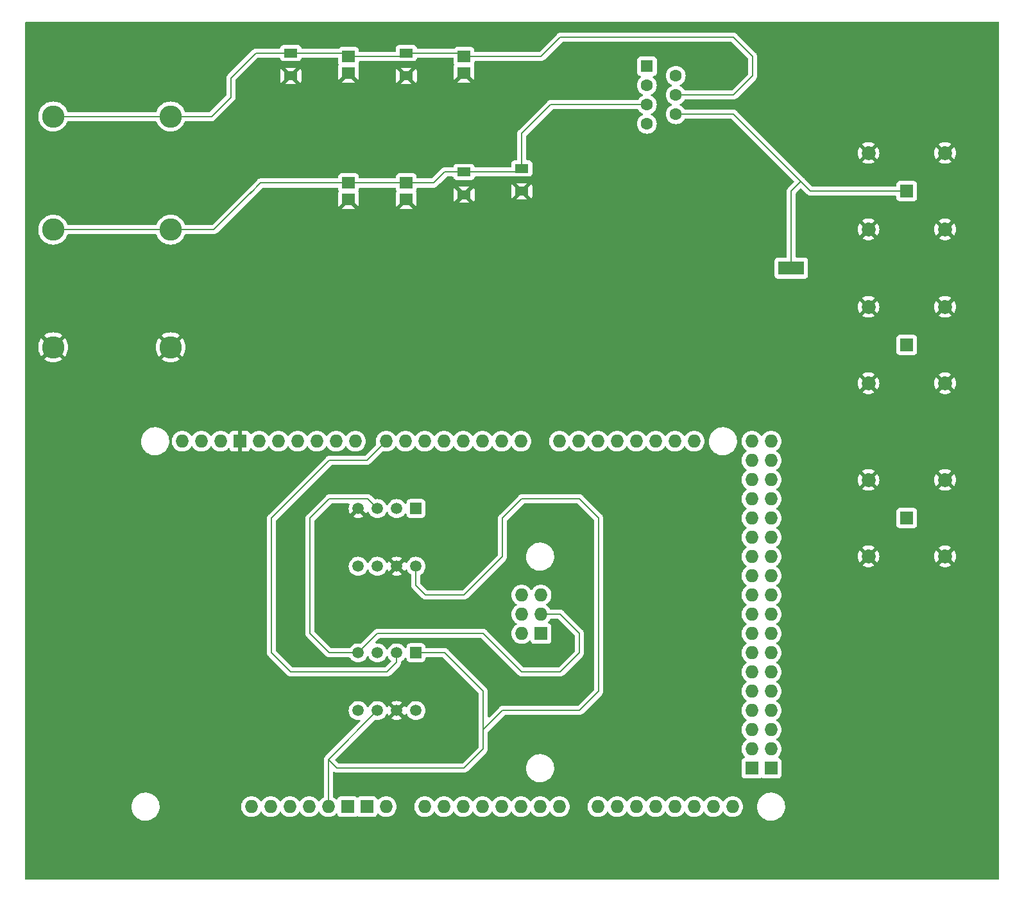
<source format=gbr>
%TF.GenerationSoftware,KiCad,Pcbnew,7.0.10*%
%TF.CreationDate,2024-01-29T13:59:38-08:00*%
%TF.ProjectId,V2_rampGen,56325f72-616d-4704-9765-6e2e6b696361,rev?*%
%TF.SameCoordinates,Original*%
%TF.FileFunction,Copper,L1,Top*%
%TF.FilePolarity,Positive*%
%FSLAX46Y46*%
G04 Gerber Fmt 4.6, Leading zero omitted, Abs format (unit mm)*
G04 Created by KiCad (PCBNEW 7.0.10) date 2024-01-29 13:59:38*
%MOMM*%
%LPD*%
G01*
G04 APERTURE LIST*
%TA.AperFunction,SMDPad,CuDef*%
%ADD10R,1.800000X1.150000*%
%TD*%
%TA.AperFunction,ComponentPad*%
%ADD11C,2.950000*%
%TD*%
%TA.AperFunction,SMDPad,CuDef*%
%ADD12R,1.706200X1.553950*%
%TD*%
%TA.AperFunction,ComponentPad*%
%ADD13R,1.700000X1.700000*%
%TD*%
%TA.AperFunction,ComponentPad*%
%ADD14C,1.850000*%
%TD*%
%TA.AperFunction,ComponentPad*%
%ADD15R,1.600000X1.600000*%
%TD*%
%TA.AperFunction,ComponentPad*%
%ADD16C,1.600000*%
%TD*%
%TA.AperFunction,SMDPad,CuDef*%
%ADD17R,3.430000X1.780000*%
%TD*%
%TA.AperFunction,ComponentPad*%
%ADD18O,1.727200X1.727200*%
%TD*%
%TA.AperFunction,ComponentPad*%
%ADD19R,1.727200X1.727200*%
%TD*%
%TA.AperFunction,ComponentPad*%
%ADD20R,1.500000X1.500000*%
%TD*%
%TA.AperFunction,ComponentPad*%
%ADD21C,1.500000*%
%TD*%
%TA.AperFunction,ComponentPad*%
%ADD22R,1.498600X1.498600*%
%TD*%
%TA.AperFunction,ComponentPad*%
%ADD23C,1.498600*%
%TD*%
%TA.AperFunction,ViaPad*%
%ADD24C,0.600000*%
%TD*%
%TA.AperFunction,Conductor*%
%ADD25C,0.200000*%
%TD*%
G04 APERTURE END LIST*
D10*
%TO.P,C3,1,1*%
%TO.N,GND*%
X86360000Y-48260000D03*
%TO.P,C3,2,2*%
%TO.N,70V*%
X86360000Y-45260010D03*
%TD*%
D11*
%TO.P,J8,1,1*%
%TO.N,GND*%
X70499990Y-84119970D03*
X54999990Y-84119970D03*
%TD*%
D12*
%TO.P,C1,1,1*%
%TO.N,70V*%
X109220000Y-45720000D03*
%TO.P,C1,2,2*%
%TO.N,GND*%
X109220000Y-47872240D03*
%TD*%
D11*
%TO.P,J9,1,1*%
%TO.N,-10V*%
X70499990Y-68580000D03*
X54999990Y-68580000D03*
%TD*%
D12*
%TO.P,C8,1,1*%
%TO.N,-10V*%
X93980000Y-62423910D03*
%TO.P,C8,2,2*%
%TO.N,GND*%
X93980000Y-64576150D03*
%TD*%
D13*
%TO.P,J7,1,1*%
%TO.N,/DAC_Pass*%
X167640000Y-106679990D03*
D14*
%TO.P,J7,2,MNT_1*%
%TO.N,GND*%
X162590020Y-101630010D03*
%TO.P,J7,3,MNT_2*%
X172689980Y-101630010D03*
%TO.P,J7,4,MNT_3*%
X162590020Y-111730020D03*
%TO.P,J7,5,MNT_4*%
X172689980Y-111730020D03*
%TD*%
D13*
%TO.P,J6,1,1*%
%TO.N,/Dig_Pot_Pass*%
X167640000Y-83819990D03*
D14*
%TO.P,J6,2,MNT_1*%
%TO.N,GND*%
X162590020Y-78770010D03*
%TO.P,J6,3,MNT_2*%
X172689980Y-78770010D03*
%TO.P,J6,4,MNT_3*%
X162590020Y-88870020D03*
%TO.P,J6,5,MNT_4*%
X172689980Y-88870020D03*
%TD*%
D11*
%TO.P,J5,1,1*%
%TO.N,70V*%
X70499990Y-53639970D03*
X54999990Y-53639970D03*
%TD*%
D12*
%TO.P,C2,1,1*%
%TO.N,70V*%
X93980000Y-45720000D03*
%TO.P,C2,2,2*%
%TO.N,GND*%
X93980000Y-47872240D03*
%TD*%
D10*
%TO.P,C4,1,1*%
%TO.N,GND*%
X101600000Y-48260000D03*
%TO.P,C4,2,2*%
%TO.N,70V*%
X101600000Y-45260010D03*
%TD*%
%TO.P,C6,1,1*%
%TO.N,GND*%
X109220000Y-63959990D03*
%TO.P,C6,2,2*%
%TO.N,-10V*%
X109220000Y-60960000D03*
%TD*%
D15*
%TO.P,U1,1,VIN+*%
%TO.N,/Dig_Pot_Pass*%
X133350000Y-46990000D03*
D16*
%TO.P,U1,2,VIN-*%
%TO.N,Net-(U1-VIN-)*%
X137160000Y-48260000D03*
%TO.P,U1,3,NC*%
%TO.N,unconnected-(U1-NC-Pad3)*%
X133350000Y-49530000D03*
%TO.P,U1,4,V-*%
%TO.N,70V*%
X137160000Y-50800000D03*
%TO.P,U1,5,V+*%
%TO.N,-10V*%
X133350000Y-52070000D03*
%TO.P,U1,6,VO*%
%TO.N,Net-(U1-VO)*%
X137160000Y-53340000D03*
%TO.P,U1,7,FLAG*%
%TO.N,unconnected-(U1-FLAG-Pad7)*%
X133350000Y-54610000D03*
%TD*%
D17*
%TO.P,J2,1,1*%
%TO.N,Net-(U1-VO)*%
X152400000Y-73660000D03*
%TD*%
D10*
%TO.P,C5,1,1*%
%TO.N,GND*%
X116840000Y-63500000D03*
%TO.P,C5,2,2*%
%TO.N,-10V*%
X116840000Y-60500010D03*
%TD*%
D12*
%TO.P,C7,1,1*%
%TO.N,-10V*%
X101600000Y-62423910D03*
%TO.P,C7,2,2*%
%TO.N,GND*%
X101600000Y-64576150D03*
%TD*%
D18*
%TO.P,A1,*%
%TO.N,*%
X81153000Y-144780000D03*
%TO.P,A1,3V3,3.3V*%
%TO.N,unconnected-(A1-3.3V-Pad3V3)*%
X88773000Y-144780000D03*
%TO.P,A1,5V1,5V*%
%TO.N,Net-(U2-VDD)*%
X91313000Y-144780000D03*
%TO.P,A1,5V2,SPI_5V*%
%TO.N,unconnected-(A1-SPI_5V-Pad5V2)*%
X119380000Y-116840000D03*
%TO.P,A1,5V3,5V*%
%TO.N,unconnected-(A1-5V-Pad5V3)*%
X147193000Y-96520000D03*
%TO.P,A1,5V4,5V*%
%TO.N,unconnected-(A1-5V-Pad5V4)*%
X149733000Y-96520000D03*
%TO.P,A1,A0,A0*%
%TO.N,unconnected-(A1-PadA0)*%
X104013000Y-144780000D03*
%TO.P,A1,A1,A1*%
%TO.N,unconnected-(A1-PadA1)*%
X106553000Y-144780000D03*
%TO.P,A1,A2,A2*%
%TO.N,unconnected-(A1-PadA2)*%
X109093000Y-144780000D03*
%TO.P,A1,A3,A3*%
%TO.N,unconnected-(A1-PadA3)*%
X111633000Y-144780000D03*
%TO.P,A1,A4,A4*%
%TO.N,unconnected-(A1-PadA4)*%
X114173000Y-144780000D03*
%TO.P,A1,A5,A5*%
%TO.N,unconnected-(A1-PadA5)*%
X116713000Y-144780000D03*
%TO.P,A1,A6,A6*%
%TO.N,unconnected-(A1-PadA6)*%
X119253000Y-144780000D03*
%TO.P,A1,A7,A7*%
%TO.N,unconnected-(A1-PadA7)*%
X121793000Y-144780000D03*
%TO.P,A1,A8,A8*%
%TO.N,unconnected-(A1-PadA8)*%
X126873000Y-144780000D03*
%TO.P,A1,A9,A9*%
%TO.N,unconnected-(A1-PadA9)*%
X129413000Y-144780000D03*
%TO.P,A1,A10,A10*%
%TO.N,unconnected-(A1-PadA10)*%
X131953000Y-144780000D03*
%TO.P,A1,A11,A11*%
%TO.N,unconnected-(A1-PadA11)*%
X134493000Y-144780000D03*
%TO.P,A1,AREF,AREF*%
%TO.N,unconnected-(A1-PadAREF)*%
X77089000Y-96520000D03*
%TO.P,A1,CANR,CANRX*%
%TO.N,unconnected-(A1-CANRX-PadCANR)*%
X142113000Y-144780000D03*
%TO.P,A1,CANT,CANTX*%
%TO.N,unconnected-(A1-CANTX-PadCANT)*%
X144653000Y-144780000D03*
%TO.P,A1,D0,D0/RX0*%
%TO.N,unconnected-(A1-D0{slash}RX0-PadD0)*%
X116713000Y-96520000D03*
%TO.P,A1,D1,D1/TX0*%
%TO.N,unconnected-(A1-D1{slash}TX0-PadD1)*%
X114173000Y-96520000D03*
%TO.P,A1,D2,D2*%
%TO.N,unconnected-(A1-PadD2)*%
X111633000Y-96520000D03*
%TO.P,A1,D3,D3*%
%TO.N,unconnected-(A1-PadD3)*%
X109093000Y-96520000D03*
%TO.P,A1,D4,D4_CS1*%
%TO.N,unconnected-(A1-D4_CS1-PadD4)*%
X106553000Y-96520000D03*
%TO.P,A1,D5,D5*%
%TO.N,unconnected-(A1-PadD5)*%
X104013000Y-96520000D03*
%TO.P,A1,D6,D6*%
%TO.N,unconnected-(A1-PadD6)*%
X101473000Y-96520000D03*
%TO.P,A1,D7,D7*%
%TO.N,Net-(U2-~{CS})*%
X98933000Y-96520000D03*
%TO.P,A1,D8,D8*%
%TO.N,Net-(U3-~CS)*%
X94869000Y-96520000D03*
%TO.P,A1,D9,D9*%
%TO.N,unconnected-(A1-PadD9)*%
X92329000Y-96520000D03*
%TO.P,A1,D10,D10_CS0*%
%TO.N,unconnected-(A1-D10_CS0-PadD10)*%
X89789000Y-96520000D03*
%TO.P,A1,D11,D11*%
%TO.N,unconnected-(A1-PadD11)*%
X87249000Y-96520000D03*
%TO.P,A1,D12,D12*%
%TO.N,unconnected-(A1-PadD12)*%
X84709000Y-96520000D03*
%TO.P,A1,D13,D13*%
%TO.N,unconnected-(A1-PadD13)*%
X82169000Y-96520000D03*
%TO.P,A1,D14,D14/TX3*%
%TO.N,unconnected-(A1-D14{slash}TX3-PadD14)*%
X121793000Y-96520000D03*
%TO.P,A1,D15,D15/RX3*%
%TO.N,unconnected-(A1-D15{slash}RX3-PadD15)*%
X124333000Y-96520000D03*
%TO.P,A1,D16,D16/TX2*%
%TO.N,unconnected-(A1-D16{slash}TX2-PadD16)*%
X126873000Y-96520000D03*
%TO.P,A1,D17,D17/RX2*%
%TO.N,unconnected-(A1-D17{slash}RX2-PadD17)*%
X129413000Y-96520000D03*
%TO.P,A1,D18,D18/TX1*%
%TO.N,unconnected-(A1-D18{slash}TX1-PadD18)*%
X131953000Y-96520000D03*
%TO.P,A1,D19,D19/RX1*%
%TO.N,unconnected-(A1-D19{slash}RX1-PadD19)*%
X134493000Y-96520000D03*
%TO.P,A1,D20,D20/SDA*%
%TO.N,unconnected-(A1-D20{slash}SDA-PadD20)*%
X137033000Y-96520000D03*
%TO.P,A1,D21,D21/SCL*%
%TO.N,unconnected-(A1-D21{slash}SCL-PadD21)*%
X139573000Y-96520000D03*
%TO.P,A1,D22,D22*%
%TO.N,unconnected-(A1-PadD22)*%
X147193000Y-99060000D03*
%TO.P,A1,D23,D23*%
%TO.N,unconnected-(A1-PadD23)*%
X149733000Y-99060000D03*
%TO.P,A1,D24,D24*%
%TO.N,unconnected-(A1-PadD24)*%
X147193000Y-101600000D03*
%TO.P,A1,D25,D25*%
%TO.N,unconnected-(A1-PadD25)*%
X149733000Y-101600000D03*
%TO.P,A1,D26,D26*%
%TO.N,unconnected-(A1-PadD26)*%
X147193000Y-104140000D03*
%TO.P,A1,D27,D27*%
%TO.N,unconnected-(A1-PadD27)*%
X149733000Y-104140000D03*
%TO.P,A1,D28,D28*%
%TO.N,unconnected-(A1-PadD28)*%
X147193000Y-106680000D03*
%TO.P,A1,D29,D29*%
%TO.N,unconnected-(A1-PadD29)*%
X149733000Y-106680000D03*
%TO.P,A1,D30,D30*%
%TO.N,unconnected-(A1-PadD30)*%
X147193000Y-109220000D03*
%TO.P,A1,D31,D31*%
%TO.N,unconnected-(A1-PadD31)*%
X149733000Y-109220000D03*
%TO.P,A1,D32,D32*%
%TO.N,unconnected-(A1-PadD32)*%
X147193000Y-111760000D03*
%TO.P,A1,D33,D33*%
%TO.N,unconnected-(A1-PadD33)*%
X149733000Y-111760000D03*
%TO.P,A1,D34,D34*%
%TO.N,unconnected-(A1-PadD34)*%
X147193000Y-114300000D03*
%TO.P,A1,D35,D35*%
%TO.N,unconnected-(A1-PadD35)*%
X149733000Y-114300000D03*
%TO.P,A1,D36,D36*%
%TO.N,unconnected-(A1-PadD36)*%
X147193000Y-116840000D03*
%TO.P,A1,D37,D37*%
%TO.N,unconnected-(A1-PadD37)*%
X149733000Y-116840000D03*
%TO.P,A1,D38,D38*%
%TO.N,unconnected-(A1-PadD38)*%
X147193000Y-119380000D03*
%TO.P,A1,D39,D39*%
%TO.N,unconnected-(A1-PadD39)*%
X149733000Y-119380000D03*
%TO.P,A1,D40,D40*%
%TO.N,unconnected-(A1-PadD40)*%
X147193000Y-121920000D03*
%TO.P,A1,D41,D41*%
%TO.N,unconnected-(A1-PadD41)*%
X149733000Y-121920000D03*
%TO.P,A1,D42,D42*%
%TO.N,unconnected-(A1-PadD42)*%
X147193000Y-124460000D03*
%TO.P,A1,D43,D43*%
%TO.N,unconnected-(A1-PadD43)*%
X149733000Y-124460000D03*
%TO.P,A1,D44,D44*%
%TO.N,unconnected-(A1-PadD44)*%
X147193000Y-127000000D03*
%TO.P,A1,D45,D45*%
%TO.N,unconnected-(A1-PadD45)*%
X149733000Y-127000000D03*
%TO.P,A1,D46,D46*%
%TO.N,unconnected-(A1-PadD46)*%
X147193000Y-129540000D03*
%TO.P,A1,D47,D47*%
%TO.N,unconnected-(A1-PadD47)*%
X149733000Y-129540000D03*
%TO.P,A1,D48,D48*%
%TO.N,unconnected-(A1-PadD48)*%
X147193000Y-132080000D03*
%TO.P,A1,D49,D49*%
%TO.N,unconnected-(A1-PadD49)*%
X149733000Y-132080000D03*
%TO.P,A1,D50,D50*%
%TO.N,unconnected-(A1-PadD50)*%
X147193000Y-134620000D03*
%TO.P,A1,D51,D51*%
%TO.N,unconnected-(A1-PadD51)*%
X149733000Y-134620000D03*
%TO.P,A1,D52,D52_CS2*%
%TO.N,unconnected-(A1-D52_CS2-PadD52)*%
X147193000Y-137160000D03*
%TO.P,A1,D53,D53*%
%TO.N,unconnected-(A1-PadD53)*%
X149733000Y-137160000D03*
%TO.P,A1,DAC0,DAC0*%
%TO.N,unconnected-(A1-PadDAC0)*%
X137033000Y-144780000D03*
%TO.P,A1,DAC1,DAC1*%
%TO.N,unconnected-(A1-PadDAC1)*%
X139573000Y-144780000D03*
D19*
%TO.P,A1,GND1,GND*%
%TO.N,GND*%
X79629000Y-96520000D03*
%TO.P,A1,GND2,GND*%
%TO.N,unconnected-(A1-GND-PadGND2)*%
X93853000Y-144780000D03*
%TO.P,A1,GND3,GND*%
%TO.N,unconnected-(A1-GND-PadGND3)*%
X96393000Y-144780000D03*
%TO.P,A1,GND4,SPI_GND*%
%TO.N,unconnected-(A1-SPI_GND-PadGND4)*%
X119380000Y-121920000D03*
%TO.P,A1,GND5,GND*%
%TO.N,unconnected-(A1-GND-PadGND5)*%
X147193000Y-139700000D03*
%TO.P,A1,GND6,GND*%
%TO.N,unconnected-(A1-GND-PadGND6)*%
X149733000Y-139700000D03*
D18*
%TO.P,A1,IORF,IOREF*%
%TO.N,unconnected-(A1-IOREF-PadIORF)*%
X83693000Y-144780000D03*
%TO.P,A1,MISO,SPI_MISO*%
%TO.N,unconnected-(A1-SPI_MISO-PadMISO)*%
X116840000Y-116840000D03*
%TO.P,A1,MOSI,SPI_MOSI*%
%TO.N,Net-(A1-SPI_MOSI)*%
X119380000Y-119380000D03*
%TO.P,A1,RST1,RESET*%
%TO.N,unconnected-(A1-RESET-PadRST1)*%
X86233000Y-144780000D03*
%TO.P,A1,RST2,SPI_RESET*%
%TO.N,unconnected-(A1-SPI_RESET-PadRST2)*%
X116840000Y-121920000D03*
%TO.P,A1,SCK,SPI_SCK*%
%TO.N,Net-(A1-SPI_SCK)*%
X116840000Y-119380000D03*
%TO.P,A1,SCL1,SCL1*%
%TO.N,unconnected-(A1-PadSCL1)*%
X72009000Y-96520000D03*
%TO.P,A1,SDA1,SDA1*%
%TO.N,unconnected-(A1-PadSDA1)*%
X74549000Y-96520000D03*
%TO.P,A1,VIN,VIN*%
%TO.N,unconnected-(A1-PadVIN)*%
X98933000Y-144780000D03*
%TD*%
D13*
%TO.P,J4,1,1*%
%TO.N,Net-(U1-VO)*%
X167640000Y-63499990D03*
D14*
%TO.P,J4,2,MNT_1*%
%TO.N,GND*%
X162590020Y-58450010D03*
%TO.P,J4,3,MNT_2*%
X172689980Y-58450010D03*
%TO.P,J4,4,MNT_3*%
X162590020Y-68550020D03*
%TO.P,J4,5,MNT_4*%
X172689980Y-68550020D03*
%TD*%
D20*
%TO.P,U2,1,VDD*%
%TO.N,Net-(U2-VDD)*%
X102870000Y-124460000D03*
D21*
%TO.P,U2,2,~{CS}*%
%TO.N,Net-(U2-~{CS})*%
X100330000Y-124460000D03*
%TO.P,U2,3,SCK*%
%TO.N,Net-(A1-SPI_SCK)*%
X97790000Y-124460000D03*
%TO.P,U2,4,SDI*%
%TO.N,Net-(A1-SPI_MOSI)*%
X95250000Y-124460000D03*
%TO.P,U2,5,~{LDAC}*%
%TO.N,unconnected-(U2-~{LDAC}-Pad5)*%
X95250000Y-132080000D03*
%TO.P,U2,6,VREF*%
%TO.N,Net-(U2-VDD)*%
X97790000Y-132080000D03*
%TO.P,U2,7,VSS*%
%TO.N,GND*%
X100330000Y-132080000D03*
%TO.P,U2,8,VOUT*%
%TO.N,/DAC_Pass*%
X102870000Y-132080000D03*
%TD*%
D22*
%TO.P,U3,1,~CS*%
%TO.N,Net-(U3-~CS)*%
X102870000Y-105410000D03*
D23*
%TO.P,U3,2,SCK*%
%TO.N,Net-(A1-SPI_SCK)*%
X100330000Y-105410000D03*
%TO.P,U3,3,SDI/SDO*%
%TO.N,Net-(A1-SPI_MOSI)*%
X97790000Y-105410000D03*
%TO.P,U3,4,VSS*%
%TO.N,GND*%
X95250000Y-105410000D03*
%TO.P,U3,5,P0A*%
%TO.N,/DAC_Pass*%
X95250000Y-113030000D03*
%TO.P,U3,6,P0W*%
%TO.N,/Dig_Pot_Pass*%
X97790000Y-113030000D03*
%TO.P,U3,7,P0B*%
%TO.N,GND*%
X100330000Y-113030000D03*
%TO.P,U3,8,VDD*%
%TO.N,Net-(U2-VDD)*%
X102870000Y-113030000D03*
%TD*%
D24*
%TO.N,GND*%
X124460000Y-66040000D03*
%TD*%
D25*
%TO.N,Net-(U2-~{CS})*%
X86360000Y-127000000D02*
X99060000Y-127000000D01*
X83820000Y-124460000D02*
X86360000Y-127000000D01*
X100330000Y-125730000D02*
X100330000Y-124460000D01*
X96393000Y-99060000D02*
X91440000Y-99060000D01*
X98933000Y-96520000D02*
X96393000Y-99060000D01*
X91440000Y-99060000D02*
X83820000Y-106680000D01*
X83820000Y-106680000D02*
X83820000Y-124460000D01*
X99060000Y-127000000D02*
X100330000Y-125730000D01*
%TO.N,-10V*%
X70499990Y-68580000D02*
X54999990Y-68580000D01*
%TO.N,70V*%
X70499990Y-53639970D02*
X54999990Y-53639970D01*
%TO.N,-10V*%
X70499990Y-68580000D02*
X76200000Y-68580000D01*
X76200000Y-68580000D02*
X81280000Y-63500000D01*
%TO.N,70V*%
X70499990Y-53639970D02*
X75900030Y-53639970D01*
X75900030Y-53639970D02*
X78440030Y-51099970D01*
X78440030Y-51099970D02*
X78440030Y-48559970D01*
X78440030Y-48559970D02*
X81739990Y-45260010D01*
X81739990Y-45260010D02*
X86360000Y-45260010D01*
%TO.N,Net-(U2-VDD)*%
X109220000Y-139700000D02*
X111760000Y-137160000D01*
X111760000Y-137160000D02*
X111760000Y-132080000D01*
X127000000Y-129540000D02*
X124460000Y-132080000D01*
X116840000Y-104140000D02*
X124460000Y-104140000D01*
X114300000Y-106680000D02*
X116840000Y-104140000D01*
X91313000Y-138557000D02*
X97790000Y-132080000D01*
X114300000Y-111760000D02*
X114300000Y-106680000D01*
X102870000Y-115570000D02*
X104140000Y-116840000D01*
X114300000Y-132080000D02*
X111760000Y-134620000D01*
X124460000Y-132080000D02*
X114300000Y-132080000D01*
X127000000Y-106680000D02*
X127000000Y-129540000D01*
X124460000Y-104140000D02*
X127000000Y-106680000D01*
X92456000Y-139700000D02*
X109220000Y-139700000D01*
X102870000Y-113030000D02*
X102870000Y-115570000D01*
X106680000Y-124460000D02*
X102870000Y-124460000D01*
X91313000Y-138557000D02*
X92456000Y-139700000D01*
X111760000Y-129540000D02*
X106680000Y-124460000D01*
X91313000Y-144780000D02*
X91313000Y-138557000D01*
X111760000Y-132080000D02*
X111760000Y-129540000D01*
X109220000Y-116840000D02*
X114300000Y-111760000D01*
X104140000Y-116840000D02*
X109220000Y-116840000D01*
%TO.N,Net-(A1-SPI_MOSI)*%
X96520000Y-104140000D02*
X97790000Y-105410000D01*
X95250000Y-124460000D02*
X91440000Y-124460000D01*
X88900000Y-106680000D02*
X91440000Y-104140000D01*
X91440000Y-104140000D02*
X96520000Y-104140000D01*
X124460000Y-121920000D02*
X124460000Y-124460000D01*
X116840000Y-127000000D02*
X121920000Y-127000000D01*
X121920000Y-119380000D02*
X119507000Y-119380000D01*
X121920000Y-119380000D02*
X124460000Y-121920000D01*
X124460000Y-124460000D02*
X121920000Y-127000000D01*
X95250000Y-124460000D02*
X97790000Y-121920000D01*
X91440000Y-124460000D02*
X88900000Y-121920000D01*
X111760000Y-121920000D02*
X116840000Y-127000000D01*
X88900000Y-121920000D02*
X88900000Y-106680000D01*
X97790000Y-121920000D02*
X111760000Y-121920000D01*
%TO.N,70V*%
X93520010Y-45260010D02*
X93980000Y-45720000D01*
X93980000Y-45720000D02*
X101140010Y-45720000D01*
X101140010Y-45720000D02*
X101600000Y-45260010D01*
X147320000Y-45720000D02*
X147320000Y-48260000D01*
X86360000Y-45260010D02*
X93520010Y-45260010D01*
X109220000Y-45720000D02*
X119380000Y-45720000D01*
X119380000Y-45720000D02*
X121920000Y-43180000D01*
X121920000Y-43180000D02*
X144780000Y-43180000D01*
X144780000Y-50800000D02*
X137160000Y-50800000D01*
X147320000Y-48260000D02*
X144780000Y-50800000D01*
X144780000Y-43180000D02*
X147320000Y-45720000D01*
X101600000Y-45260010D02*
X108760010Y-45260010D01*
X108760010Y-45260010D02*
X109220000Y-45720000D01*
%TO.N,-10V*%
X82356090Y-62423910D02*
X93980000Y-62423910D01*
X93980000Y-62423910D02*
X101600000Y-62423910D01*
X105216090Y-62423910D02*
X106680000Y-60960000D01*
X116840000Y-60500010D02*
X116840000Y-55880000D01*
X101600000Y-62423910D02*
X105216090Y-62423910D01*
X109220000Y-60960000D02*
X116380010Y-60960000D01*
X116840000Y-55880000D02*
X120650000Y-52070000D01*
X120650000Y-52070000D02*
X133350000Y-52070000D01*
X80980030Y-63799970D02*
X82356090Y-62423910D01*
X106680000Y-60960000D02*
X109220000Y-60960000D01*
X116380010Y-60960000D02*
X116840000Y-60500010D01*
%TO.N,Net-(U1-VO)*%
X153670000Y-62230000D02*
X154940000Y-63500000D01*
X144780000Y-53340000D02*
X153670000Y-62230000D01*
X152400000Y-73660000D02*
X152400000Y-63500000D01*
X137160000Y-53340000D02*
X144780000Y-53340000D01*
X154940010Y-63499990D02*
X167640000Y-63499990D01*
X154940000Y-63500000D02*
X154940010Y-63499990D01*
X152400000Y-63500000D02*
X153670000Y-62230000D01*
%TD*%
%TA.AperFunction,Conductor*%
%TO.N,GND*%
G36*
X179782539Y-41160185D02*
G01*
X179828294Y-41212989D01*
X179839500Y-41264500D01*
X179839500Y-154315500D01*
X179819815Y-154382539D01*
X179767011Y-154428294D01*
X179715500Y-154439500D01*
X51424500Y-154439500D01*
X51357461Y-154419815D01*
X51311706Y-154367011D01*
X51300500Y-154315500D01*
X51300500Y-144847763D01*
X65328787Y-144847763D01*
X65358413Y-145117013D01*
X65358415Y-145117024D01*
X65401166Y-145280548D01*
X65426928Y-145379088D01*
X65532870Y-145628390D01*
X65629691Y-145787036D01*
X65673979Y-145859605D01*
X65673986Y-145859615D01*
X65847253Y-146067819D01*
X65847259Y-146067824D01*
X65932389Y-146144100D01*
X66048998Y-146248582D01*
X66274910Y-146398044D01*
X66520176Y-146513020D01*
X66520183Y-146513022D01*
X66520185Y-146513023D01*
X66779557Y-146591057D01*
X66779564Y-146591058D01*
X66779569Y-146591060D01*
X67047561Y-146630500D01*
X67047566Y-146630500D01*
X67250629Y-146630500D01*
X67250631Y-146630500D01*
X67250636Y-146630499D01*
X67250648Y-146630499D01*
X67288191Y-146627750D01*
X67453156Y-146615677D01*
X67565758Y-146590593D01*
X67717546Y-146556782D01*
X67717548Y-146556781D01*
X67717553Y-146556780D01*
X67970558Y-146460014D01*
X68206777Y-146327441D01*
X68421177Y-146161888D01*
X68609186Y-145966881D01*
X68766799Y-145746579D01*
X68840787Y-145602669D01*
X68890649Y-145505690D01*
X68890651Y-145505684D01*
X68890656Y-145505675D01*
X68978118Y-145249305D01*
X69027319Y-144982933D01*
X69034735Y-144780006D01*
X79784225Y-144780006D01*
X79802892Y-145005289D01*
X79858388Y-145224439D01*
X79949198Y-145431466D01*
X80072842Y-145620716D01*
X80072850Y-145620727D01*
X80225950Y-145787036D01*
X80225954Y-145787040D01*
X80404351Y-145925893D01*
X80603169Y-146033488D01*
X80603172Y-146033489D01*
X80816982Y-146106890D01*
X80816984Y-146106890D01*
X80816986Y-146106891D01*
X81039967Y-146144100D01*
X81039968Y-146144100D01*
X81266032Y-146144100D01*
X81266033Y-146144100D01*
X81489014Y-146106891D01*
X81702831Y-146033488D01*
X81901649Y-145925893D01*
X82080046Y-145787040D01*
X82179832Y-145678643D01*
X82233149Y-145620727D01*
X82233149Y-145620726D01*
X82233156Y-145620719D01*
X82319193Y-145489028D01*
X82372338Y-145443675D01*
X82441569Y-145434251D01*
X82504905Y-145463753D01*
X82526804Y-145489025D01*
X82612844Y-145620719D01*
X82612849Y-145620724D01*
X82612850Y-145620727D01*
X82765950Y-145787036D01*
X82765954Y-145787040D01*
X82944351Y-145925893D01*
X83143169Y-146033488D01*
X83143172Y-146033489D01*
X83356982Y-146106890D01*
X83356984Y-146106890D01*
X83356986Y-146106891D01*
X83579967Y-146144100D01*
X83579968Y-146144100D01*
X83806032Y-146144100D01*
X83806033Y-146144100D01*
X84029014Y-146106891D01*
X84242831Y-146033488D01*
X84441649Y-145925893D01*
X84620046Y-145787040D01*
X84719832Y-145678643D01*
X84773149Y-145620727D01*
X84773149Y-145620726D01*
X84773156Y-145620719D01*
X84859193Y-145489028D01*
X84912338Y-145443675D01*
X84981569Y-145434251D01*
X85044905Y-145463753D01*
X85066804Y-145489025D01*
X85152844Y-145620719D01*
X85152849Y-145620724D01*
X85152850Y-145620727D01*
X85305950Y-145787036D01*
X85305954Y-145787040D01*
X85484351Y-145925893D01*
X85683169Y-146033488D01*
X85683172Y-146033489D01*
X85896982Y-146106890D01*
X85896984Y-146106890D01*
X85896986Y-146106891D01*
X86119967Y-146144100D01*
X86119968Y-146144100D01*
X86346032Y-146144100D01*
X86346033Y-146144100D01*
X86569014Y-146106891D01*
X86782831Y-146033488D01*
X86981649Y-145925893D01*
X87160046Y-145787040D01*
X87259832Y-145678643D01*
X87313149Y-145620727D01*
X87313149Y-145620726D01*
X87313156Y-145620719D01*
X87399193Y-145489028D01*
X87452338Y-145443675D01*
X87521569Y-145434251D01*
X87584905Y-145463753D01*
X87606804Y-145489025D01*
X87692844Y-145620719D01*
X87692849Y-145620724D01*
X87692850Y-145620727D01*
X87845950Y-145787036D01*
X87845954Y-145787040D01*
X88024351Y-145925893D01*
X88223169Y-146033488D01*
X88223172Y-146033489D01*
X88436982Y-146106890D01*
X88436984Y-146106890D01*
X88436986Y-146106891D01*
X88659967Y-146144100D01*
X88659968Y-146144100D01*
X88886032Y-146144100D01*
X88886033Y-146144100D01*
X89109014Y-146106891D01*
X89322831Y-146033488D01*
X89521649Y-145925893D01*
X89700046Y-145787040D01*
X89799832Y-145678643D01*
X89853149Y-145620727D01*
X89853149Y-145620726D01*
X89853156Y-145620719D01*
X89939193Y-145489028D01*
X89992338Y-145443675D01*
X90061569Y-145434251D01*
X90124905Y-145463753D01*
X90146804Y-145489025D01*
X90232844Y-145620719D01*
X90232849Y-145620724D01*
X90232850Y-145620727D01*
X90385950Y-145787036D01*
X90385954Y-145787040D01*
X90564351Y-145925893D01*
X90763169Y-146033488D01*
X90763172Y-146033489D01*
X90976982Y-146106890D01*
X90976984Y-146106890D01*
X90976986Y-146106891D01*
X91199967Y-146144100D01*
X91199968Y-146144100D01*
X91426032Y-146144100D01*
X91426033Y-146144100D01*
X91649014Y-146106891D01*
X91862831Y-146033488D01*
X92061649Y-145925893D01*
X92240046Y-145787040D01*
X92294435Y-145727957D01*
X92354320Y-145691969D01*
X92424158Y-145694069D01*
X92481774Y-145733593D01*
X92501845Y-145768609D01*
X92545602Y-145885928D01*
X92545606Y-145885935D01*
X92631852Y-146001144D01*
X92631855Y-146001147D01*
X92747064Y-146087393D01*
X92747071Y-146087397D01*
X92881917Y-146137691D01*
X92881916Y-146137691D01*
X92888844Y-146138435D01*
X92941527Y-146144100D01*
X94764472Y-146144099D01*
X94824083Y-146137691D01*
X94958931Y-146087396D01*
X95048689Y-146020202D01*
X95114153Y-145995786D01*
X95182426Y-146010637D01*
X95197311Y-146020203D01*
X95287069Y-146087396D01*
X95287071Y-146087397D01*
X95421917Y-146137691D01*
X95421916Y-146137691D01*
X95428844Y-146138435D01*
X95481527Y-146144100D01*
X97304472Y-146144099D01*
X97364083Y-146137691D01*
X97498931Y-146087396D01*
X97614146Y-146001146D01*
X97700396Y-145885931D01*
X97737280Y-145787040D01*
X97744154Y-145768610D01*
X97786025Y-145712676D01*
X97851489Y-145688258D01*
X97919762Y-145703109D01*
X97951564Y-145727957D01*
X98005954Y-145787040D01*
X98184351Y-145925893D01*
X98383169Y-146033488D01*
X98383172Y-146033489D01*
X98596982Y-146106890D01*
X98596984Y-146106890D01*
X98596986Y-146106891D01*
X98819967Y-146144100D01*
X98819968Y-146144100D01*
X99046032Y-146144100D01*
X99046033Y-146144100D01*
X99269014Y-146106891D01*
X99482831Y-146033488D01*
X99681649Y-145925893D01*
X99860046Y-145787040D01*
X99959832Y-145678643D01*
X100013149Y-145620727D01*
X100013151Y-145620724D01*
X100013156Y-145620719D01*
X100136802Y-145431465D01*
X100227611Y-145224441D01*
X100283107Y-145005293D01*
X100301775Y-144780006D01*
X102644225Y-144780006D01*
X102662892Y-145005289D01*
X102718388Y-145224439D01*
X102809198Y-145431466D01*
X102932842Y-145620716D01*
X102932850Y-145620727D01*
X103085950Y-145787036D01*
X103085954Y-145787040D01*
X103264351Y-145925893D01*
X103463169Y-146033488D01*
X103463172Y-146033489D01*
X103676982Y-146106890D01*
X103676984Y-146106890D01*
X103676986Y-146106891D01*
X103899967Y-146144100D01*
X103899968Y-146144100D01*
X104126032Y-146144100D01*
X104126033Y-146144100D01*
X104349014Y-146106891D01*
X104562831Y-146033488D01*
X104761649Y-145925893D01*
X104940046Y-145787040D01*
X105039832Y-145678643D01*
X105093149Y-145620727D01*
X105093149Y-145620726D01*
X105093156Y-145620719D01*
X105179193Y-145489028D01*
X105232338Y-145443675D01*
X105301569Y-145434251D01*
X105364905Y-145463753D01*
X105386804Y-145489025D01*
X105472844Y-145620719D01*
X105472849Y-145620724D01*
X105472850Y-145620727D01*
X105625950Y-145787036D01*
X105625954Y-145787040D01*
X105804351Y-145925893D01*
X106003169Y-146033488D01*
X106003172Y-146033489D01*
X106216982Y-146106890D01*
X106216984Y-146106890D01*
X106216986Y-146106891D01*
X106439967Y-146144100D01*
X106439968Y-146144100D01*
X106666032Y-146144100D01*
X106666033Y-146144100D01*
X106889014Y-146106891D01*
X107102831Y-146033488D01*
X107301649Y-145925893D01*
X107480046Y-145787040D01*
X107579832Y-145678643D01*
X107633149Y-145620727D01*
X107633149Y-145620726D01*
X107633156Y-145620719D01*
X107719193Y-145489028D01*
X107772338Y-145443675D01*
X107841569Y-145434251D01*
X107904905Y-145463753D01*
X107926804Y-145489025D01*
X108012844Y-145620719D01*
X108012849Y-145620724D01*
X108012850Y-145620727D01*
X108165950Y-145787036D01*
X108165954Y-145787040D01*
X108344351Y-145925893D01*
X108543169Y-146033488D01*
X108543172Y-146033489D01*
X108756982Y-146106890D01*
X108756984Y-146106890D01*
X108756986Y-146106891D01*
X108979967Y-146144100D01*
X108979968Y-146144100D01*
X109206032Y-146144100D01*
X109206033Y-146144100D01*
X109429014Y-146106891D01*
X109642831Y-146033488D01*
X109841649Y-145925893D01*
X110020046Y-145787040D01*
X110119832Y-145678643D01*
X110173149Y-145620727D01*
X110173149Y-145620726D01*
X110173156Y-145620719D01*
X110259193Y-145489028D01*
X110312338Y-145443675D01*
X110381569Y-145434251D01*
X110444905Y-145463753D01*
X110466804Y-145489025D01*
X110552844Y-145620719D01*
X110552849Y-145620724D01*
X110552850Y-145620727D01*
X110705950Y-145787036D01*
X110705954Y-145787040D01*
X110884351Y-145925893D01*
X111083169Y-146033488D01*
X111083172Y-146033489D01*
X111296982Y-146106890D01*
X111296984Y-146106890D01*
X111296986Y-146106891D01*
X111519967Y-146144100D01*
X111519968Y-146144100D01*
X111746032Y-146144100D01*
X111746033Y-146144100D01*
X111969014Y-146106891D01*
X112182831Y-146033488D01*
X112381649Y-145925893D01*
X112560046Y-145787040D01*
X112659832Y-145678643D01*
X112713149Y-145620727D01*
X112713149Y-145620726D01*
X112713156Y-145620719D01*
X112799193Y-145489028D01*
X112852338Y-145443675D01*
X112921569Y-145434251D01*
X112984905Y-145463753D01*
X113006804Y-145489025D01*
X113092844Y-145620719D01*
X113092849Y-145620724D01*
X113092850Y-145620727D01*
X113245950Y-145787036D01*
X113245954Y-145787040D01*
X113424351Y-145925893D01*
X113623169Y-146033488D01*
X113623172Y-146033489D01*
X113836982Y-146106890D01*
X113836984Y-146106890D01*
X113836986Y-146106891D01*
X114059967Y-146144100D01*
X114059968Y-146144100D01*
X114286032Y-146144100D01*
X114286033Y-146144100D01*
X114509014Y-146106891D01*
X114722831Y-146033488D01*
X114921649Y-145925893D01*
X115100046Y-145787040D01*
X115199832Y-145678643D01*
X115253149Y-145620727D01*
X115253149Y-145620726D01*
X115253156Y-145620719D01*
X115339193Y-145489028D01*
X115392338Y-145443675D01*
X115461569Y-145434251D01*
X115524905Y-145463753D01*
X115546804Y-145489025D01*
X115632844Y-145620719D01*
X115632849Y-145620724D01*
X115632850Y-145620727D01*
X115785950Y-145787036D01*
X115785954Y-145787040D01*
X115964351Y-145925893D01*
X116163169Y-146033488D01*
X116163172Y-146033489D01*
X116376982Y-146106890D01*
X116376984Y-146106890D01*
X116376986Y-146106891D01*
X116599967Y-146144100D01*
X116599968Y-146144100D01*
X116826032Y-146144100D01*
X116826033Y-146144100D01*
X117049014Y-146106891D01*
X117262831Y-146033488D01*
X117461649Y-145925893D01*
X117640046Y-145787040D01*
X117739832Y-145678643D01*
X117793149Y-145620727D01*
X117793149Y-145620726D01*
X117793156Y-145620719D01*
X117879193Y-145489028D01*
X117932338Y-145443675D01*
X118001569Y-145434251D01*
X118064905Y-145463753D01*
X118086804Y-145489025D01*
X118172844Y-145620719D01*
X118172849Y-145620724D01*
X118172850Y-145620727D01*
X118325950Y-145787036D01*
X118325954Y-145787040D01*
X118504351Y-145925893D01*
X118703169Y-146033488D01*
X118703172Y-146033489D01*
X118916982Y-146106890D01*
X118916984Y-146106890D01*
X118916986Y-146106891D01*
X119139967Y-146144100D01*
X119139968Y-146144100D01*
X119366032Y-146144100D01*
X119366033Y-146144100D01*
X119589014Y-146106891D01*
X119802831Y-146033488D01*
X120001649Y-145925893D01*
X120180046Y-145787040D01*
X120279832Y-145678643D01*
X120333149Y-145620727D01*
X120333149Y-145620726D01*
X120333156Y-145620719D01*
X120419193Y-145489028D01*
X120472338Y-145443675D01*
X120541569Y-145434251D01*
X120604905Y-145463753D01*
X120626804Y-145489025D01*
X120712844Y-145620719D01*
X120712849Y-145620724D01*
X120712850Y-145620727D01*
X120865950Y-145787036D01*
X120865954Y-145787040D01*
X121044351Y-145925893D01*
X121243169Y-146033488D01*
X121243172Y-146033489D01*
X121456982Y-146106890D01*
X121456984Y-146106890D01*
X121456986Y-146106891D01*
X121679967Y-146144100D01*
X121679968Y-146144100D01*
X121906032Y-146144100D01*
X121906033Y-146144100D01*
X122129014Y-146106891D01*
X122342831Y-146033488D01*
X122541649Y-145925893D01*
X122720046Y-145787040D01*
X122819832Y-145678643D01*
X122873149Y-145620727D01*
X122873151Y-145620724D01*
X122873156Y-145620719D01*
X122996802Y-145431465D01*
X123087611Y-145224441D01*
X123143107Y-145005293D01*
X123161775Y-144780006D01*
X125504225Y-144780006D01*
X125522892Y-145005289D01*
X125578388Y-145224439D01*
X125669198Y-145431466D01*
X125792842Y-145620716D01*
X125792850Y-145620727D01*
X125945950Y-145787036D01*
X125945954Y-145787040D01*
X126124351Y-145925893D01*
X126323169Y-146033488D01*
X126323172Y-146033489D01*
X126536982Y-146106890D01*
X126536984Y-146106890D01*
X126536986Y-146106891D01*
X126759967Y-146144100D01*
X126759968Y-146144100D01*
X126986032Y-146144100D01*
X126986033Y-146144100D01*
X127209014Y-146106891D01*
X127422831Y-146033488D01*
X127621649Y-145925893D01*
X127800046Y-145787040D01*
X127899832Y-145678643D01*
X127953149Y-145620727D01*
X127953149Y-145620726D01*
X127953156Y-145620719D01*
X128039193Y-145489028D01*
X128092338Y-145443675D01*
X128161569Y-145434251D01*
X128224905Y-145463753D01*
X128246804Y-145489025D01*
X128332844Y-145620719D01*
X128332849Y-145620724D01*
X128332850Y-145620727D01*
X128485950Y-145787036D01*
X128485954Y-145787040D01*
X128664351Y-145925893D01*
X128863169Y-146033488D01*
X128863172Y-146033489D01*
X129076982Y-146106890D01*
X129076984Y-146106890D01*
X129076986Y-146106891D01*
X129299967Y-146144100D01*
X129299968Y-146144100D01*
X129526032Y-146144100D01*
X129526033Y-146144100D01*
X129749014Y-146106891D01*
X129962831Y-146033488D01*
X130161649Y-145925893D01*
X130340046Y-145787040D01*
X130439832Y-145678643D01*
X130493149Y-145620727D01*
X130493149Y-145620726D01*
X130493156Y-145620719D01*
X130579193Y-145489028D01*
X130632338Y-145443675D01*
X130701569Y-145434251D01*
X130764905Y-145463753D01*
X130786804Y-145489025D01*
X130872844Y-145620719D01*
X130872849Y-145620724D01*
X130872850Y-145620727D01*
X131025950Y-145787036D01*
X131025954Y-145787040D01*
X131204351Y-145925893D01*
X131403169Y-146033488D01*
X131403172Y-146033489D01*
X131616982Y-146106890D01*
X131616984Y-146106890D01*
X131616986Y-146106891D01*
X131839967Y-146144100D01*
X131839968Y-146144100D01*
X132066032Y-146144100D01*
X132066033Y-146144100D01*
X132289014Y-146106891D01*
X132502831Y-146033488D01*
X132701649Y-145925893D01*
X132880046Y-145787040D01*
X132979832Y-145678643D01*
X133033149Y-145620727D01*
X133033149Y-145620726D01*
X133033156Y-145620719D01*
X133119193Y-145489028D01*
X133172338Y-145443675D01*
X133241569Y-145434251D01*
X133304905Y-145463753D01*
X133326804Y-145489025D01*
X133412844Y-145620719D01*
X133412849Y-145620724D01*
X133412850Y-145620727D01*
X133565950Y-145787036D01*
X133565954Y-145787040D01*
X133744351Y-145925893D01*
X133943169Y-146033488D01*
X133943172Y-146033489D01*
X134156982Y-146106890D01*
X134156984Y-146106890D01*
X134156986Y-146106891D01*
X134379967Y-146144100D01*
X134379968Y-146144100D01*
X134606032Y-146144100D01*
X134606033Y-146144100D01*
X134829014Y-146106891D01*
X135042831Y-146033488D01*
X135241649Y-145925893D01*
X135420046Y-145787040D01*
X135519832Y-145678643D01*
X135573149Y-145620727D01*
X135573149Y-145620726D01*
X135573156Y-145620719D01*
X135659193Y-145489028D01*
X135712338Y-145443675D01*
X135781569Y-145434251D01*
X135844905Y-145463753D01*
X135866804Y-145489025D01*
X135952844Y-145620719D01*
X135952849Y-145620724D01*
X135952850Y-145620727D01*
X136105950Y-145787036D01*
X136105954Y-145787040D01*
X136284351Y-145925893D01*
X136483169Y-146033488D01*
X136483172Y-146033489D01*
X136696982Y-146106890D01*
X136696984Y-146106890D01*
X136696986Y-146106891D01*
X136919967Y-146144100D01*
X136919968Y-146144100D01*
X137146032Y-146144100D01*
X137146033Y-146144100D01*
X137369014Y-146106891D01*
X137582831Y-146033488D01*
X137781649Y-145925893D01*
X137960046Y-145787040D01*
X138059832Y-145678643D01*
X138113149Y-145620727D01*
X138113149Y-145620726D01*
X138113156Y-145620719D01*
X138199193Y-145489028D01*
X138252338Y-145443675D01*
X138321569Y-145434251D01*
X138384905Y-145463753D01*
X138406804Y-145489025D01*
X138492844Y-145620719D01*
X138492849Y-145620724D01*
X138492850Y-145620727D01*
X138645950Y-145787036D01*
X138645954Y-145787040D01*
X138824351Y-145925893D01*
X139023169Y-146033488D01*
X139023172Y-146033489D01*
X139236982Y-146106890D01*
X139236984Y-146106890D01*
X139236986Y-146106891D01*
X139459967Y-146144100D01*
X139459968Y-146144100D01*
X139686032Y-146144100D01*
X139686033Y-146144100D01*
X139909014Y-146106891D01*
X140122831Y-146033488D01*
X140321649Y-145925893D01*
X140500046Y-145787040D01*
X140599832Y-145678643D01*
X140653149Y-145620727D01*
X140653149Y-145620726D01*
X140653156Y-145620719D01*
X140739193Y-145489028D01*
X140792338Y-145443675D01*
X140861569Y-145434251D01*
X140924905Y-145463753D01*
X140946804Y-145489025D01*
X141032844Y-145620719D01*
X141032849Y-145620724D01*
X141032850Y-145620727D01*
X141185950Y-145787036D01*
X141185954Y-145787040D01*
X141364351Y-145925893D01*
X141563169Y-146033488D01*
X141563172Y-146033489D01*
X141776982Y-146106890D01*
X141776984Y-146106890D01*
X141776986Y-146106891D01*
X141999967Y-146144100D01*
X141999968Y-146144100D01*
X142226032Y-146144100D01*
X142226033Y-146144100D01*
X142449014Y-146106891D01*
X142662831Y-146033488D01*
X142861649Y-145925893D01*
X143040046Y-145787040D01*
X143139832Y-145678643D01*
X143193149Y-145620727D01*
X143193149Y-145620726D01*
X143193156Y-145620719D01*
X143279193Y-145489028D01*
X143332338Y-145443675D01*
X143401569Y-145434251D01*
X143464905Y-145463753D01*
X143486804Y-145489025D01*
X143572844Y-145620719D01*
X143572849Y-145620724D01*
X143572850Y-145620727D01*
X143725950Y-145787036D01*
X143725954Y-145787040D01*
X143904351Y-145925893D01*
X144103169Y-146033488D01*
X144103172Y-146033489D01*
X144316982Y-146106890D01*
X144316984Y-146106890D01*
X144316986Y-146106891D01*
X144539967Y-146144100D01*
X144539968Y-146144100D01*
X144766032Y-146144100D01*
X144766033Y-146144100D01*
X144989014Y-146106891D01*
X145202831Y-146033488D01*
X145401649Y-145925893D01*
X145580046Y-145787040D01*
X145679832Y-145678643D01*
X145733149Y-145620727D01*
X145733151Y-145620724D01*
X145733156Y-145620719D01*
X145856802Y-145431465D01*
X145947611Y-145224441D01*
X146003107Y-145005293D01*
X146016160Y-144847763D01*
X147878787Y-144847763D01*
X147908413Y-145117013D01*
X147908415Y-145117024D01*
X147951166Y-145280548D01*
X147976928Y-145379088D01*
X148082870Y-145628390D01*
X148179691Y-145787036D01*
X148223979Y-145859605D01*
X148223986Y-145859615D01*
X148397253Y-146067819D01*
X148397259Y-146067824D01*
X148482389Y-146144100D01*
X148598998Y-146248582D01*
X148824910Y-146398044D01*
X149070176Y-146513020D01*
X149070183Y-146513022D01*
X149070185Y-146513023D01*
X149329557Y-146591057D01*
X149329564Y-146591058D01*
X149329569Y-146591060D01*
X149597561Y-146630500D01*
X149597566Y-146630500D01*
X149800629Y-146630500D01*
X149800631Y-146630500D01*
X149800636Y-146630499D01*
X149800648Y-146630499D01*
X149838191Y-146627750D01*
X150003156Y-146615677D01*
X150115758Y-146590593D01*
X150267546Y-146556782D01*
X150267548Y-146556781D01*
X150267553Y-146556780D01*
X150520558Y-146460014D01*
X150756777Y-146327441D01*
X150971177Y-146161888D01*
X151159186Y-145966881D01*
X151316799Y-145746579D01*
X151390787Y-145602669D01*
X151440649Y-145505690D01*
X151440651Y-145505684D01*
X151440656Y-145505675D01*
X151528118Y-145249305D01*
X151577319Y-144982933D01*
X151587212Y-144712235D01*
X151557586Y-144442982D01*
X151489072Y-144180912D01*
X151383130Y-143931610D01*
X151242018Y-143700390D01*
X151220114Y-143674069D01*
X151068746Y-143492180D01*
X151068740Y-143492175D01*
X150867002Y-143311418D01*
X150641092Y-143161957D01*
X150641090Y-143161956D01*
X150395824Y-143046980D01*
X150395819Y-143046978D01*
X150395814Y-143046976D01*
X150136442Y-142968942D01*
X150136428Y-142968939D01*
X150020791Y-142951921D01*
X149868439Y-142929500D01*
X149665369Y-142929500D01*
X149665351Y-142929500D01*
X149462844Y-142944323D01*
X149462831Y-142944325D01*
X149198453Y-143003217D01*
X149198446Y-143003220D01*
X148945439Y-143099987D01*
X148709226Y-143232557D01*
X148494822Y-143398112D01*
X148306822Y-143593109D01*
X148306816Y-143593116D01*
X148149202Y-143813419D01*
X148149199Y-143813424D01*
X148025350Y-144054309D01*
X148025343Y-144054327D01*
X147937884Y-144310685D01*
X147937881Y-144310699D01*
X147888681Y-144577068D01*
X147888680Y-144577075D01*
X147878787Y-144847763D01*
X146016160Y-144847763D01*
X146021775Y-144780000D01*
X146021775Y-144779993D01*
X146003107Y-144554710D01*
X146003107Y-144554707D01*
X145947611Y-144335559D01*
X145856802Y-144128535D01*
X145733156Y-143939281D01*
X145733153Y-143939278D01*
X145733149Y-143939272D01*
X145580049Y-143772963D01*
X145580048Y-143772962D01*
X145580046Y-143772960D01*
X145401649Y-143634107D01*
X145325910Y-143593119D01*
X145202832Y-143526512D01*
X145202827Y-143526510D01*
X144989017Y-143453109D01*
X144804434Y-143422308D01*
X144766033Y-143415900D01*
X144539967Y-143415900D01*
X144501566Y-143422308D01*
X144316982Y-143453109D01*
X144103172Y-143526510D01*
X144103167Y-143526512D01*
X143904352Y-143634106D01*
X143725955Y-143772959D01*
X143725950Y-143772963D01*
X143572850Y-143939272D01*
X143572842Y-143939283D01*
X143486808Y-144070968D01*
X143433662Y-144116325D01*
X143364430Y-144125748D01*
X143301095Y-144096246D01*
X143279192Y-144070968D01*
X143193157Y-143939283D01*
X143193149Y-143939272D01*
X143040049Y-143772963D01*
X143040048Y-143772962D01*
X143040046Y-143772960D01*
X142861649Y-143634107D01*
X142785910Y-143593119D01*
X142662832Y-143526512D01*
X142662827Y-143526510D01*
X142449017Y-143453109D01*
X142264434Y-143422308D01*
X142226033Y-143415900D01*
X141999967Y-143415900D01*
X141961566Y-143422308D01*
X141776982Y-143453109D01*
X141563172Y-143526510D01*
X141563167Y-143526512D01*
X141364352Y-143634106D01*
X141185955Y-143772959D01*
X141185950Y-143772963D01*
X141032850Y-143939272D01*
X141032842Y-143939283D01*
X140946808Y-144070968D01*
X140893662Y-144116325D01*
X140824430Y-144125748D01*
X140761095Y-144096246D01*
X140739192Y-144070968D01*
X140653157Y-143939283D01*
X140653149Y-143939272D01*
X140500049Y-143772963D01*
X140500048Y-143772962D01*
X140500046Y-143772960D01*
X140321649Y-143634107D01*
X140245910Y-143593119D01*
X140122832Y-143526512D01*
X140122827Y-143526510D01*
X139909017Y-143453109D01*
X139724434Y-143422308D01*
X139686033Y-143415900D01*
X139459967Y-143415900D01*
X139421566Y-143422308D01*
X139236982Y-143453109D01*
X139023172Y-143526510D01*
X139023167Y-143526512D01*
X138824352Y-143634106D01*
X138645955Y-143772959D01*
X138645950Y-143772963D01*
X138492850Y-143939272D01*
X138492842Y-143939283D01*
X138406808Y-144070968D01*
X138353662Y-144116325D01*
X138284430Y-144125748D01*
X138221095Y-144096246D01*
X138199192Y-144070968D01*
X138113157Y-143939283D01*
X138113149Y-143939272D01*
X137960049Y-143772963D01*
X137960048Y-143772962D01*
X137960046Y-143772960D01*
X137781649Y-143634107D01*
X137705910Y-143593119D01*
X137582832Y-143526512D01*
X137582827Y-143526510D01*
X137369017Y-143453109D01*
X137184434Y-143422308D01*
X137146033Y-143415900D01*
X136919967Y-143415900D01*
X136881566Y-143422308D01*
X136696982Y-143453109D01*
X136483172Y-143526510D01*
X136483167Y-143526512D01*
X136284352Y-143634106D01*
X136105955Y-143772959D01*
X136105950Y-143772963D01*
X135952850Y-143939272D01*
X135952842Y-143939283D01*
X135866808Y-144070968D01*
X135813662Y-144116325D01*
X135744430Y-144125748D01*
X135681095Y-144096246D01*
X135659192Y-144070968D01*
X135573157Y-143939283D01*
X135573149Y-143939272D01*
X135420049Y-143772963D01*
X135420048Y-143772962D01*
X135420046Y-143772960D01*
X135241649Y-143634107D01*
X135165910Y-143593119D01*
X135042832Y-143526512D01*
X135042827Y-143526510D01*
X134829017Y-143453109D01*
X134644434Y-143422308D01*
X134606033Y-143415900D01*
X134379967Y-143415900D01*
X134341566Y-143422308D01*
X134156982Y-143453109D01*
X133943172Y-143526510D01*
X133943167Y-143526512D01*
X133744352Y-143634106D01*
X133565955Y-143772959D01*
X133565950Y-143772963D01*
X133412850Y-143939272D01*
X133412842Y-143939283D01*
X133326808Y-144070968D01*
X133273662Y-144116325D01*
X133204430Y-144125748D01*
X133141095Y-144096246D01*
X133119192Y-144070968D01*
X133033157Y-143939283D01*
X133033149Y-143939272D01*
X132880049Y-143772963D01*
X132880048Y-143772962D01*
X132880046Y-143772960D01*
X132701649Y-143634107D01*
X132625910Y-143593119D01*
X132502832Y-143526512D01*
X132502827Y-143526510D01*
X132289017Y-143453109D01*
X132104434Y-143422308D01*
X132066033Y-143415900D01*
X131839967Y-143415900D01*
X131801566Y-143422308D01*
X131616982Y-143453109D01*
X131403172Y-143526510D01*
X131403167Y-143526512D01*
X131204352Y-143634106D01*
X131025955Y-143772959D01*
X131025950Y-143772963D01*
X130872850Y-143939272D01*
X130872842Y-143939283D01*
X130786808Y-144070968D01*
X130733662Y-144116325D01*
X130664430Y-144125748D01*
X130601095Y-144096246D01*
X130579192Y-144070968D01*
X130493157Y-143939283D01*
X130493149Y-143939272D01*
X130340049Y-143772963D01*
X130340048Y-143772962D01*
X130340046Y-143772960D01*
X130161649Y-143634107D01*
X130085910Y-143593119D01*
X129962832Y-143526512D01*
X129962827Y-143526510D01*
X129749017Y-143453109D01*
X129564434Y-143422308D01*
X129526033Y-143415900D01*
X129299967Y-143415900D01*
X129261566Y-143422308D01*
X129076982Y-143453109D01*
X128863172Y-143526510D01*
X128863167Y-143526512D01*
X128664352Y-143634106D01*
X128485955Y-143772959D01*
X128485950Y-143772963D01*
X128332850Y-143939272D01*
X128332842Y-143939283D01*
X128246808Y-144070968D01*
X128193662Y-144116325D01*
X128124430Y-144125748D01*
X128061095Y-144096246D01*
X128039192Y-144070968D01*
X127953157Y-143939283D01*
X127953149Y-143939272D01*
X127800049Y-143772963D01*
X127800048Y-143772962D01*
X127800046Y-143772960D01*
X127621649Y-143634107D01*
X127545910Y-143593119D01*
X127422832Y-143526512D01*
X127422827Y-143526510D01*
X127209017Y-143453109D01*
X127024434Y-143422308D01*
X126986033Y-143415900D01*
X126759967Y-143415900D01*
X126721566Y-143422308D01*
X126536982Y-143453109D01*
X126323172Y-143526510D01*
X126323167Y-143526512D01*
X126124352Y-143634106D01*
X125945955Y-143772959D01*
X125945950Y-143772963D01*
X125792850Y-143939272D01*
X125792842Y-143939283D01*
X125669198Y-144128533D01*
X125578388Y-144335560D01*
X125522892Y-144554710D01*
X125504225Y-144779993D01*
X125504225Y-144780006D01*
X123161775Y-144780006D01*
X123161775Y-144780000D01*
X123161775Y-144779993D01*
X123143107Y-144554710D01*
X123143107Y-144554707D01*
X123087611Y-144335559D01*
X122996802Y-144128535D01*
X122873156Y-143939281D01*
X122873153Y-143939278D01*
X122873149Y-143939272D01*
X122720049Y-143772963D01*
X122720048Y-143772962D01*
X122720046Y-143772960D01*
X122541649Y-143634107D01*
X122465910Y-143593119D01*
X122342832Y-143526512D01*
X122342827Y-143526510D01*
X122129017Y-143453109D01*
X121944434Y-143422308D01*
X121906033Y-143415900D01*
X121679967Y-143415900D01*
X121641566Y-143422308D01*
X121456982Y-143453109D01*
X121243172Y-143526510D01*
X121243167Y-143526512D01*
X121044352Y-143634106D01*
X120865955Y-143772959D01*
X120865950Y-143772963D01*
X120712850Y-143939272D01*
X120712842Y-143939283D01*
X120626808Y-144070968D01*
X120573662Y-144116325D01*
X120504430Y-144125748D01*
X120441095Y-144096246D01*
X120419192Y-144070968D01*
X120333157Y-143939283D01*
X120333149Y-143939272D01*
X120180049Y-143772963D01*
X120180048Y-143772962D01*
X120180046Y-143772960D01*
X120001649Y-143634107D01*
X119925910Y-143593119D01*
X119802832Y-143526512D01*
X119802827Y-143526510D01*
X119589017Y-143453109D01*
X119404434Y-143422308D01*
X119366033Y-143415900D01*
X119139967Y-143415900D01*
X119101566Y-143422308D01*
X118916982Y-143453109D01*
X118703172Y-143526510D01*
X118703167Y-143526512D01*
X118504352Y-143634106D01*
X118325955Y-143772959D01*
X118325950Y-143772963D01*
X118172850Y-143939272D01*
X118172842Y-143939283D01*
X118086808Y-144070968D01*
X118033662Y-144116325D01*
X117964430Y-144125748D01*
X117901095Y-144096246D01*
X117879192Y-144070968D01*
X117793157Y-143939283D01*
X117793149Y-143939272D01*
X117640049Y-143772963D01*
X117640048Y-143772962D01*
X117640046Y-143772960D01*
X117461649Y-143634107D01*
X117385910Y-143593119D01*
X117262832Y-143526512D01*
X117262827Y-143526510D01*
X117049017Y-143453109D01*
X116864434Y-143422308D01*
X116826033Y-143415900D01*
X116599967Y-143415900D01*
X116561566Y-143422308D01*
X116376982Y-143453109D01*
X116163172Y-143526510D01*
X116163167Y-143526512D01*
X115964352Y-143634106D01*
X115785955Y-143772959D01*
X115785950Y-143772963D01*
X115632850Y-143939272D01*
X115632842Y-143939283D01*
X115546808Y-144070968D01*
X115493662Y-144116325D01*
X115424430Y-144125748D01*
X115361095Y-144096246D01*
X115339192Y-144070968D01*
X115253157Y-143939283D01*
X115253149Y-143939272D01*
X115100049Y-143772963D01*
X115100048Y-143772962D01*
X115100046Y-143772960D01*
X114921649Y-143634107D01*
X114845910Y-143593119D01*
X114722832Y-143526512D01*
X114722827Y-143526510D01*
X114509017Y-143453109D01*
X114324434Y-143422308D01*
X114286033Y-143415900D01*
X114059967Y-143415900D01*
X114021566Y-143422308D01*
X113836982Y-143453109D01*
X113623172Y-143526510D01*
X113623167Y-143526512D01*
X113424352Y-143634106D01*
X113245955Y-143772959D01*
X113245950Y-143772963D01*
X113092850Y-143939272D01*
X113092842Y-143939283D01*
X113006808Y-144070968D01*
X112953662Y-144116325D01*
X112884430Y-144125748D01*
X112821095Y-144096246D01*
X112799192Y-144070968D01*
X112713157Y-143939283D01*
X112713149Y-143939272D01*
X112560049Y-143772963D01*
X112560048Y-143772962D01*
X112560046Y-143772960D01*
X112381649Y-143634107D01*
X112305910Y-143593119D01*
X112182832Y-143526512D01*
X112182827Y-143526510D01*
X111969017Y-143453109D01*
X111784434Y-143422308D01*
X111746033Y-143415900D01*
X111519967Y-143415900D01*
X111481566Y-143422308D01*
X111296982Y-143453109D01*
X111083172Y-143526510D01*
X111083167Y-143526512D01*
X110884352Y-143634106D01*
X110705955Y-143772959D01*
X110705950Y-143772963D01*
X110552850Y-143939272D01*
X110552842Y-143939283D01*
X110466808Y-144070968D01*
X110413662Y-144116325D01*
X110344430Y-144125748D01*
X110281095Y-144096246D01*
X110259192Y-144070968D01*
X110173157Y-143939283D01*
X110173149Y-143939272D01*
X110020049Y-143772963D01*
X110020048Y-143772962D01*
X110020046Y-143772960D01*
X109841649Y-143634107D01*
X109765910Y-143593119D01*
X109642832Y-143526512D01*
X109642827Y-143526510D01*
X109429017Y-143453109D01*
X109244434Y-143422308D01*
X109206033Y-143415900D01*
X108979967Y-143415900D01*
X108941566Y-143422308D01*
X108756982Y-143453109D01*
X108543172Y-143526510D01*
X108543167Y-143526512D01*
X108344352Y-143634106D01*
X108165955Y-143772959D01*
X108165950Y-143772963D01*
X108012850Y-143939272D01*
X108012842Y-143939283D01*
X107926808Y-144070968D01*
X107873662Y-144116325D01*
X107804430Y-144125748D01*
X107741095Y-144096246D01*
X107719192Y-144070968D01*
X107633157Y-143939283D01*
X107633149Y-143939272D01*
X107480049Y-143772963D01*
X107480048Y-143772962D01*
X107480046Y-143772960D01*
X107301649Y-143634107D01*
X107225910Y-143593119D01*
X107102832Y-143526512D01*
X107102827Y-143526510D01*
X106889017Y-143453109D01*
X106704434Y-143422308D01*
X106666033Y-143415900D01*
X106439967Y-143415900D01*
X106401566Y-143422308D01*
X106216982Y-143453109D01*
X106003172Y-143526510D01*
X106003167Y-143526512D01*
X105804352Y-143634106D01*
X105625955Y-143772959D01*
X105625950Y-143772963D01*
X105472850Y-143939272D01*
X105472842Y-143939283D01*
X105386808Y-144070968D01*
X105333662Y-144116325D01*
X105264430Y-144125748D01*
X105201095Y-144096246D01*
X105179192Y-144070968D01*
X105093157Y-143939283D01*
X105093149Y-143939272D01*
X104940049Y-143772963D01*
X104940048Y-143772962D01*
X104940046Y-143772960D01*
X104761649Y-143634107D01*
X104685910Y-143593119D01*
X104562832Y-143526512D01*
X104562827Y-143526510D01*
X104349017Y-143453109D01*
X104164434Y-143422308D01*
X104126033Y-143415900D01*
X103899967Y-143415900D01*
X103861566Y-143422308D01*
X103676982Y-143453109D01*
X103463172Y-143526510D01*
X103463167Y-143526512D01*
X103264352Y-143634106D01*
X103085955Y-143772959D01*
X103085950Y-143772963D01*
X102932850Y-143939272D01*
X102932842Y-143939283D01*
X102809198Y-144128533D01*
X102718388Y-144335560D01*
X102662892Y-144554710D01*
X102644225Y-144779993D01*
X102644225Y-144780006D01*
X100301775Y-144780006D01*
X100301775Y-144780000D01*
X100301775Y-144779993D01*
X100283107Y-144554710D01*
X100283107Y-144554707D01*
X100227611Y-144335559D01*
X100136802Y-144128535D01*
X100013156Y-143939281D01*
X100013153Y-143939278D01*
X100013149Y-143939272D01*
X99860049Y-143772963D01*
X99860048Y-143772962D01*
X99860046Y-143772960D01*
X99681649Y-143634107D01*
X99605910Y-143593119D01*
X99482832Y-143526512D01*
X99482827Y-143526510D01*
X99269017Y-143453109D01*
X99084434Y-143422308D01*
X99046033Y-143415900D01*
X98819967Y-143415900D01*
X98781566Y-143422308D01*
X98596982Y-143453109D01*
X98383172Y-143526510D01*
X98383167Y-143526512D01*
X98184352Y-143634106D01*
X98005955Y-143772958D01*
X97951565Y-143832041D01*
X97891677Y-143868031D01*
X97821839Y-143865930D01*
X97764223Y-143826405D01*
X97744154Y-143791390D01*
X97700397Y-143674071D01*
X97700393Y-143674064D01*
X97614147Y-143558855D01*
X97614144Y-143558852D01*
X97498935Y-143472606D01*
X97498928Y-143472602D01*
X97364082Y-143422308D01*
X97364083Y-143422308D01*
X97304483Y-143415901D01*
X97304481Y-143415900D01*
X97304473Y-143415900D01*
X97304464Y-143415900D01*
X95481529Y-143415900D01*
X95481523Y-143415901D01*
X95421916Y-143422308D01*
X95287071Y-143472602D01*
X95287069Y-143472603D01*
X95197311Y-143539797D01*
X95131847Y-143564214D01*
X95063574Y-143549363D01*
X95048689Y-143539797D01*
X94958930Y-143472603D01*
X94958928Y-143472602D01*
X94824082Y-143422308D01*
X94824083Y-143422308D01*
X94764483Y-143415901D01*
X94764481Y-143415900D01*
X94764473Y-143415900D01*
X94764464Y-143415900D01*
X92941529Y-143415900D01*
X92941523Y-143415901D01*
X92881916Y-143422308D01*
X92747071Y-143472602D01*
X92747064Y-143472606D01*
X92631855Y-143558852D01*
X92631852Y-143558855D01*
X92545606Y-143674064D01*
X92545603Y-143674069D01*
X92501845Y-143791391D01*
X92459973Y-143847324D01*
X92394509Y-143871741D01*
X92326236Y-143856889D01*
X92294434Y-143832040D01*
X92240049Y-143772963D01*
X92240044Y-143772958D01*
X92061650Y-143634108D01*
X92061645Y-143634104D01*
X91978481Y-143589097D01*
X91928891Y-143539877D01*
X91913500Y-143480043D01*
X91913500Y-140292086D01*
X91933185Y-140225047D01*
X91985989Y-140179292D01*
X92055147Y-140169348D01*
X92112987Y-140193711D01*
X92153157Y-140224535D01*
X92153158Y-140224535D01*
X92153159Y-140224536D01*
X92299238Y-140285044D01*
X92352728Y-140292086D01*
X92455999Y-140305682D01*
X92456000Y-140305682D01*
X92487302Y-140301560D01*
X92503487Y-140300500D01*
X109172513Y-140300500D01*
X109188697Y-140301560D01*
X109220000Y-140305682D01*
X109220001Y-140305682D01*
X109272254Y-140298802D01*
X109376762Y-140285044D01*
X109522841Y-140224536D01*
X109648282Y-140128282D01*
X109667510Y-140103222D01*
X109678189Y-140091044D01*
X110001470Y-139767763D01*
X117398787Y-139767763D01*
X117428413Y-140037013D01*
X117428415Y-140037024D01*
X117477571Y-140225047D01*
X117496928Y-140299088D01*
X117602870Y-140548390D01*
X117674998Y-140666575D01*
X117743979Y-140779605D01*
X117743986Y-140779615D01*
X117917253Y-140987819D01*
X117917259Y-140987824D01*
X118002389Y-141064100D01*
X118118998Y-141168582D01*
X118344910Y-141318044D01*
X118590176Y-141433020D01*
X118590183Y-141433022D01*
X118590185Y-141433023D01*
X118849557Y-141511057D01*
X118849564Y-141511058D01*
X118849569Y-141511060D01*
X119117561Y-141550500D01*
X119117566Y-141550500D01*
X119320629Y-141550500D01*
X119320631Y-141550500D01*
X119320636Y-141550499D01*
X119320648Y-141550499D01*
X119358191Y-141547750D01*
X119523156Y-141535677D01*
X119635758Y-141510593D01*
X119787546Y-141476782D01*
X119787548Y-141476781D01*
X119787553Y-141476780D01*
X120040558Y-141380014D01*
X120276777Y-141247441D01*
X120491177Y-141081888D01*
X120679186Y-140886881D01*
X120836799Y-140666579D01*
X120910787Y-140522669D01*
X120960649Y-140425690D01*
X120960651Y-140425684D01*
X120960656Y-140425675D01*
X121048118Y-140169305D01*
X121097319Y-139902933D01*
X121107212Y-139632235D01*
X121077586Y-139362982D01*
X121009072Y-139100912D01*
X120903130Y-138851610D01*
X120762018Y-138620390D01*
X120760845Y-138618981D01*
X120588746Y-138412180D01*
X120588740Y-138412175D01*
X120387002Y-138231418D01*
X120161092Y-138081957D01*
X120161090Y-138081956D01*
X119915824Y-137966980D01*
X119915819Y-137966978D01*
X119915814Y-137966976D01*
X119656442Y-137888942D01*
X119656428Y-137888939D01*
X119540791Y-137871921D01*
X119388439Y-137849500D01*
X119185369Y-137849500D01*
X119185351Y-137849500D01*
X118982844Y-137864323D01*
X118982831Y-137864325D01*
X118718453Y-137923217D01*
X118718446Y-137923220D01*
X118465439Y-138019987D01*
X118229226Y-138152557D01*
X118229224Y-138152558D01*
X118229223Y-138152559D01*
X118201281Y-138174135D01*
X118014822Y-138318112D01*
X117826822Y-138513109D01*
X117826816Y-138513116D01*
X117669202Y-138733419D01*
X117669199Y-138733424D01*
X117545350Y-138974309D01*
X117545343Y-138974327D01*
X117457884Y-139230685D01*
X117457881Y-139230699D01*
X117408681Y-139497068D01*
X117408680Y-139497075D01*
X117398787Y-139767763D01*
X110001470Y-139767763D01*
X112151045Y-137618189D01*
X112163230Y-137607503D01*
X112188282Y-137588282D01*
X112284536Y-137462841D01*
X112345044Y-137316762D01*
X112360500Y-137199361D01*
X112365681Y-137160006D01*
X145824225Y-137160006D01*
X145842892Y-137385289D01*
X145898388Y-137604439D01*
X145989198Y-137811466D01*
X146112842Y-138000716D01*
X146112850Y-138000727D01*
X146249879Y-138149578D01*
X146280802Y-138212232D01*
X146272942Y-138281658D01*
X146228795Y-138335814D01*
X146201983Y-138349743D01*
X146087071Y-138392602D01*
X146087064Y-138392606D01*
X145971855Y-138478852D01*
X145971852Y-138478855D01*
X145885606Y-138594064D01*
X145885602Y-138594071D01*
X145835308Y-138728917D01*
X145828901Y-138788516D01*
X145828901Y-138788523D01*
X145828900Y-138788535D01*
X145828900Y-140611470D01*
X145828901Y-140611476D01*
X145835308Y-140671083D01*
X145885602Y-140805928D01*
X145885606Y-140805935D01*
X145971852Y-140921144D01*
X145971855Y-140921147D01*
X146087064Y-141007393D01*
X146087071Y-141007397D01*
X146221917Y-141057691D01*
X146221916Y-141057691D01*
X146228844Y-141058435D01*
X146281527Y-141064100D01*
X148104472Y-141064099D01*
X148164083Y-141057691D01*
X148298931Y-141007396D01*
X148388689Y-140940202D01*
X148454153Y-140915786D01*
X148522426Y-140930637D01*
X148537311Y-140940203D01*
X148627069Y-141007396D01*
X148627071Y-141007397D01*
X148761917Y-141057691D01*
X148761916Y-141057691D01*
X148768844Y-141058435D01*
X148821527Y-141064100D01*
X150644472Y-141064099D01*
X150704083Y-141057691D01*
X150838931Y-141007396D01*
X150954146Y-140921146D01*
X151040396Y-140805931D01*
X151090691Y-140671083D01*
X151097100Y-140611473D01*
X151097099Y-138788528D01*
X151091899Y-138740157D01*
X151090691Y-138728916D01*
X151040397Y-138594071D01*
X151040393Y-138594064D01*
X150954147Y-138478855D01*
X150954144Y-138478852D01*
X150838935Y-138392606D01*
X150838928Y-138392602D01*
X150724016Y-138349743D01*
X150668082Y-138307872D01*
X150643665Y-138242408D01*
X150658517Y-138174135D01*
X150676113Y-138149586D01*
X150813156Y-138000719D01*
X150936802Y-137811465D01*
X151027611Y-137604441D01*
X151083107Y-137385293D01*
X151101775Y-137160000D01*
X151101775Y-137159998D01*
X151101775Y-137159993D01*
X151083107Y-136934710D01*
X151083107Y-136934707D01*
X151027611Y-136715559D01*
X150936802Y-136508535D01*
X150813156Y-136319281D01*
X150813153Y-136319278D01*
X150813149Y-136319272D01*
X150660049Y-136152963D01*
X150660048Y-136152962D01*
X150660046Y-136152960D01*
X150481649Y-136014107D01*
X150481647Y-136014106D01*
X150481646Y-136014105D01*
X150481639Y-136014100D01*
X150453836Y-135999055D01*
X150404244Y-135949837D01*
X150389135Y-135881620D01*
X150413306Y-135816064D01*
X150453836Y-135780945D01*
X150481639Y-135765899D01*
X150481642Y-135765896D01*
X150481649Y-135765893D01*
X150660046Y-135627040D01*
X150813156Y-135460719D01*
X150936802Y-135271465D01*
X151027611Y-135064441D01*
X151083107Y-134845293D01*
X151090574Y-134755175D01*
X151101775Y-134620006D01*
X151101775Y-134619993D01*
X151083107Y-134394710D01*
X151083107Y-134394707D01*
X151027611Y-134175559D01*
X150936802Y-133968535D01*
X150813156Y-133779281D01*
X150813153Y-133779278D01*
X150813149Y-133779272D01*
X150660049Y-133612963D01*
X150660048Y-133612962D01*
X150660046Y-133612960D01*
X150481649Y-133474107D01*
X150481647Y-133474106D01*
X150481646Y-133474105D01*
X150481639Y-133474100D01*
X150453836Y-133459055D01*
X150404244Y-133409837D01*
X150389135Y-133341620D01*
X150413306Y-133276064D01*
X150453836Y-133240945D01*
X150481639Y-133225899D01*
X150481642Y-133225896D01*
X150481649Y-133225893D01*
X150660046Y-133087040D01*
X150759832Y-132978643D01*
X150813149Y-132920727D01*
X150813151Y-132920724D01*
X150813156Y-132920719D01*
X150936802Y-132731465D01*
X151027611Y-132524441D01*
X151083107Y-132305293D01*
X151101775Y-132080000D01*
X151101775Y-132079997D01*
X151101775Y-132079993D01*
X151083107Y-131854710D01*
X151083107Y-131854707D01*
X151027611Y-131635559D01*
X150936802Y-131428535D01*
X150911905Y-131390428D01*
X150813157Y-131239283D01*
X150813149Y-131239272D01*
X150660049Y-131072963D01*
X150660048Y-131072962D01*
X150660046Y-131072960D01*
X150481649Y-130934107D01*
X150481647Y-130934106D01*
X150481646Y-130934105D01*
X150481639Y-130934100D01*
X150453836Y-130919055D01*
X150404244Y-130869837D01*
X150389135Y-130801620D01*
X150413306Y-130736064D01*
X150453836Y-130700945D01*
X150481639Y-130685899D01*
X150481642Y-130685896D01*
X150481649Y-130685893D01*
X150660046Y-130547040D01*
X150813156Y-130380719D01*
X150936802Y-130191465D01*
X151027611Y-129984441D01*
X151083107Y-129765293D01*
X151090574Y-129675175D01*
X151101775Y-129540006D01*
X151101775Y-129539993D01*
X151083107Y-129314710D01*
X151083107Y-129314707D01*
X151027611Y-129095559D01*
X150936802Y-128888535D01*
X150813156Y-128699281D01*
X150813153Y-128699278D01*
X150813149Y-128699272D01*
X150660049Y-128532963D01*
X150660048Y-128532962D01*
X150660046Y-128532960D01*
X150481649Y-128394107D01*
X150481647Y-128394106D01*
X150481646Y-128394105D01*
X150481639Y-128394100D01*
X150453836Y-128379055D01*
X150404244Y-128329837D01*
X150389135Y-128261620D01*
X150413306Y-128196064D01*
X150453836Y-128160945D01*
X150481639Y-128145899D01*
X150481642Y-128145896D01*
X150481649Y-128145893D01*
X150660046Y-128007040D01*
X150813156Y-127840719D01*
X150936802Y-127651465D01*
X151027611Y-127444441D01*
X151083107Y-127225293D01*
X151101775Y-127000000D01*
X151101775Y-126999993D01*
X151083107Y-126774710D01*
X151083107Y-126774707D01*
X151027611Y-126555559D01*
X150936802Y-126348535D01*
X150813156Y-126159281D01*
X150813153Y-126159278D01*
X150813149Y-126159272D01*
X150660049Y-125992963D01*
X150660048Y-125992962D01*
X150660046Y-125992960D01*
X150481649Y-125854107D01*
X150481647Y-125854106D01*
X150481646Y-125854105D01*
X150481639Y-125854100D01*
X150453836Y-125839055D01*
X150404244Y-125789837D01*
X150389135Y-125721620D01*
X150413306Y-125656064D01*
X150453836Y-125620945D01*
X150481639Y-125605899D01*
X150481642Y-125605896D01*
X150481649Y-125605893D01*
X150660046Y-125467040D01*
X150797724Y-125317483D01*
X150813149Y-125300727D01*
X150813151Y-125300724D01*
X150813156Y-125300719D01*
X150936802Y-125111465D01*
X151027611Y-124904441D01*
X151083107Y-124685293D01*
X151101775Y-124460000D01*
X151101775Y-124459998D01*
X151101775Y-124459993D01*
X151083107Y-124234710D01*
X151083107Y-124234707D01*
X151027611Y-124015559D01*
X150936802Y-123808535D01*
X150813156Y-123619281D01*
X150813153Y-123619278D01*
X150813149Y-123619272D01*
X150660049Y-123452963D01*
X150660048Y-123452962D01*
X150660046Y-123452960D01*
X150481649Y-123314107D01*
X150481647Y-123314106D01*
X150481646Y-123314105D01*
X150481639Y-123314100D01*
X150453836Y-123299055D01*
X150404244Y-123249837D01*
X150389135Y-123181620D01*
X150413306Y-123116064D01*
X150453836Y-123080945D01*
X150481639Y-123065899D01*
X150481642Y-123065896D01*
X150481649Y-123065893D01*
X150660046Y-122927040D01*
X150813156Y-122760719D01*
X150936802Y-122571465D01*
X151027611Y-122364441D01*
X151083107Y-122145293D01*
X151090574Y-122055175D01*
X151101775Y-121920006D01*
X151101775Y-121919993D01*
X151083107Y-121694710D01*
X151083107Y-121694707D01*
X151027611Y-121475559D01*
X150936802Y-121268535D01*
X150813156Y-121079281D01*
X150813153Y-121079278D01*
X150813149Y-121079272D01*
X150660049Y-120912963D01*
X150660048Y-120912962D01*
X150660046Y-120912960D01*
X150481649Y-120774107D01*
X150481647Y-120774106D01*
X150481646Y-120774105D01*
X150481639Y-120774100D01*
X150453836Y-120759055D01*
X150404244Y-120709837D01*
X150389135Y-120641620D01*
X150413306Y-120576064D01*
X150453836Y-120540945D01*
X150481639Y-120525899D01*
X150481642Y-120525896D01*
X150481649Y-120525893D01*
X150660046Y-120387040D01*
X150813156Y-120220719D01*
X150936802Y-120031465D01*
X151027611Y-119824441D01*
X151083107Y-119605293D01*
X151101775Y-119380000D01*
X151101775Y-119379993D01*
X151083107Y-119154710D01*
X151083107Y-119154707D01*
X151027611Y-118935559D01*
X150936802Y-118728535D01*
X150813156Y-118539281D01*
X150813153Y-118539278D01*
X150813149Y-118539272D01*
X150660049Y-118372963D01*
X150660048Y-118372962D01*
X150660046Y-118372960D01*
X150481649Y-118234107D01*
X150481647Y-118234106D01*
X150481646Y-118234105D01*
X150481639Y-118234100D01*
X150453836Y-118219055D01*
X150404244Y-118169837D01*
X150389135Y-118101620D01*
X150413306Y-118036064D01*
X150453836Y-118000945D01*
X150481639Y-117985899D01*
X150481642Y-117985896D01*
X150481649Y-117985893D01*
X150660046Y-117847040D01*
X150813156Y-117680719D01*
X150936802Y-117491465D01*
X151027611Y-117284441D01*
X151083107Y-117065293D01*
X151101775Y-116840000D01*
X151101775Y-116839993D01*
X151083107Y-116614710D01*
X151083107Y-116614707D01*
X151027611Y-116395559D01*
X150936802Y-116188535D01*
X150813156Y-115999281D01*
X150813153Y-115999278D01*
X150813149Y-115999272D01*
X150660049Y-115832963D01*
X150660048Y-115832962D01*
X150660046Y-115832960D01*
X150481649Y-115694107D01*
X150481647Y-115694106D01*
X150481646Y-115694105D01*
X150481639Y-115694100D01*
X150453836Y-115679055D01*
X150404244Y-115629837D01*
X150389135Y-115561620D01*
X150413306Y-115496064D01*
X150453836Y-115460945D01*
X150481639Y-115445899D01*
X150481642Y-115445896D01*
X150481649Y-115445893D01*
X150660046Y-115307040D01*
X150813156Y-115140719D01*
X150936802Y-114951465D01*
X151027611Y-114744441D01*
X151083107Y-114525293D01*
X151101775Y-114300000D01*
X151101775Y-114299993D01*
X151086533Y-114116056D01*
X151083107Y-114074707D01*
X151027611Y-113855559D01*
X150936802Y-113648535D01*
X150911952Y-113610500D01*
X150846373Y-113510124D01*
X150813156Y-113459281D01*
X150813153Y-113459278D01*
X150813149Y-113459272D01*
X150660049Y-113292963D01*
X150660048Y-113292962D01*
X150660046Y-113292960D01*
X150481649Y-113154107D01*
X150481647Y-113154106D01*
X150481646Y-113154105D01*
X150481639Y-113154100D01*
X150453836Y-113139055D01*
X150404244Y-113089837D01*
X150389135Y-113021620D01*
X150413306Y-112956064D01*
X150453836Y-112920945D01*
X150481639Y-112905899D01*
X150481642Y-112905896D01*
X150481649Y-112905893D01*
X150660046Y-112767040D01*
X150805493Y-112609043D01*
X150813149Y-112600727D01*
X150813151Y-112600724D01*
X150813156Y-112600719D01*
X150936802Y-112411465D01*
X151027611Y-112204441D01*
X151083107Y-111985293D01*
X151094189Y-111851555D01*
X151101775Y-111760006D01*
X151101775Y-111759993D01*
X151099292Y-111730025D01*
X161160136Y-111730025D01*
X161179637Y-111965367D01*
X161237611Y-112194303D01*
X161332474Y-112410569D01*
X161420769Y-112545715D01*
X162027246Y-111939239D01*
X162065921Y-112032608D01*
X162162095Y-112157945D01*
X162287432Y-112254119D01*
X162380799Y-112292792D01*
X161773406Y-112900185D01*
X161773406Y-112900187D01*
X161807939Y-112927065D01*
X161807945Y-112927069D01*
X162015641Y-113039469D01*
X162015649Y-113039472D01*
X162239001Y-113116149D01*
X162471941Y-113155020D01*
X162708099Y-113155020D01*
X162941038Y-113116149D01*
X163164390Y-113039472D01*
X163164408Y-113039465D01*
X163372086Y-112927074D01*
X163372095Y-112927068D01*
X163406632Y-112900186D01*
X163406633Y-112900185D01*
X162799240Y-112292792D01*
X162892608Y-112254119D01*
X163017945Y-112157945D01*
X163114119Y-112032609D01*
X163152792Y-111939240D01*
X163759268Y-112545716D01*
X163847564Y-112410571D01*
X163942428Y-112194303D01*
X164000402Y-111965367D01*
X164019904Y-111730025D01*
X171260096Y-111730025D01*
X171279597Y-111965367D01*
X171337571Y-112194303D01*
X171432434Y-112410569D01*
X171520729Y-112545715D01*
X172127206Y-111939239D01*
X172165881Y-112032608D01*
X172262055Y-112157945D01*
X172387392Y-112254119D01*
X172480759Y-112292792D01*
X171873366Y-112900185D01*
X171873366Y-112900187D01*
X171907899Y-112927065D01*
X171907905Y-112927069D01*
X172115601Y-113039469D01*
X172115609Y-113039472D01*
X172338961Y-113116149D01*
X172571901Y-113155020D01*
X172808059Y-113155020D01*
X173040998Y-113116149D01*
X173264350Y-113039472D01*
X173264368Y-113039465D01*
X173472046Y-112927074D01*
X173472055Y-112927068D01*
X173506592Y-112900186D01*
X173506593Y-112900185D01*
X172899200Y-112292792D01*
X172992568Y-112254119D01*
X173117905Y-112157945D01*
X173214079Y-112032609D01*
X173252752Y-111939240D01*
X173859228Y-112545716D01*
X173947524Y-112410571D01*
X174042388Y-112194303D01*
X174100362Y-111965367D01*
X174119864Y-111730025D01*
X174119864Y-111730014D01*
X174100362Y-111494672D01*
X174042388Y-111265736D01*
X173947526Y-111049473D01*
X173859228Y-110914322D01*
X173252752Y-111520798D01*
X173214079Y-111427432D01*
X173117905Y-111302095D01*
X172992568Y-111205921D01*
X172899200Y-111167247D01*
X173506592Y-110559853D01*
X173506592Y-110559851D01*
X173472060Y-110532974D01*
X173472054Y-110532970D01*
X173264358Y-110420570D01*
X173264350Y-110420567D01*
X173040998Y-110343890D01*
X172808059Y-110305020D01*
X172571901Y-110305020D01*
X172338961Y-110343890D01*
X172115609Y-110420567D01*
X172115601Y-110420570D01*
X171907902Y-110532972D01*
X171873366Y-110559851D01*
X171873365Y-110559853D01*
X172480759Y-111167247D01*
X172387392Y-111205921D01*
X172262055Y-111302095D01*
X172165881Y-111427431D01*
X172127206Y-111520799D01*
X171520729Y-110914322D01*
X171432434Y-111049470D01*
X171337571Y-111265736D01*
X171279597Y-111494672D01*
X171260096Y-111730014D01*
X171260096Y-111730025D01*
X164019904Y-111730025D01*
X164019904Y-111730014D01*
X164000402Y-111494672D01*
X163942428Y-111265736D01*
X163847566Y-111049473D01*
X163759268Y-110914322D01*
X163152792Y-111520798D01*
X163114119Y-111427432D01*
X163017945Y-111302095D01*
X162892608Y-111205921D01*
X162799240Y-111167247D01*
X163406632Y-110559853D01*
X163406632Y-110559851D01*
X163372100Y-110532974D01*
X163372094Y-110532970D01*
X163164398Y-110420570D01*
X163164390Y-110420567D01*
X162941038Y-110343890D01*
X162708099Y-110305020D01*
X162471941Y-110305020D01*
X162239001Y-110343890D01*
X162015649Y-110420567D01*
X162015641Y-110420570D01*
X161807942Y-110532972D01*
X161773406Y-110559851D01*
X161773405Y-110559853D01*
X162380799Y-111167247D01*
X162287432Y-111205921D01*
X162162095Y-111302095D01*
X162065921Y-111427431D01*
X162027247Y-111520799D01*
X161420769Y-110914322D01*
X161332474Y-111049470D01*
X161237611Y-111265736D01*
X161179637Y-111494672D01*
X161160136Y-111730014D01*
X161160136Y-111730025D01*
X151099292Y-111730025D01*
X151083107Y-111534710D01*
X151083107Y-111534707D01*
X151027611Y-111315559D01*
X150936802Y-111108535D01*
X150813156Y-110919281D01*
X150813153Y-110919278D01*
X150813149Y-110919272D01*
X150660049Y-110752963D01*
X150660048Y-110752962D01*
X150660046Y-110752960D01*
X150481649Y-110614107D01*
X150481647Y-110614106D01*
X150481646Y-110614105D01*
X150481639Y-110614100D01*
X150453836Y-110599055D01*
X150404244Y-110549837D01*
X150389135Y-110481620D01*
X150413306Y-110416064D01*
X150453836Y-110380945D01*
X150481639Y-110365899D01*
X150481642Y-110365896D01*
X150481649Y-110365893D01*
X150660046Y-110227040D01*
X150759832Y-110118643D01*
X150813149Y-110060727D01*
X150813151Y-110060724D01*
X150813156Y-110060719D01*
X150936802Y-109871465D01*
X151027611Y-109664441D01*
X151083107Y-109445293D01*
X151101775Y-109220000D01*
X151101775Y-109219993D01*
X151083107Y-108994710D01*
X151083107Y-108994707D01*
X151027611Y-108775559D01*
X150936802Y-108568535D01*
X150813156Y-108379281D01*
X150813153Y-108379278D01*
X150813149Y-108379272D01*
X150660049Y-108212963D01*
X150660048Y-108212962D01*
X150660046Y-108212960D01*
X150481649Y-108074107D01*
X150481647Y-108074106D01*
X150481646Y-108074105D01*
X150481639Y-108074100D01*
X150453836Y-108059055D01*
X150404244Y-108009837D01*
X150389135Y-107941620D01*
X150413306Y-107876064D01*
X150453836Y-107840945D01*
X150481639Y-107825899D01*
X150481642Y-107825896D01*
X150481649Y-107825893D01*
X150660046Y-107687040D01*
X150760554Y-107577860D01*
X166289500Y-107577860D01*
X166289501Y-107577866D01*
X166295908Y-107637473D01*
X166346202Y-107772318D01*
X166346206Y-107772325D01*
X166432452Y-107887534D01*
X166432455Y-107887537D01*
X166547664Y-107973783D01*
X166547671Y-107973787D01*
X166682517Y-108024081D01*
X166682516Y-108024081D01*
X166689444Y-108024825D01*
X166742127Y-108030490D01*
X168537872Y-108030489D01*
X168597483Y-108024081D01*
X168732331Y-107973786D01*
X168847546Y-107887536D01*
X168933796Y-107772321D01*
X168984091Y-107637473D01*
X168990500Y-107577863D01*
X168990499Y-105782118D01*
X168984091Y-105722507D01*
X168965612Y-105672963D01*
X168933797Y-105587661D01*
X168933793Y-105587654D01*
X168847547Y-105472445D01*
X168847544Y-105472442D01*
X168732335Y-105386196D01*
X168732328Y-105386192D01*
X168597482Y-105335898D01*
X168597483Y-105335898D01*
X168537883Y-105329491D01*
X168537881Y-105329490D01*
X168537873Y-105329490D01*
X168537864Y-105329490D01*
X166742129Y-105329490D01*
X166742123Y-105329491D01*
X166682516Y-105335898D01*
X166547671Y-105386192D01*
X166547664Y-105386196D01*
X166432455Y-105472442D01*
X166432452Y-105472445D01*
X166346206Y-105587654D01*
X166346202Y-105587661D01*
X166295908Y-105722507D01*
X166289501Y-105782106D01*
X166289501Y-105782113D01*
X166289500Y-105782125D01*
X166289500Y-107577860D01*
X150760554Y-107577860D01*
X150813156Y-107520719D01*
X150936802Y-107331465D01*
X151027611Y-107124441D01*
X151083107Y-106905293D01*
X151090574Y-106815175D01*
X151101775Y-106680006D01*
X151101775Y-106679993D01*
X151083107Y-106454710D01*
X151083107Y-106454707D01*
X151027611Y-106235559D01*
X150936802Y-106028535D01*
X150934421Y-106024891D01*
X150846373Y-105890124D01*
X150813156Y-105839281D01*
X150813153Y-105839278D01*
X150813149Y-105839272D01*
X150660049Y-105672963D01*
X150660048Y-105672962D01*
X150660046Y-105672960D01*
X150481649Y-105534107D01*
X150481647Y-105534106D01*
X150481646Y-105534105D01*
X150481639Y-105534100D01*
X150453836Y-105519055D01*
X150404244Y-105469837D01*
X150389135Y-105401620D01*
X150413306Y-105336064D01*
X150453836Y-105300945D01*
X150481639Y-105285899D01*
X150481642Y-105285896D01*
X150481649Y-105285893D01*
X150660046Y-105147040D01*
X150806748Y-104987680D01*
X150813149Y-104980727D01*
X150813151Y-104980724D01*
X150813156Y-104980719D01*
X150936802Y-104791465D01*
X151027611Y-104584441D01*
X151083107Y-104365293D01*
X151090574Y-104275175D01*
X151101775Y-104140006D01*
X151101775Y-104139993D01*
X151083107Y-103914710D01*
X151083107Y-103914707D01*
X151027611Y-103695559D01*
X150936802Y-103488535D01*
X150813156Y-103299281D01*
X150813153Y-103299278D01*
X150813149Y-103299272D01*
X150660049Y-103132963D01*
X150660048Y-103132962D01*
X150660046Y-103132960D01*
X150481649Y-102994107D01*
X150481647Y-102994106D01*
X150481646Y-102994105D01*
X150481639Y-102994100D01*
X150453836Y-102979055D01*
X150404244Y-102929837D01*
X150389135Y-102861620D01*
X150413306Y-102796064D01*
X150453836Y-102760945D01*
X150481639Y-102745899D01*
X150481642Y-102745896D01*
X150481649Y-102745893D01*
X150660046Y-102607040D01*
X150813156Y-102440719D01*
X150936802Y-102251465D01*
X151027611Y-102044441D01*
X151083107Y-101825293D01*
X151099288Y-101630015D01*
X161160136Y-101630015D01*
X161179637Y-101865357D01*
X161237611Y-102094293D01*
X161332474Y-102310559D01*
X161420769Y-102445705D01*
X162027246Y-101839229D01*
X162065921Y-101932598D01*
X162162095Y-102057935D01*
X162287432Y-102154109D01*
X162380799Y-102192782D01*
X161773406Y-102800175D01*
X161773406Y-102800177D01*
X161807939Y-102827055D01*
X161807945Y-102827059D01*
X162015641Y-102939459D01*
X162015649Y-102939462D01*
X162239001Y-103016139D01*
X162471941Y-103055010D01*
X162708099Y-103055010D01*
X162941038Y-103016139D01*
X163164390Y-102939462D01*
X163164408Y-102939455D01*
X163372086Y-102827064D01*
X163372095Y-102827058D01*
X163406632Y-102800176D01*
X163406633Y-102800175D01*
X162799240Y-102192782D01*
X162892608Y-102154109D01*
X163017945Y-102057935D01*
X163114119Y-101932599D01*
X163152792Y-101839230D01*
X163759268Y-102445706D01*
X163847564Y-102310561D01*
X163942428Y-102094293D01*
X164000402Y-101865357D01*
X164019904Y-101630015D01*
X171260096Y-101630015D01*
X171279597Y-101865357D01*
X171337571Y-102094293D01*
X171432434Y-102310559D01*
X171520729Y-102445705D01*
X172127206Y-101839229D01*
X172165881Y-101932598D01*
X172262055Y-102057935D01*
X172387392Y-102154109D01*
X172480759Y-102192782D01*
X171873366Y-102800175D01*
X171873366Y-102800177D01*
X171907899Y-102827055D01*
X171907905Y-102827059D01*
X172115601Y-102939459D01*
X172115609Y-102939462D01*
X172338961Y-103016139D01*
X172571901Y-103055010D01*
X172808059Y-103055010D01*
X173040998Y-103016139D01*
X173264350Y-102939462D01*
X173264368Y-102939455D01*
X173472046Y-102827064D01*
X173472055Y-102827058D01*
X173506592Y-102800176D01*
X173506593Y-102800175D01*
X172899200Y-102192782D01*
X172992568Y-102154109D01*
X173117905Y-102057935D01*
X173214079Y-101932599D01*
X173252752Y-101839230D01*
X173859228Y-102445706D01*
X173947524Y-102310561D01*
X174042388Y-102094293D01*
X174100362Y-101865357D01*
X174119864Y-101630015D01*
X174119864Y-101630004D01*
X174100362Y-101394662D01*
X174042388Y-101165726D01*
X173947526Y-100949463D01*
X173859228Y-100814312D01*
X173252752Y-101420788D01*
X173214079Y-101327422D01*
X173117905Y-101202085D01*
X172992568Y-101105911D01*
X172899200Y-101067237D01*
X173506592Y-100459843D01*
X173506592Y-100459841D01*
X173472060Y-100432964D01*
X173472054Y-100432960D01*
X173264358Y-100320560D01*
X173264350Y-100320557D01*
X173040998Y-100243880D01*
X172808059Y-100205010D01*
X172571901Y-100205010D01*
X172338961Y-100243880D01*
X172115609Y-100320557D01*
X172115601Y-100320560D01*
X171907902Y-100432962D01*
X171873366Y-100459841D01*
X171873365Y-100459843D01*
X172480759Y-101067237D01*
X172387392Y-101105911D01*
X172262055Y-101202085D01*
X172165881Y-101327421D01*
X172127206Y-101420789D01*
X171520729Y-100814312D01*
X171432434Y-100949460D01*
X171337571Y-101165726D01*
X171279597Y-101394662D01*
X171260096Y-101630004D01*
X171260096Y-101630015D01*
X164019904Y-101630015D01*
X164019904Y-101630004D01*
X164000402Y-101394662D01*
X163942428Y-101165726D01*
X163847566Y-100949463D01*
X163759268Y-100814312D01*
X163152792Y-101420788D01*
X163114119Y-101327422D01*
X163017945Y-101202085D01*
X162892608Y-101105911D01*
X162799240Y-101067237D01*
X163406632Y-100459843D01*
X163406632Y-100459841D01*
X163372100Y-100432964D01*
X163372094Y-100432960D01*
X163164398Y-100320560D01*
X163164390Y-100320557D01*
X162941038Y-100243880D01*
X162708099Y-100205010D01*
X162471941Y-100205010D01*
X162239001Y-100243880D01*
X162015649Y-100320557D01*
X162015641Y-100320560D01*
X161807942Y-100432962D01*
X161773406Y-100459841D01*
X161773405Y-100459843D01*
X162380799Y-101067237D01*
X162287432Y-101105911D01*
X162162095Y-101202085D01*
X162065921Y-101327421D01*
X162027247Y-101420789D01*
X161420769Y-100814312D01*
X161332474Y-100949460D01*
X161237611Y-101165726D01*
X161179637Y-101394662D01*
X161160136Y-101630004D01*
X161160136Y-101630015D01*
X151099288Y-101630015D01*
X151101775Y-101600006D01*
X151101775Y-101599993D01*
X151083107Y-101374710D01*
X151083107Y-101374707D01*
X151027611Y-101155559D01*
X150936802Y-100948535D01*
X150813156Y-100759281D01*
X150813153Y-100759278D01*
X150813149Y-100759272D01*
X150660049Y-100592963D01*
X150660048Y-100592962D01*
X150660046Y-100592960D01*
X150481649Y-100454107D01*
X150481647Y-100454106D01*
X150481646Y-100454105D01*
X150481639Y-100454100D01*
X150453836Y-100439055D01*
X150404244Y-100389837D01*
X150389135Y-100321620D01*
X150413306Y-100256064D01*
X150453836Y-100220945D01*
X150481639Y-100205899D01*
X150481642Y-100205896D01*
X150481649Y-100205893D01*
X150660046Y-100067040D01*
X150813156Y-99900719D01*
X150936802Y-99711465D01*
X151027611Y-99504441D01*
X151083107Y-99285293D01*
X151101775Y-99060000D01*
X151101775Y-99059993D01*
X151083107Y-98834710D01*
X151083107Y-98834707D01*
X151027611Y-98615559D01*
X150936802Y-98408535D01*
X150911952Y-98370500D01*
X150813157Y-98219283D01*
X150813149Y-98219272D01*
X150660049Y-98052963D01*
X150660048Y-98052962D01*
X150660046Y-98052960D01*
X150481649Y-97914107D01*
X150481647Y-97914106D01*
X150481646Y-97914105D01*
X150481639Y-97914100D01*
X150453836Y-97899055D01*
X150404244Y-97849837D01*
X150389135Y-97781620D01*
X150413306Y-97716064D01*
X150453836Y-97680945D01*
X150481639Y-97665899D01*
X150481642Y-97665896D01*
X150481649Y-97665893D01*
X150660046Y-97527040D01*
X150759832Y-97418643D01*
X150813149Y-97360727D01*
X150813151Y-97360724D01*
X150813156Y-97360719D01*
X150936802Y-97171465D01*
X151027611Y-96964441D01*
X151083107Y-96745293D01*
X151101775Y-96520000D01*
X151101775Y-96519993D01*
X151083107Y-96294710D01*
X151083107Y-96294707D01*
X151027611Y-96075559D01*
X150936802Y-95868535D01*
X150813156Y-95679281D01*
X150813153Y-95679278D01*
X150813149Y-95679272D01*
X150660049Y-95512963D01*
X150660048Y-95512962D01*
X150660046Y-95512960D01*
X150481649Y-95374107D01*
X150405910Y-95333119D01*
X150282832Y-95266512D01*
X150282827Y-95266510D01*
X150069017Y-95193109D01*
X149887388Y-95162801D01*
X149846033Y-95155900D01*
X149619967Y-95155900D01*
X149578612Y-95162801D01*
X149396982Y-95193109D01*
X149183172Y-95266510D01*
X149183167Y-95266512D01*
X148984352Y-95374106D01*
X148805955Y-95512959D01*
X148805950Y-95512963D01*
X148652850Y-95679272D01*
X148652842Y-95679283D01*
X148566808Y-95810968D01*
X148513662Y-95856325D01*
X148444430Y-95865748D01*
X148381095Y-95836246D01*
X148359192Y-95810968D01*
X148273157Y-95679283D01*
X148273149Y-95679272D01*
X148120049Y-95512963D01*
X148120048Y-95512962D01*
X148120046Y-95512960D01*
X147941649Y-95374107D01*
X147865910Y-95333119D01*
X147742832Y-95266512D01*
X147742827Y-95266510D01*
X147529017Y-95193109D01*
X147347388Y-95162801D01*
X147306033Y-95155900D01*
X147079967Y-95155900D01*
X147038612Y-95162801D01*
X146856982Y-95193109D01*
X146643172Y-95266510D01*
X146643167Y-95266512D01*
X146444352Y-95374106D01*
X146265955Y-95512959D01*
X146265950Y-95512963D01*
X146112850Y-95679272D01*
X146112842Y-95679283D01*
X145989198Y-95868533D01*
X145898388Y-96075560D01*
X145842892Y-96294710D01*
X145824225Y-96519993D01*
X145824225Y-96520006D01*
X145842892Y-96745289D01*
X145898388Y-96964439D01*
X145989198Y-97171466D01*
X146112842Y-97360716D01*
X146112850Y-97360727D01*
X146265950Y-97527036D01*
X146265954Y-97527040D01*
X146444351Y-97665893D01*
X146472165Y-97680945D01*
X146521755Y-97730165D01*
X146536863Y-97798382D01*
X146512692Y-97863937D01*
X146472165Y-97899055D01*
X146444352Y-97914106D01*
X146265955Y-98052959D01*
X146265950Y-98052963D01*
X146112850Y-98219272D01*
X146112842Y-98219283D01*
X145989198Y-98408533D01*
X145898388Y-98615560D01*
X145842892Y-98834710D01*
X145824225Y-99059993D01*
X145824225Y-99060006D01*
X145842892Y-99285289D01*
X145898388Y-99504439D01*
X145989198Y-99711466D01*
X146112842Y-99900716D01*
X146112850Y-99900727D01*
X146265950Y-100067036D01*
X146265954Y-100067040D01*
X146444351Y-100205893D01*
X146472165Y-100220945D01*
X146521755Y-100270165D01*
X146536863Y-100338382D01*
X146512692Y-100403937D01*
X146472165Y-100439055D01*
X146444352Y-100454106D01*
X146265955Y-100592959D01*
X146265950Y-100592963D01*
X146112850Y-100759272D01*
X146112842Y-100759283D01*
X145989198Y-100948533D01*
X145898388Y-101155560D01*
X145842892Y-101374710D01*
X145824225Y-101599993D01*
X145824225Y-101600006D01*
X145842892Y-101825289D01*
X145898388Y-102044439D01*
X145989198Y-102251466D01*
X146112842Y-102440716D01*
X146112850Y-102440727D01*
X146265950Y-102607036D01*
X146265954Y-102607040D01*
X146444351Y-102745893D01*
X146472165Y-102760945D01*
X146521755Y-102810165D01*
X146536863Y-102878382D01*
X146512692Y-102943937D01*
X146472165Y-102979055D01*
X146444352Y-102994106D01*
X146265955Y-103132959D01*
X146265950Y-103132963D01*
X146112850Y-103299272D01*
X146112842Y-103299283D01*
X145989198Y-103488533D01*
X145898388Y-103695560D01*
X145842892Y-103914710D01*
X145824225Y-104139993D01*
X145824225Y-104140006D01*
X145842892Y-104365289D01*
X145898388Y-104584439D01*
X145989198Y-104791466D01*
X146112842Y-104980716D01*
X146112850Y-104980727D01*
X146206367Y-105082312D01*
X146265954Y-105147040D01*
X146444351Y-105285893D01*
X146472165Y-105300945D01*
X146521755Y-105350165D01*
X146536863Y-105418382D01*
X146512692Y-105483937D01*
X146472165Y-105519055D01*
X146444352Y-105534106D01*
X146265955Y-105672959D01*
X146265950Y-105672963D01*
X146112850Y-105839272D01*
X146112842Y-105839283D01*
X145989198Y-106028533D01*
X145898388Y-106235560D01*
X145842892Y-106454710D01*
X145824225Y-106679993D01*
X145824225Y-106680006D01*
X145842892Y-106905289D01*
X145898388Y-107124439D01*
X145989198Y-107331466D01*
X146112842Y-107520716D01*
X146112850Y-107520727D01*
X146220323Y-107637472D01*
X146265954Y-107687040D01*
X146444351Y-107825893D01*
X146472165Y-107840945D01*
X146521755Y-107890165D01*
X146536863Y-107958382D01*
X146512692Y-108023937D01*
X146472165Y-108059055D01*
X146444352Y-108074106D01*
X146265955Y-108212959D01*
X146265950Y-108212963D01*
X146112850Y-108379272D01*
X146112842Y-108379283D01*
X145989198Y-108568533D01*
X145898388Y-108775560D01*
X145842892Y-108994710D01*
X145824225Y-109219993D01*
X145824225Y-109220006D01*
X145842892Y-109445289D01*
X145898388Y-109664439D01*
X145989198Y-109871466D01*
X146112842Y-110060716D01*
X146112850Y-110060727D01*
X146252621Y-110212557D01*
X146265954Y-110227040D01*
X146444351Y-110365893D01*
X146466930Y-110378112D01*
X146472165Y-110380945D01*
X146521755Y-110430165D01*
X146536863Y-110498382D01*
X146512692Y-110563937D01*
X146472165Y-110599055D01*
X146444352Y-110614106D01*
X146265955Y-110752959D01*
X146265950Y-110752963D01*
X146112850Y-110919272D01*
X146112842Y-110919283D01*
X145989198Y-111108533D01*
X145898388Y-111315560D01*
X145842892Y-111534710D01*
X145824225Y-111759993D01*
X145824225Y-111760006D01*
X145842892Y-111985289D01*
X145898388Y-112204439D01*
X145989198Y-112411466D01*
X146112842Y-112600716D01*
X146112850Y-112600727D01*
X146265950Y-112767036D01*
X146265954Y-112767040D01*
X146444351Y-112905893D01*
X146472165Y-112920945D01*
X146521755Y-112970165D01*
X146536863Y-113038382D01*
X146512692Y-113103937D01*
X146472165Y-113139055D01*
X146444352Y-113154106D01*
X146265955Y-113292959D01*
X146265950Y-113292963D01*
X146112850Y-113459272D01*
X146112842Y-113459283D01*
X145989198Y-113648533D01*
X145898388Y-113855560D01*
X145842892Y-114074710D01*
X145824225Y-114299993D01*
X145824225Y-114300006D01*
X145842892Y-114525289D01*
X145898388Y-114744439D01*
X145989198Y-114951466D01*
X146112842Y-115140716D01*
X146112850Y-115140727D01*
X146256031Y-115296261D01*
X146265954Y-115307040D01*
X146444351Y-115445893D01*
X146472165Y-115460945D01*
X146521755Y-115510165D01*
X146536863Y-115578382D01*
X146512692Y-115643937D01*
X146472165Y-115679055D01*
X146444352Y-115694106D01*
X146265955Y-115832959D01*
X146265950Y-115832963D01*
X146112850Y-115999272D01*
X146112842Y-115999283D01*
X145989198Y-116188533D01*
X145898388Y-116395560D01*
X145842892Y-116614710D01*
X145824225Y-116839993D01*
X145824225Y-116840006D01*
X145842892Y-117065289D01*
X145898388Y-117284439D01*
X145989198Y-117491466D01*
X146112842Y-117680716D01*
X146112850Y-117680727D01*
X146265950Y-117847036D01*
X146265954Y-117847040D01*
X146444351Y-117985893D01*
X146472165Y-118000945D01*
X146521755Y-118050165D01*
X146536863Y-118118382D01*
X146512692Y-118183937D01*
X146472165Y-118219055D01*
X146444352Y-118234106D01*
X146265955Y-118372959D01*
X146265950Y-118372963D01*
X146112850Y-118539272D01*
X146112842Y-118539283D01*
X145989198Y-118728533D01*
X145898388Y-118935560D01*
X145842892Y-119154710D01*
X145824225Y-119379993D01*
X145824225Y-119380006D01*
X145842892Y-119605289D01*
X145898388Y-119824439D01*
X145989198Y-120031466D01*
X146112842Y-120220716D01*
X146112850Y-120220727D01*
X146249878Y-120369577D01*
X146265954Y-120387040D01*
X146444351Y-120525893D01*
X146472165Y-120540945D01*
X146521755Y-120590165D01*
X146536863Y-120658382D01*
X146512692Y-120723937D01*
X146472165Y-120759055D01*
X146444352Y-120774106D01*
X146265955Y-120912959D01*
X146265950Y-120912963D01*
X146112850Y-121079272D01*
X146112842Y-121079283D01*
X145989198Y-121268533D01*
X145898388Y-121475560D01*
X145842892Y-121694710D01*
X145824225Y-121919993D01*
X145824225Y-121920006D01*
X145842892Y-122145289D01*
X145898388Y-122364439D01*
X145989198Y-122571466D01*
X146112842Y-122760716D01*
X146112850Y-122760727D01*
X146216752Y-122873593D01*
X146265954Y-122927040D01*
X146444351Y-123065893D01*
X146472165Y-123080945D01*
X146521755Y-123130165D01*
X146536863Y-123198382D01*
X146512692Y-123263937D01*
X146472165Y-123299055D01*
X146444352Y-123314106D01*
X146265955Y-123452959D01*
X146265950Y-123452963D01*
X146112850Y-123619272D01*
X146112842Y-123619283D01*
X145989198Y-123808533D01*
X145898388Y-124015560D01*
X145842892Y-124234710D01*
X145824225Y-124459993D01*
X145824225Y-124460006D01*
X145842892Y-124685289D01*
X145898388Y-124904439D01*
X145989198Y-125111466D01*
X146112842Y-125300716D01*
X146112850Y-125300727D01*
X146252413Y-125452331D01*
X146265954Y-125467040D01*
X146444351Y-125605893D01*
X146472165Y-125620945D01*
X146521755Y-125670165D01*
X146536863Y-125738382D01*
X146512692Y-125803937D01*
X146472165Y-125839055D01*
X146444352Y-125854106D01*
X146265955Y-125992959D01*
X146265950Y-125992963D01*
X146112850Y-126159272D01*
X146112842Y-126159283D01*
X145989198Y-126348533D01*
X145898388Y-126555560D01*
X145842892Y-126774710D01*
X145824225Y-126999993D01*
X145824225Y-127000006D01*
X145842892Y-127225289D01*
X145898388Y-127444439D01*
X145989198Y-127651466D01*
X146112842Y-127840716D01*
X146112850Y-127840727D01*
X146265950Y-128007036D01*
X146265954Y-128007040D01*
X146444351Y-128145893D01*
X146472165Y-128160945D01*
X146521755Y-128210165D01*
X146536863Y-128278382D01*
X146512692Y-128343937D01*
X146472165Y-128379055D01*
X146444352Y-128394106D01*
X146265955Y-128532959D01*
X146265950Y-128532963D01*
X146112850Y-128699272D01*
X146112842Y-128699283D01*
X145989198Y-128888533D01*
X145898388Y-129095560D01*
X145842892Y-129314710D01*
X145824225Y-129539993D01*
X145824225Y-129540006D01*
X145842892Y-129765289D01*
X145898388Y-129984439D01*
X145989198Y-130191466D01*
X146112842Y-130380716D01*
X146112850Y-130380727D01*
X146265950Y-130547036D01*
X146265954Y-130547040D01*
X146444351Y-130685893D01*
X146472165Y-130700945D01*
X146521755Y-130750165D01*
X146536863Y-130818382D01*
X146512692Y-130883937D01*
X146472165Y-130919055D01*
X146444352Y-130934106D01*
X146265955Y-131072959D01*
X146265950Y-131072963D01*
X146112850Y-131239272D01*
X146112842Y-131239283D01*
X145989198Y-131428533D01*
X145898388Y-131635560D01*
X145842892Y-131854710D01*
X145824225Y-132079993D01*
X145824225Y-132080006D01*
X145842892Y-132305289D01*
X145898388Y-132524439D01*
X145989198Y-132731466D01*
X146112842Y-132920716D01*
X146112850Y-132920727D01*
X146224121Y-133041598D01*
X146265954Y-133087040D01*
X146444351Y-133225893D01*
X146472165Y-133240945D01*
X146521755Y-133290165D01*
X146536863Y-133358382D01*
X146512692Y-133423937D01*
X146472165Y-133459055D01*
X146444352Y-133474106D01*
X146265955Y-133612959D01*
X146265950Y-133612963D01*
X146112850Y-133779272D01*
X146112842Y-133779283D01*
X145989198Y-133968533D01*
X145898388Y-134175560D01*
X145842892Y-134394710D01*
X145824225Y-134619993D01*
X145824225Y-134620006D01*
X145842892Y-134845289D01*
X145898388Y-135064439D01*
X145989198Y-135271466D01*
X146112842Y-135460716D01*
X146112850Y-135460727D01*
X146265950Y-135627036D01*
X146265954Y-135627040D01*
X146444351Y-135765893D01*
X146472165Y-135780945D01*
X146521755Y-135830165D01*
X146536863Y-135898382D01*
X146512692Y-135963937D01*
X146472165Y-135999055D01*
X146444352Y-136014106D01*
X146265955Y-136152959D01*
X146265950Y-136152963D01*
X146112850Y-136319272D01*
X146112842Y-136319283D01*
X145989198Y-136508533D01*
X145898388Y-136715560D01*
X145842892Y-136934710D01*
X145824225Y-137159993D01*
X145824225Y-137160006D01*
X112365681Y-137160006D01*
X112365682Y-137160000D01*
X112361561Y-137128697D01*
X112360500Y-137112512D01*
X112360500Y-134920097D01*
X112380185Y-134853058D01*
X112396819Y-134832416D01*
X114512417Y-132716819D01*
X114573740Y-132683334D01*
X114600098Y-132680500D01*
X124412513Y-132680500D01*
X124428697Y-132681560D01*
X124460000Y-132685682D01*
X124460001Y-132685682D01*
X124512254Y-132678802D01*
X124616762Y-132665044D01*
X124762841Y-132604536D01*
X124787815Y-132585373D01*
X124888282Y-132508282D01*
X124907510Y-132483222D01*
X124918189Y-132471044D01*
X127391045Y-129998189D01*
X127403230Y-129987503D01*
X127428282Y-129968282D01*
X127524536Y-129842841D01*
X127585044Y-129696762D01*
X127600500Y-129579361D01*
X127605682Y-129540000D01*
X127601561Y-129508697D01*
X127600500Y-129492512D01*
X127600500Y-106727487D01*
X127601561Y-106711301D01*
X127605682Y-106679999D01*
X127605682Y-106679998D01*
X127585044Y-106523239D01*
X127585044Y-106523238D01*
X127524536Y-106377159D01*
X127524535Y-106377158D01*
X127524535Y-106377157D01*
X127449987Y-106280003D01*
X127449970Y-106279983D01*
X127439841Y-106266783D01*
X127428282Y-106251718D01*
X127403233Y-106232497D01*
X127391039Y-106221803D01*
X124918199Y-103748964D01*
X124907504Y-103736769D01*
X124888283Y-103711719D01*
X124867223Y-103695559D01*
X124762841Y-103615464D01*
X124616762Y-103554956D01*
X124616760Y-103554955D01*
X124499361Y-103539500D01*
X124460000Y-103534318D01*
X124428697Y-103538439D01*
X124412513Y-103539500D01*
X116887487Y-103539500D01*
X116871302Y-103538439D01*
X116840000Y-103534318D01*
X116800639Y-103539500D01*
X116683239Y-103554955D01*
X116683237Y-103554956D01*
X116537157Y-103615464D01*
X116411718Y-103711716D01*
X116392492Y-103736771D01*
X116381801Y-103748961D01*
X113908965Y-106221798D01*
X113896775Y-106232489D01*
X113871716Y-106251718D01*
X113811791Y-106329816D01*
X113775464Y-106377158D01*
X113775461Y-106377163D01*
X113714957Y-106523234D01*
X113714955Y-106523239D01*
X113694318Y-106679998D01*
X113694318Y-106679999D01*
X113698439Y-106711301D01*
X113699500Y-106727487D01*
X113699500Y-111459903D01*
X113679815Y-111526942D01*
X113663181Y-111547584D01*
X109007584Y-116203181D01*
X108946261Y-116236666D01*
X108919903Y-116239500D01*
X104440097Y-116239500D01*
X104373058Y-116219815D01*
X104352416Y-116203181D01*
X103506819Y-115357584D01*
X103473334Y-115296261D01*
X103470500Y-115269903D01*
X103470500Y-114199799D01*
X103490185Y-114132760D01*
X103523372Y-114098227D01*
X103676425Y-113991059D01*
X103831059Y-113836425D01*
X103956493Y-113657287D01*
X104048914Y-113459090D01*
X104105514Y-113247854D01*
X104124574Y-113030000D01*
X104105514Y-112812146D01*
X104048914Y-112600910D01*
X103956493Y-112402713D01*
X103831059Y-112223575D01*
X103676425Y-112068941D01*
X103525017Y-111962924D01*
X103497286Y-111943506D01*
X103375359Y-111886651D01*
X103299090Y-111851086D01*
X103299086Y-111851085D01*
X103299082Y-111851083D01*
X103087859Y-111794487D01*
X103087849Y-111794485D01*
X102870001Y-111775426D01*
X102869999Y-111775426D01*
X102652150Y-111794485D01*
X102652140Y-111794487D01*
X102440917Y-111851083D01*
X102440908Y-111851087D01*
X102242713Y-111943506D01*
X102123201Y-112027190D01*
X102063575Y-112068941D01*
X102063573Y-112068942D01*
X102063570Y-112068945D01*
X101908945Y-112223570D01*
X101908942Y-112223573D01*
X101908941Y-112223575D01*
X101904929Y-112229305D01*
X101783506Y-112402713D01*
X101712105Y-112555833D01*
X101665932Y-112608272D01*
X101598738Y-112627424D01*
X101531857Y-112607208D01*
X101487341Y-112555832D01*
X101416059Y-112402967D01*
X101416058Y-112402965D01*
X101372621Y-112340930D01*
X100809289Y-112904262D01*
X100785173Y-112822129D01*
X100708172Y-112702312D01*
X100600533Y-112609043D01*
X100470977Y-112549876D01*
X100458381Y-112548065D01*
X101019068Y-111987378D01*
X101019067Y-111987377D01*
X100957036Y-111943942D01*
X100957034Y-111943941D01*
X100758919Y-111851559D01*
X100758910Y-111851555D01*
X100547771Y-111794981D01*
X100547761Y-111794979D01*
X100330002Y-111775928D01*
X100329998Y-111775928D01*
X100112238Y-111794979D01*
X100112228Y-111794981D01*
X99901089Y-111851555D01*
X99901080Y-111851559D01*
X99702960Y-111943944D01*
X99640931Y-111987376D01*
X99640930Y-111987377D01*
X100201618Y-112548065D01*
X100189023Y-112549876D01*
X100059467Y-112609043D01*
X99951828Y-112702312D01*
X99874827Y-112822129D01*
X99850709Y-112904262D01*
X99287377Y-112340930D01*
X99287376Y-112340931D01*
X99243944Y-112402960D01*
X99172658Y-112555833D01*
X99126486Y-112608272D01*
X99059292Y-112627424D01*
X98992411Y-112607208D01*
X98947894Y-112555833D01*
X98943176Y-112545716D01*
X98876493Y-112402713D01*
X98751059Y-112223575D01*
X98596425Y-112068941D01*
X98445017Y-111962924D01*
X98417286Y-111943506D01*
X98295359Y-111886651D01*
X98219090Y-111851086D01*
X98219086Y-111851085D01*
X98219082Y-111851083D01*
X98007859Y-111794487D01*
X98007849Y-111794485D01*
X97790001Y-111775426D01*
X97789999Y-111775426D01*
X97572150Y-111794485D01*
X97572140Y-111794487D01*
X97360917Y-111851083D01*
X97360908Y-111851087D01*
X97162713Y-111943506D01*
X97043201Y-112027190D01*
X96983575Y-112068941D01*
X96983573Y-112068942D01*
X96983570Y-112068945D01*
X96828945Y-112223570D01*
X96828942Y-112223573D01*
X96828941Y-112223575D01*
X96824929Y-112229305D01*
X96703506Y-112402713D01*
X96672582Y-112469031D01*
X96636824Y-112545716D01*
X96632382Y-112555241D01*
X96586210Y-112607680D01*
X96519016Y-112626832D01*
X96452135Y-112606616D01*
X96407618Y-112555241D01*
X96403176Y-112545716D01*
X96336493Y-112402713D01*
X96211059Y-112223575D01*
X96056425Y-112068941D01*
X95905017Y-111962924D01*
X95877286Y-111943506D01*
X95755359Y-111886651D01*
X95679090Y-111851086D01*
X95679086Y-111851085D01*
X95679082Y-111851083D01*
X95467859Y-111794487D01*
X95467849Y-111794485D01*
X95250001Y-111775426D01*
X95249999Y-111775426D01*
X95032150Y-111794485D01*
X95032140Y-111794487D01*
X94820917Y-111851083D01*
X94820908Y-111851087D01*
X94622713Y-111943506D01*
X94503201Y-112027190D01*
X94443575Y-112068941D01*
X94443573Y-112068942D01*
X94443570Y-112068945D01*
X94288945Y-112223570D01*
X94288942Y-112223573D01*
X94288941Y-112223575D01*
X94284929Y-112229305D01*
X94163506Y-112402713D01*
X94092382Y-112555241D01*
X94071177Y-112600716D01*
X94071087Y-112600908D01*
X94071083Y-112600917D01*
X94014487Y-112812140D01*
X94014485Y-112812150D01*
X93995426Y-113029999D01*
X93995426Y-113030000D01*
X94014485Y-113247849D01*
X94014487Y-113247859D01*
X94071083Y-113459082D01*
X94071085Y-113459086D01*
X94071086Y-113459090D01*
X94117296Y-113558188D01*
X94163506Y-113657286D01*
X94163507Y-113657287D01*
X94288941Y-113836425D01*
X94443575Y-113991059D01*
X94622713Y-114116493D01*
X94820910Y-114208914D01*
X95032146Y-114265514D01*
X95206429Y-114280762D01*
X95249999Y-114284574D01*
X95250000Y-114284574D01*
X95250001Y-114284574D01*
X95286309Y-114281397D01*
X95467854Y-114265514D01*
X95679090Y-114208914D01*
X95877287Y-114116493D01*
X96056425Y-113991059D01*
X96211059Y-113836425D01*
X96336493Y-113657287D01*
X96407619Y-113504756D01*
X96453790Y-113452319D01*
X96520984Y-113433167D01*
X96587865Y-113453383D01*
X96632380Y-113504756D01*
X96703507Y-113657287D01*
X96828941Y-113836425D01*
X96983575Y-113991059D01*
X97162713Y-114116493D01*
X97360910Y-114208914D01*
X97572146Y-114265514D01*
X97746429Y-114280762D01*
X97789999Y-114284574D01*
X97790000Y-114284574D01*
X97790001Y-114284574D01*
X97826309Y-114281397D01*
X98007854Y-114265514D01*
X98219090Y-114208914D01*
X98417287Y-114116493D01*
X98596425Y-113991059D01*
X98751059Y-113836425D01*
X98876493Y-113657287D01*
X98947895Y-113504164D01*
X98994066Y-113451727D01*
X99061260Y-113432575D01*
X99128141Y-113452791D01*
X99172658Y-113504166D01*
X99243941Y-113657034D01*
X99243942Y-113657036D01*
X99287377Y-113719067D01*
X99287378Y-113719068D01*
X99850709Y-113155736D01*
X99874827Y-113237871D01*
X99951828Y-113357688D01*
X100059467Y-113450957D01*
X100189023Y-113510124D01*
X100201617Y-113511934D01*
X99640930Y-114072621D01*
X99702964Y-114116057D01*
X99901080Y-114208440D01*
X99901089Y-114208444D01*
X100112228Y-114265018D01*
X100112238Y-114265020D01*
X100329998Y-114284072D01*
X100330002Y-114284072D01*
X100547761Y-114265020D01*
X100547771Y-114265018D01*
X100758910Y-114208444D01*
X100758919Y-114208440D01*
X100957035Y-114116058D01*
X100957039Y-114116056D01*
X101019068Y-114072622D01*
X101019068Y-114072621D01*
X100458382Y-113511934D01*
X100470977Y-113510124D01*
X100600533Y-113450957D01*
X100708172Y-113357688D01*
X100785173Y-113237871D01*
X100809290Y-113155737D01*
X101372621Y-113719068D01*
X101372622Y-113719068D01*
X101416055Y-113657040D01*
X101487340Y-113504167D01*
X101533512Y-113451728D01*
X101600706Y-113432575D01*
X101667587Y-113452790D01*
X101712105Y-113504166D01*
X101783506Y-113657286D01*
X101783507Y-113657287D01*
X101908941Y-113836425D01*
X102063575Y-113991059D01*
X102216626Y-114098226D01*
X102260248Y-114152801D01*
X102269500Y-114199799D01*
X102269500Y-115522512D01*
X102268439Y-115538697D01*
X102264318Y-115569998D01*
X102264318Y-115570000D01*
X102269500Y-115609360D01*
X102269500Y-115609361D01*
X102284955Y-115726760D01*
X102284956Y-115726762D01*
X102345464Y-115872841D01*
X102441718Y-115998282D01*
X102441719Y-115998283D01*
X102466769Y-116017504D01*
X102478964Y-116028199D01*
X103681799Y-117231034D01*
X103692493Y-117243228D01*
X103711715Y-117268279D01*
X103711716Y-117268280D01*
X103711718Y-117268282D01*
X103837159Y-117364536D01*
X103983238Y-117425044D01*
X104061619Y-117435363D01*
X104139999Y-117445682D01*
X104140000Y-117445682D01*
X104171302Y-117441560D01*
X104187487Y-117440500D01*
X109172513Y-117440500D01*
X109188697Y-117441560D01*
X109220000Y-117445682D01*
X109220001Y-117445682D01*
X109272254Y-117438802D01*
X109376762Y-117425044D01*
X109522841Y-117364536D01*
X109648282Y-117268282D01*
X109667509Y-117243223D01*
X109678190Y-117231043D01*
X114691043Y-112218190D01*
X114703223Y-112207509D01*
X114728282Y-112188282D01*
X114824536Y-112062841D01*
X114885044Y-111916762D01*
X114896761Y-111827763D01*
X117398787Y-111827763D01*
X117428413Y-112097013D01*
X117428415Y-112097024D01*
X117492181Y-112340931D01*
X117496928Y-112359088D01*
X117602870Y-112608390D01*
X117743979Y-112839605D01*
X117743986Y-112839615D01*
X117917253Y-113047819D01*
X117917259Y-113047824D01*
X118035879Y-113154107D01*
X118118998Y-113228582D01*
X118344910Y-113378044D01*
X118590176Y-113493020D01*
X118590183Y-113493022D01*
X118590185Y-113493023D01*
X118849557Y-113571057D01*
X118849564Y-113571058D01*
X118849569Y-113571060D01*
X119117561Y-113610500D01*
X119117566Y-113610500D01*
X119320629Y-113610500D01*
X119320631Y-113610500D01*
X119320636Y-113610499D01*
X119320648Y-113610499D01*
X119358191Y-113607750D01*
X119523156Y-113595677D01*
X119635758Y-113570593D01*
X119787546Y-113536782D01*
X119787548Y-113536781D01*
X119787553Y-113536780D01*
X120040558Y-113440014D01*
X120276777Y-113307441D01*
X120491177Y-113141888D01*
X120679186Y-112946881D01*
X120836799Y-112726579D01*
X120910787Y-112582669D01*
X120960649Y-112485690D01*
X120960651Y-112485684D01*
X120960656Y-112485675D01*
X121048118Y-112229305D01*
X121097319Y-111962933D01*
X121107212Y-111692235D01*
X121077586Y-111422982D01*
X121009072Y-111160912D01*
X120903130Y-110911610D01*
X120762018Y-110680390D01*
X120706857Y-110614107D01*
X120588746Y-110472180D01*
X120588740Y-110472175D01*
X120387002Y-110291418D01*
X120161092Y-110141957D01*
X120161090Y-110141956D01*
X119915824Y-110026980D01*
X119915819Y-110026978D01*
X119915814Y-110026976D01*
X119656442Y-109948942D01*
X119656428Y-109948939D01*
X119540791Y-109931921D01*
X119388439Y-109909500D01*
X119185369Y-109909500D01*
X119185351Y-109909500D01*
X118982844Y-109924323D01*
X118982831Y-109924325D01*
X118718453Y-109983217D01*
X118718446Y-109983220D01*
X118465439Y-110079987D01*
X118229226Y-110212557D01*
X118229224Y-110212558D01*
X118229223Y-110212559D01*
X118166893Y-110260688D01*
X118014822Y-110378112D01*
X117826822Y-110573109D01*
X117826816Y-110573116D01*
X117669202Y-110793419D01*
X117669199Y-110793424D01*
X117545350Y-111034309D01*
X117545343Y-111034327D01*
X117457884Y-111290685D01*
X117457881Y-111290699D01*
X117408681Y-111557068D01*
X117408680Y-111557075D01*
X117398787Y-111827763D01*
X114896761Y-111827763D01*
X114900500Y-111799361D01*
X114905682Y-111760000D01*
X114901561Y-111728697D01*
X114900500Y-111712512D01*
X114900500Y-106980097D01*
X114920185Y-106913058D01*
X114936819Y-106892416D01*
X117052417Y-104776819D01*
X117113740Y-104743334D01*
X117140098Y-104740500D01*
X124159903Y-104740500D01*
X124226942Y-104760185D01*
X124247584Y-104776819D01*
X126363181Y-106892416D01*
X126396666Y-106953739D01*
X126399500Y-106980097D01*
X126399500Y-129239902D01*
X126379815Y-129306941D01*
X126363181Y-129327583D01*
X124247584Y-131443181D01*
X124186261Y-131476666D01*
X124159903Y-131479500D01*
X114347487Y-131479500D01*
X114331302Y-131478439D01*
X114300000Y-131474318D01*
X114260639Y-131479500D01*
X114143239Y-131494955D01*
X114143237Y-131494956D01*
X113997157Y-131555464D01*
X113871718Y-131651716D01*
X113852492Y-131676771D01*
X113841801Y-131688961D01*
X112572181Y-132958582D01*
X112510858Y-132992067D01*
X112441166Y-132987083D01*
X112385233Y-132945211D01*
X112360816Y-132879747D01*
X112360500Y-132870901D01*
X112360500Y-129587487D01*
X112361561Y-129571301D01*
X112365682Y-129539999D01*
X112365682Y-129539998D01*
X112345044Y-129383239D01*
X112345044Y-129383238D01*
X112284536Y-129237159D01*
X112188282Y-129111718D01*
X112188280Y-129111716D01*
X112188279Y-129111715D01*
X112163228Y-129092493D01*
X112151034Y-129081799D01*
X107138199Y-124068964D01*
X107127503Y-124056767D01*
X107108286Y-124031722D01*
X107108283Y-124031720D01*
X107108282Y-124031718D01*
X106982841Y-123935464D01*
X106836762Y-123874956D01*
X106836760Y-123874955D01*
X106719361Y-123859500D01*
X106680000Y-123854318D01*
X106648697Y-123858439D01*
X106632513Y-123859500D01*
X104244499Y-123859500D01*
X104177460Y-123839815D01*
X104131705Y-123787011D01*
X104120499Y-123735500D01*
X104120499Y-123662129D01*
X104120498Y-123662123D01*
X104120497Y-123662116D01*
X104114091Y-123602517D01*
X104063796Y-123467669D01*
X104063795Y-123467668D01*
X104063793Y-123467664D01*
X103977547Y-123352455D01*
X103977544Y-123352452D01*
X103862335Y-123266206D01*
X103862328Y-123266202D01*
X103727482Y-123215908D01*
X103727483Y-123215908D01*
X103667883Y-123209501D01*
X103667881Y-123209500D01*
X103667873Y-123209500D01*
X103667864Y-123209500D01*
X102072129Y-123209500D01*
X102072123Y-123209501D01*
X102012516Y-123215908D01*
X101877671Y-123266202D01*
X101877664Y-123266206D01*
X101762455Y-123352452D01*
X101762452Y-123352455D01*
X101676206Y-123467664D01*
X101676202Y-123467671D01*
X101625908Y-123602517D01*
X101624106Y-123619283D01*
X101619501Y-123662123D01*
X101619500Y-123662135D01*
X101619500Y-123728138D01*
X101599815Y-123795177D01*
X101547011Y-123840932D01*
X101477853Y-123850876D01*
X101414297Y-123821851D01*
X101393925Y-123799261D01*
X101291599Y-123653124D01*
X101240991Y-123602516D01*
X101136877Y-123498402D01*
X100957639Y-123372898D01*
X100957640Y-123372898D01*
X100957638Y-123372897D01*
X100831546Y-123314100D01*
X100759330Y-123280425D01*
X100759326Y-123280424D01*
X100759322Y-123280422D01*
X100547977Y-123223793D01*
X100330002Y-123204723D01*
X100329998Y-123204723D01*
X100202151Y-123215908D01*
X100112023Y-123223793D01*
X100112020Y-123223793D01*
X99900677Y-123280422D01*
X99900668Y-123280426D01*
X99702361Y-123372898D01*
X99702357Y-123372900D01*
X99523121Y-123498402D01*
X99368402Y-123653121D01*
X99242900Y-123832357D01*
X99242898Y-123832361D01*
X99172382Y-123983583D01*
X99126209Y-124036022D01*
X99059016Y-124055174D01*
X98992135Y-124034958D01*
X98947618Y-123983583D01*
X98896964Y-123874956D01*
X98877102Y-123832362D01*
X98877100Y-123832359D01*
X98877099Y-123832357D01*
X98751599Y-123653124D01*
X98700991Y-123602516D01*
X98596877Y-123498402D01*
X98417639Y-123372898D01*
X98417640Y-123372898D01*
X98417638Y-123372897D01*
X98291546Y-123314100D01*
X98219330Y-123280425D01*
X98219326Y-123280424D01*
X98219322Y-123280422D01*
X98007977Y-123223793D01*
X97790002Y-123204723D01*
X97789998Y-123204723D01*
X97652149Y-123216783D01*
X97583649Y-123203016D01*
X97533466Y-123154401D01*
X97517533Y-123086372D01*
X97540908Y-123020529D01*
X97553661Y-123005574D01*
X97632195Y-122927041D01*
X98002417Y-122556819D01*
X98063740Y-122523334D01*
X98090098Y-122520500D01*
X111459903Y-122520500D01*
X111526942Y-122540185D01*
X111547584Y-122556819D01*
X116381799Y-127391034D01*
X116392493Y-127403228D01*
X116411715Y-127428279D01*
X116411716Y-127428280D01*
X116411718Y-127428282D01*
X116537159Y-127524536D01*
X116683238Y-127585044D01*
X116761619Y-127595363D01*
X116839999Y-127605682D01*
X116840000Y-127605682D01*
X116871302Y-127601560D01*
X116887487Y-127600500D01*
X121872513Y-127600500D01*
X121888697Y-127601560D01*
X121920000Y-127605682D01*
X121920001Y-127605682D01*
X121972254Y-127598802D01*
X122076762Y-127585044D01*
X122222841Y-127524536D01*
X122348282Y-127428282D01*
X122367510Y-127403222D01*
X122378189Y-127391044D01*
X124851044Y-124918190D01*
X124863230Y-124907503D01*
X124888282Y-124888282D01*
X124907503Y-124863233D01*
X124912453Y-124856783D01*
X124984535Y-124762842D01*
X124984534Y-124762842D01*
X124984536Y-124762841D01*
X125045044Y-124616762D01*
X125065682Y-124460000D01*
X125061561Y-124428697D01*
X125060500Y-124412512D01*
X125060500Y-121967487D01*
X125061561Y-121951301D01*
X125065682Y-121920000D01*
X125065682Y-121919998D01*
X125045044Y-121763239D01*
X125045044Y-121763238D01*
X124984536Y-121617159D01*
X124984535Y-121617158D01*
X124984535Y-121617157D01*
X124909988Y-121520005D01*
X124909970Y-121519983D01*
X124907505Y-121516771D01*
X124888282Y-121491718D01*
X124888279Y-121491716D01*
X124863233Y-121472497D01*
X124851038Y-121461802D01*
X122378199Y-118988964D01*
X122367504Y-118976769D01*
X122348283Y-118951719D01*
X122327223Y-118935559D01*
X122222841Y-118855464D01*
X122076762Y-118794956D01*
X122076760Y-118794955D01*
X121959361Y-118779500D01*
X121920000Y-118774318D01*
X121888697Y-118778439D01*
X121872513Y-118779500D01*
X120684205Y-118779500D01*
X120617166Y-118759815D01*
X120580397Y-118723322D01*
X120460157Y-118539283D01*
X120460149Y-118539272D01*
X120307049Y-118372963D01*
X120307048Y-118372962D01*
X120307046Y-118372960D01*
X120128649Y-118234107D01*
X120128647Y-118234106D01*
X120128646Y-118234105D01*
X120128639Y-118234100D01*
X120100836Y-118219055D01*
X120051244Y-118169837D01*
X120036135Y-118101620D01*
X120060306Y-118036064D01*
X120100836Y-118000945D01*
X120128639Y-117985899D01*
X120128642Y-117985896D01*
X120128649Y-117985893D01*
X120307046Y-117847040D01*
X120460156Y-117680719D01*
X120583802Y-117491465D01*
X120674611Y-117284441D01*
X120730107Y-117065293D01*
X120748775Y-116840000D01*
X120748775Y-116839993D01*
X120730107Y-116614710D01*
X120730107Y-116614707D01*
X120674611Y-116395559D01*
X120583802Y-116188535D01*
X120460156Y-115999281D01*
X120460153Y-115999278D01*
X120460149Y-115999272D01*
X120307049Y-115832963D01*
X120307048Y-115832962D01*
X120307046Y-115832960D01*
X120128649Y-115694107D01*
X120009889Y-115629837D01*
X119929832Y-115586512D01*
X119929827Y-115586510D01*
X119716017Y-115513109D01*
X119548778Y-115485202D01*
X119493033Y-115475900D01*
X119266967Y-115475900D01*
X119222370Y-115483341D01*
X119043982Y-115513109D01*
X118830172Y-115586510D01*
X118830167Y-115586512D01*
X118631352Y-115694106D01*
X118452955Y-115832959D01*
X118452950Y-115832963D01*
X118299850Y-115999272D01*
X118299842Y-115999283D01*
X118213808Y-116130968D01*
X118160662Y-116176325D01*
X118091430Y-116185748D01*
X118028095Y-116156246D01*
X118006192Y-116130968D01*
X117935294Y-116022451D01*
X117920156Y-115999281D01*
X117920153Y-115999278D01*
X117920149Y-115999272D01*
X117767049Y-115832963D01*
X117767048Y-115832962D01*
X117767046Y-115832960D01*
X117588649Y-115694107D01*
X117469889Y-115629837D01*
X117389832Y-115586512D01*
X117389827Y-115586510D01*
X117176017Y-115513109D01*
X117008778Y-115485202D01*
X116953033Y-115475900D01*
X116726967Y-115475900D01*
X116682370Y-115483341D01*
X116503982Y-115513109D01*
X116290172Y-115586510D01*
X116290167Y-115586512D01*
X116091352Y-115694106D01*
X115912955Y-115832959D01*
X115912950Y-115832963D01*
X115759850Y-115999272D01*
X115759842Y-115999283D01*
X115636198Y-116188533D01*
X115545388Y-116395560D01*
X115489892Y-116614710D01*
X115471225Y-116839993D01*
X115471225Y-116840006D01*
X115489892Y-117065289D01*
X115545388Y-117284439D01*
X115636198Y-117491466D01*
X115759842Y-117680716D01*
X115759850Y-117680727D01*
X115912950Y-117847036D01*
X115912954Y-117847040D01*
X116091351Y-117985893D01*
X116119165Y-118000945D01*
X116168755Y-118050165D01*
X116183863Y-118118382D01*
X116159692Y-118183937D01*
X116119165Y-118219055D01*
X116091352Y-118234106D01*
X115912955Y-118372959D01*
X115912950Y-118372963D01*
X115759850Y-118539272D01*
X115759842Y-118539283D01*
X115636198Y-118728533D01*
X115545388Y-118935560D01*
X115489892Y-119154710D01*
X115471225Y-119379993D01*
X115471225Y-119380006D01*
X115489892Y-119605289D01*
X115545388Y-119824439D01*
X115636198Y-120031466D01*
X115759842Y-120220716D01*
X115759850Y-120220727D01*
X115896878Y-120369577D01*
X115912954Y-120387040D01*
X116091351Y-120525893D01*
X116119165Y-120540945D01*
X116168755Y-120590165D01*
X116183863Y-120658382D01*
X116159692Y-120723937D01*
X116119165Y-120759055D01*
X116091352Y-120774106D01*
X115912955Y-120912959D01*
X115912950Y-120912963D01*
X115759850Y-121079272D01*
X115759842Y-121079283D01*
X115636198Y-121268533D01*
X115545388Y-121475560D01*
X115489892Y-121694710D01*
X115471225Y-121919993D01*
X115471225Y-121920006D01*
X115489892Y-122145289D01*
X115545388Y-122364439D01*
X115636198Y-122571466D01*
X115759842Y-122760716D01*
X115759850Y-122760727D01*
X115863752Y-122873593D01*
X115912954Y-122927040D01*
X116091351Y-123065893D01*
X116290169Y-123173488D01*
X116290172Y-123173489D01*
X116503982Y-123246890D01*
X116503984Y-123246890D01*
X116503986Y-123246891D01*
X116726967Y-123284100D01*
X116726968Y-123284100D01*
X116953032Y-123284100D01*
X116953033Y-123284100D01*
X117176014Y-123246891D01*
X117389831Y-123173488D01*
X117588649Y-123065893D01*
X117767046Y-122927040D01*
X117821435Y-122867957D01*
X117881320Y-122831969D01*
X117951158Y-122834069D01*
X118008774Y-122873593D01*
X118028845Y-122908609D01*
X118072602Y-123025928D01*
X118072606Y-123025935D01*
X118158852Y-123141144D01*
X118158855Y-123141147D01*
X118274064Y-123227393D01*
X118274071Y-123227397D01*
X118408917Y-123277691D01*
X118408916Y-123277691D01*
X118415844Y-123278435D01*
X118468527Y-123284100D01*
X120291472Y-123284099D01*
X120351083Y-123277691D01*
X120485931Y-123227396D01*
X120601146Y-123141146D01*
X120687396Y-123025931D01*
X120737691Y-122891083D01*
X120744100Y-122831473D01*
X120744099Y-121008528D01*
X120737691Y-120948917D01*
X120731154Y-120931391D01*
X120687397Y-120814071D01*
X120687393Y-120814064D01*
X120601147Y-120698855D01*
X120601144Y-120698852D01*
X120485935Y-120612606D01*
X120485928Y-120612602D01*
X120371016Y-120569743D01*
X120315082Y-120527872D01*
X120290665Y-120462408D01*
X120305517Y-120394135D01*
X120323113Y-120369586D01*
X120460156Y-120220719D01*
X120524710Y-120121911D01*
X120580397Y-120036678D01*
X120633543Y-119991321D01*
X120684205Y-119980500D01*
X121619903Y-119980500D01*
X121686942Y-120000185D01*
X121707584Y-120016819D01*
X123823181Y-122132416D01*
X123856666Y-122193739D01*
X123859500Y-122220097D01*
X123859500Y-124159902D01*
X123839815Y-124226941D01*
X123823181Y-124247583D01*
X121707584Y-126363181D01*
X121646261Y-126396666D01*
X121619903Y-126399500D01*
X117140097Y-126399500D01*
X117073058Y-126379815D01*
X117052416Y-126363181D01*
X112218199Y-121528964D01*
X112207504Y-121516769D01*
X112188283Y-121491719D01*
X112188282Y-121491718D01*
X112062841Y-121395464D01*
X111916762Y-121334956D01*
X111916760Y-121334955D01*
X111799361Y-121319500D01*
X111760000Y-121314318D01*
X111728697Y-121318439D01*
X111712513Y-121319500D01*
X97837487Y-121319500D01*
X97821302Y-121318439D01*
X97790000Y-121314318D01*
X97750639Y-121319500D01*
X97633239Y-121334955D01*
X97633237Y-121334956D01*
X97487157Y-121395464D01*
X97361718Y-121491716D01*
X97342492Y-121516771D01*
X97331801Y-121528961D01*
X95651880Y-123208882D01*
X95590557Y-123242367D01*
X95532106Y-123240976D01*
X95467977Y-123223793D01*
X95250002Y-123204723D01*
X95249998Y-123204723D01*
X95122151Y-123215908D01*
X95032023Y-123223793D01*
X95032020Y-123223793D01*
X94820677Y-123280422D01*
X94820668Y-123280426D01*
X94622361Y-123372898D01*
X94622357Y-123372900D01*
X94443121Y-123498402D01*
X94288402Y-123653121D01*
X94180920Y-123806623D01*
X94126343Y-123850248D01*
X94079345Y-123859500D01*
X91740098Y-123859500D01*
X91673059Y-123839815D01*
X91652417Y-123823181D01*
X89536819Y-121707583D01*
X89503334Y-121646260D01*
X89500500Y-121619902D01*
X89500500Y-106980097D01*
X89520185Y-106913058D01*
X89536819Y-106892416D01*
X91652417Y-104776819D01*
X91713740Y-104743334D01*
X91740098Y-104740500D01*
X93989102Y-104740500D01*
X94056141Y-104760185D01*
X94101896Y-104812989D01*
X94111840Y-104882147D01*
X94101484Y-104916904D01*
X94071560Y-104981075D01*
X94071555Y-104981089D01*
X94014981Y-105192228D01*
X94014979Y-105192238D01*
X93995928Y-105409998D01*
X93995928Y-105410001D01*
X94014979Y-105627761D01*
X94014981Y-105627771D01*
X94071555Y-105838910D01*
X94071559Y-105838919D01*
X94163941Y-106037034D01*
X94163942Y-106037036D01*
X94207377Y-106099067D01*
X94207377Y-106099068D01*
X94770709Y-105535735D01*
X94794827Y-105617871D01*
X94871828Y-105737688D01*
X94979467Y-105830957D01*
X95109023Y-105890124D01*
X95121617Y-105891934D01*
X94560930Y-106452621D01*
X94622964Y-106496057D01*
X94821080Y-106588440D01*
X94821089Y-106588444D01*
X95032228Y-106645018D01*
X95032238Y-106645020D01*
X95249998Y-106664072D01*
X95250002Y-106664072D01*
X95467761Y-106645020D01*
X95467771Y-106645018D01*
X95678910Y-106588444D01*
X95678919Y-106588440D01*
X95877035Y-106496058D01*
X95877039Y-106496056D01*
X95939068Y-106452622D01*
X95939068Y-106452621D01*
X95378382Y-105891934D01*
X95390977Y-105890124D01*
X95520533Y-105830957D01*
X95628172Y-105737688D01*
X95705173Y-105617871D01*
X95729290Y-105535736D01*
X96292622Y-106099068D01*
X96336055Y-106037040D01*
X96407340Y-105884167D01*
X96453512Y-105831728D01*
X96520706Y-105812575D01*
X96587587Y-105832790D01*
X96632105Y-105884166D01*
X96703506Y-106037286D01*
X96725374Y-106068516D01*
X96828941Y-106216425D01*
X96983575Y-106371059D01*
X97162713Y-106496493D01*
X97360910Y-106588914D01*
X97572146Y-106645514D01*
X97735411Y-106659798D01*
X97789999Y-106664574D01*
X97790000Y-106664574D01*
X97790001Y-106664574D01*
X97844566Y-106659800D01*
X98007854Y-106645514D01*
X98219090Y-106588914D01*
X98417287Y-106496493D01*
X98596425Y-106371059D01*
X98751059Y-106216425D01*
X98876493Y-106037287D01*
X98947619Y-105884756D01*
X98993790Y-105832319D01*
X99060984Y-105813167D01*
X99127865Y-105833383D01*
X99172380Y-105884756D01*
X99243507Y-106037287D01*
X99368941Y-106216425D01*
X99523575Y-106371059D01*
X99702713Y-106496493D01*
X99900910Y-106588914D01*
X100112146Y-106645514D01*
X100275411Y-106659798D01*
X100329999Y-106664574D01*
X100330000Y-106664574D01*
X100330001Y-106664574D01*
X100384566Y-106659800D01*
X100547854Y-106645514D01*
X100759090Y-106588914D01*
X100957287Y-106496493D01*
X101136425Y-106371059D01*
X101291059Y-106216425D01*
X101394627Y-106068513D01*
X101449202Y-106024891D01*
X101518700Y-106017697D01*
X101581055Y-106049220D01*
X101616469Y-106109450D01*
X101620200Y-106139637D01*
X101620200Y-106207169D01*
X101620201Y-106207176D01*
X101626608Y-106266783D01*
X101676902Y-106401628D01*
X101676906Y-106401635D01*
X101763152Y-106516844D01*
X101763155Y-106516847D01*
X101878364Y-106603093D01*
X101878371Y-106603097D01*
X102013217Y-106653391D01*
X102013216Y-106653391D01*
X102020144Y-106654135D01*
X102072827Y-106659800D01*
X103667172Y-106659799D01*
X103726783Y-106653391D01*
X103861631Y-106603096D01*
X103976846Y-106516846D01*
X104063096Y-106401631D01*
X104113391Y-106266783D01*
X104119800Y-106207173D01*
X104119799Y-104612828D01*
X104113391Y-104553217D01*
X104063096Y-104418369D01*
X104063095Y-104418368D01*
X104063093Y-104418364D01*
X103976847Y-104303155D01*
X103976844Y-104303152D01*
X103861635Y-104216906D01*
X103861628Y-104216902D01*
X103726782Y-104166608D01*
X103726783Y-104166608D01*
X103667183Y-104160201D01*
X103667181Y-104160200D01*
X103667173Y-104160200D01*
X103667164Y-104160200D01*
X102072829Y-104160200D01*
X102072823Y-104160201D01*
X102013216Y-104166608D01*
X101878371Y-104216902D01*
X101878364Y-104216906D01*
X101763155Y-104303152D01*
X101763152Y-104303155D01*
X101676906Y-104418364D01*
X101676902Y-104418371D01*
X101626608Y-104553217D01*
X101620201Y-104612816D01*
X101620201Y-104612823D01*
X101620200Y-104612835D01*
X101620200Y-104680359D01*
X101600515Y-104747398D01*
X101547711Y-104793153D01*
X101478553Y-104803097D01*
X101414997Y-104774072D01*
X101394625Y-104751483D01*
X101386935Y-104740500D01*
X101291059Y-104603575D01*
X101136425Y-104448941D01*
X100957287Y-104323507D01*
X100957288Y-104323507D01*
X100957286Y-104323506D01*
X100858188Y-104277296D01*
X100759090Y-104231086D01*
X100759086Y-104231085D01*
X100759082Y-104231083D01*
X100547859Y-104174487D01*
X100547849Y-104174485D01*
X100330001Y-104155426D01*
X100329999Y-104155426D01*
X100112150Y-104174485D01*
X100112140Y-104174487D01*
X99900917Y-104231083D01*
X99900908Y-104231087D01*
X99702713Y-104323506D01*
X99583201Y-104407190D01*
X99523575Y-104448941D01*
X99523573Y-104448942D01*
X99523570Y-104448945D01*
X99368945Y-104603570D01*
X99368942Y-104603573D01*
X99368941Y-104603575D01*
X99362457Y-104612835D01*
X99243506Y-104782713D01*
X99172382Y-104935241D01*
X99126210Y-104987680D01*
X99059016Y-105006832D01*
X98992135Y-104986616D01*
X98947618Y-104935241D01*
X98876493Y-104782713D01*
X98846935Y-104740500D01*
X98751059Y-104603575D01*
X98596425Y-104448941D01*
X98417287Y-104323507D01*
X98417288Y-104323507D01*
X98417286Y-104323506D01*
X98318188Y-104277296D01*
X98219090Y-104231086D01*
X98219086Y-104231085D01*
X98219082Y-104231083D01*
X98007859Y-104174487D01*
X98007849Y-104174485D01*
X97790001Y-104155426D01*
X97789999Y-104155426D01*
X97572150Y-104174485D01*
X97572140Y-104174487D01*
X97508464Y-104191549D01*
X97438614Y-104189886D01*
X97388690Y-104159455D01*
X96978199Y-103748964D01*
X96967504Y-103736769D01*
X96948283Y-103711719D01*
X96927223Y-103695559D01*
X96822841Y-103615464D01*
X96676762Y-103554956D01*
X96676760Y-103554955D01*
X96559361Y-103539500D01*
X96520000Y-103534318D01*
X96488697Y-103538439D01*
X96472513Y-103539500D01*
X91487487Y-103539500D01*
X91471302Y-103538439D01*
X91440000Y-103534318D01*
X91400639Y-103539500D01*
X91283239Y-103554955D01*
X91283237Y-103554956D01*
X91137157Y-103615464D01*
X91011718Y-103711716D01*
X90992492Y-103736771D01*
X90981801Y-103748961D01*
X88508965Y-106221798D01*
X88496775Y-106232489D01*
X88471716Y-106251718D01*
X88411791Y-106329816D01*
X88375464Y-106377158D01*
X88375461Y-106377163D01*
X88314957Y-106523234D01*
X88314955Y-106523239D01*
X88294318Y-106679998D01*
X88294318Y-106679999D01*
X88298439Y-106711301D01*
X88299500Y-106727487D01*
X88299500Y-121872512D01*
X88298439Y-121888697D01*
X88294318Y-121919998D01*
X88294318Y-121920000D01*
X88299500Y-121959360D01*
X88299500Y-121959361D01*
X88314955Y-122076760D01*
X88314956Y-122076762D01*
X88363409Y-122193739D01*
X88375464Y-122222841D01*
X88471718Y-122348282D01*
X88492774Y-122364439D01*
X88496769Y-122367504D01*
X88508964Y-122378199D01*
X90981802Y-124851038D01*
X90992497Y-124863233D01*
X91008414Y-124883977D01*
X91011718Y-124888282D01*
X91032774Y-124904439D01*
X91039983Y-124909970D01*
X91040005Y-124909988D01*
X91137157Y-124984535D01*
X91137158Y-124984535D01*
X91137159Y-124984536D01*
X91283238Y-125045044D01*
X91361619Y-125055363D01*
X91439999Y-125065682D01*
X91440000Y-125065682D01*
X91471302Y-125061560D01*
X91487487Y-125060500D01*
X94079345Y-125060500D01*
X94146384Y-125080185D01*
X94180917Y-125113373D01*
X94288402Y-125266877D01*
X94443123Y-125421598D01*
X94622361Y-125547102D01*
X94820670Y-125639575D01*
X95032023Y-125696207D01*
X95214926Y-125712208D01*
X95249998Y-125715277D01*
X95250000Y-125715277D01*
X95250002Y-125715277D01*
X95278254Y-125712805D01*
X95467977Y-125696207D01*
X95679330Y-125639575D01*
X95877639Y-125547102D01*
X96056877Y-125421598D01*
X96211598Y-125266877D01*
X96337102Y-125087639D01*
X96407618Y-124936414D01*
X96453790Y-124883977D01*
X96520984Y-124864825D01*
X96587865Y-124885041D01*
X96632381Y-124936414D01*
X96702898Y-125087639D01*
X96828402Y-125266877D01*
X96983123Y-125421598D01*
X97162361Y-125547102D01*
X97360670Y-125639575D01*
X97572023Y-125696207D01*
X97754926Y-125712208D01*
X97789998Y-125715277D01*
X97790000Y-125715277D01*
X97790002Y-125715277D01*
X97818254Y-125712805D01*
X98007977Y-125696207D01*
X98219330Y-125639575D01*
X98417639Y-125547102D01*
X98596877Y-125421598D01*
X98751598Y-125266877D01*
X98877102Y-125087639D01*
X98947618Y-124936414D01*
X98993790Y-124883977D01*
X99060984Y-124864825D01*
X99127865Y-124885041D01*
X99172381Y-124936414D01*
X99242898Y-125087639D01*
X99368402Y-125266877D01*
X99523123Y-125421598D01*
X99558546Y-125446401D01*
X99602172Y-125500978D01*
X99609366Y-125570476D01*
X99577844Y-125632831D01*
X99575105Y-125635658D01*
X98847584Y-126363181D01*
X98786261Y-126396666D01*
X98759903Y-126399500D01*
X86660098Y-126399500D01*
X86593059Y-126379815D01*
X86572417Y-126363181D01*
X84456819Y-124247583D01*
X84423334Y-124186260D01*
X84420500Y-124159902D01*
X84420500Y-106980097D01*
X84440185Y-106913058D01*
X84456819Y-106892416D01*
X91652416Y-99696819D01*
X91713739Y-99663334D01*
X91740097Y-99660500D01*
X96345513Y-99660500D01*
X96361697Y-99661560D01*
X96393000Y-99665682D01*
X96393001Y-99665682D01*
X96445254Y-99658802D01*
X96549762Y-99645044D01*
X96695841Y-99584536D01*
X96821282Y-99488282D01*
X96840510Y-99463222D01*
X96851189Y-99451044D01*
X98436811Y-97865423D01*
X98498132Y-97831940D01*
X98564754Y-97835825D01*
X98596986Y-97846891D01*
X98819967Y-97884100D01*
X98819968Y-97884100D01*
X99046032Y-97884100D01*
X99046033Y-97884100D01*
X99269014Y-97846891D01*
X99482831Y-97773488D01*
X99681649Y-97665893D01*
X99860046Y-97527040D01*
X99959832Y-97418643D01*
X100013149Y-97360727D01*
X100013149Y-97360726D01*
X100013156Y-97360719D01*
X100099193Y-97229028D01*
X100152338Y-97183675D01*
X100221569Y-97174251D01*
X100284905Y-97203753D01*
X100306804Y-97229025D01*
X100392844Y-97360719D01*
X100392849Y-97360724D01*
X100392850Y-97360727D01*
X100545950Y-97527036D01*
X100545954Y-97527040D01*
X100724351Y-97665893D01*
X100923169Y-97773488D01*
X100923172Y-97773489D01*
X101136982Y-97846890D01*
X101136984Y-97846890D01*
X101136986Y-97846891D01*
X101359967Y-97884100D01*
X101359968Y-97884100D01*
X101586032Y-97884100D01*
X101586033Y-97884100D01*
X101809014Y-97846891D01*
X102022831Y-97773488D01*
X102221649Y-97665893D01*
X102400046Y-97527040D01*
X102499832Y-97418643D01*
X102553149Y-97360727D01*
X102553149Y-97360726D01*
X102553156Y-97360719D01*
X102639193Y-97229028D01*
X102692338Y-97183675D01*
X102761569Y-97174251D01*
X102824905Y-97203753D01*
X102846804Y-97229025D01*
X102932844Y-97360719D01*
X102932849Y-97360724D01*
X102932850Y-97360727D01*
X103085950Y-97527036D01*
X103085954Y-97527040D01*
X103264351Y-97665893D01*
X103463169Y-97773488D01*
X103463172Y-97773489D01*
X103676982Y-97846890D01*
X103676984Y-97846890D01*
X103676986Y-97846891D01*
X103899967Y-97884100D01*
X103899968Y-97884100D01*
X104126032Y-97884100D01*
X104126033Y-97884100D01*
X104349014Y-97846891D01*
X104562831Y-97773488D01*
X104761649Y-97665893D01*
X104940046Y-97527040D01*
X105039832Y-97418643D01*
X105093149Y-97360727D01*
X105093149Y-97360726D01*
X105093156Y-97360719D01*
X105179193Y-97229028D01*
X105232338Y-97183675D01*
X105301569Y-97174251D01*
X105364905Y-97203753D01*
X105386804Y-97229025D01*
X105472844Y-97360719D01*
X105472849Y-97360724D01*
X105472850Y-97360727D01*
X105625950Y-97527036D01*
X105625954Y-97527040D01*
X105804351Y-97665893D01*
X106003169Y-97773488D01*
X106003172Y-97773489D01*
X106216982Y-97846890D01*
X106216984Y-97846890D01*
X106216986Y-97846891D01*
X106439967Y-97884100D01*
X106439968Y-97884100D01*
X106666032Y-97884100D01*
X106666033Y-97884100D01*
X106889014Y-97846891D01*
X107102831Y-97773488D01*
X107301649Y-97665893D01*
X107480046Y-97527040D01*
X107579832Y-97418643D01*
X107633149Y-97360727D01*
X107633149Y-97360726D01*
X107633156Y-97360719D01*
X107719193Y-97229028D01*
X107772338Y-97183675D01*
X107841569Y-97174251D01*
X107904905Y-97203753D01*
X107926804Y-97229025D01*
X108012844Y-97360719D01*
X108012849Y-97360724D01*
X108012850Y-97360727D01*
X108165950Y-97527036D01*
X108165954Y-97527040D01*
X108344351Y-97665893D01*
X108543169Y-97773488D01*
X108543172Y-97773489D01*
X108756982Y-97846890D01*
X108756984Y-97846890D01*
X108756986Y-97846891D01*
X108979967Y-97884100D01*
X108979968Y-97884100D01*
X109206032Y-97884100D01*
X109206033Y-97884100D01*
X109429014Y-97846891D01*
X109642831Y-97773488D01*
X109841649Y-97665893D01*
X110020046Y-97527040D01*
X110119832Y-97418643D01*
X110173149Y-97360727D01*
X110173149Y-97360726D01*
X110173156Y-97360719D01*
X110259193Y-97229028D01*
X110312338Y-97183675D01*
X110381569Y-97174251D01*
X110444905Y-97203753D01*
X110466804Y-97229025D01*
X110552844Y-97360719D01*
X110552849Y-97360724D01*
X110552850Y-97360727D01*
X110705950Y-97527036D01*
X110705954Y-97527040D01*
X110884351Y-97665893D01*
X111083169Y-97773488D01*
X111083172Y-97773489D01*
X111296982Y-97846890D01*
X111296984Y-97846890D01*
X111296986Y-97846891D01*
X111519967Y-97884100D01*
X111519968Y-97884100D01*
X111746032Y-97884100D01*
X111746033Y-97884100D01*
X111969014Y-97846891D01*
X112182831Y-97773488D01*
X112381649Y-97665893D01*
X112560046Y-97527040D01*
X112659832Y-97418643D01*
X112713149Y-97360727D01*
X112713149Y-97360726D01*
X112713156Y-97360719D01*
X112799193Y-97229028D01*
X112852338Y-97183675D01*
X112921569Y-97174251D01*
X112984905Y-97203753D01*
X113006804Y-97229025D01*
X113092844Y-97360719D01*
X113092849Y-97360724D01*
X113092850Y-97360727D01*
X113245950Y-97527036D01*
X113245954Y-97527040D01*
X113424351Y-97665893D01*
X113623169Y-97773488D01*
X113623172Y-97773489D01*
X113836982Y-97846890D01*
X113836984Y-97846890D01*
X113836986Y-97846891D01*
X114059967Y-97884100D01*
X114059968Y-97884100D01*
X114286032Y-97884100D01*
X114286033Y-97884100D01*
X114509014Y-97846891D01*
X114722831Y-97773488D01*
X114921649Y-97665893D01*
X115100046Y-97527040D01*
X115199832Y-97418643D01*
X115253149Y-97360727D01*
X115253149Y-97360726D01*
X115253156Y-97360719D01*
X115339193Y-97229028D01*
X115392338Y-97183675D01*
X115461569Y-97174251D01*
X115524905Y-97203753D01*
X115546804Y-97229025D01*
X115632844Y-97360719D01*
X115632849Y-97360724D01*
X115632850Y-97360727D01*
X115785950Y-97527036D01*
X115785954Y-97527040D01*
X115964351Y-97665893D01*
X116163169Y-97773488D01*
X116163172Y-97773489D01*
X116376982Y-97846890D01*
X116376984Y-97846890D01*
X116376986Y-97846891D01*
X116599967Y-97884100D01*
X116599968Y-97884100D01*
X116826032Y-97884100D01*
X116826033Y-97884100D01*
X117049014Y-97846891D01*
X117262831Y-97773488D01*
X117461649Y-97665893D01*
X117640046Y-97527040D01*
X117739832Y-97418643D01*
X117793149Y-97360727D01*
X117793151Y-97360724D01*
X117793156Y-97360719D01*
X117916802Y-97171465D01*
X118007611Y-96964441D01*
X118063107Y-96745293D01*
X118081775Y-96520006D01*
X120424225Y-96520006D01*
X120442892Y-96745289D01*
X120498388Y-96964439D01*
X120589198Y-97171466D01*
X120712842Y-97360716D01*
X120712850Y-97360727D01*
X120865950Y-97527036D01*
X120865954Y-97527040D01*
X121044351Y-97665893D01*
X121243169Y-97773488D01*
X121243172Y-97773489D01*
X121456982Y-97846890D01*
X121456984Y-97846890D01*
X121456986Y-97846891D01*
X121679967Y-97884100D01*
X121679968Y-97884100D01*
X121906032Y-97884100D01*
X121906033Y-97884100D01*
X122129014Y-97846891D01*
X122342831Y-97773488D01*
X122541649Y-97665893D01*
X122720046Y-97527040D01*
X122819832Y-97418643D01*
X122873149Y-97360727D01*
X122873149Y-97360726D01*
X122873156Y-97360719D01*
X122959193Y-97229028D01*
X123012338Y-97183675D01*
X123081569Y-97174251D01*
X123144905Y-97203753D01*
X123166804Y-97229025D01*
X123252844Y-97360719D01*
X123252849Y-97360724D01*
X123252850Y-97360727D01*
X123405950Y-97527036D01*
X123405954Y-97527040D01*
X123584351Y-97665893D01*
X123783169Y-97773488D01*
X123783172Y-97773489D01*
X123996982Y-97846890D01*
X123996984Y-97846890D01*
X123996986Y-97846891D01*
X124219967Y-97884100D01*
X124219968Y-97884100D01*
X124446032Y-97884100D01*
X124446033Y-97884100D01*
X124669014Y-97846891D01*
X124882831Y-97773488D01*
X125081649Y-97665893D01*
X125260046Y-97527040D01*
X125359832Y-97418643D01*
X125413149Y-97360727D01*
X125413149Y-97360726D01*
X125413156Y-97360719D01*
X125499193Y-97229028D01*
X125552338Y-97183675D01*
X125621569Y-97174251D01*
X125684905Y-97203753D01*
X125706804Y-97229025D01*
X125792844Y-97360719D01*
X125792849Y-97360724D01*
X125792850Y-97360727D01*
X125945950Y-97527036D01*
X125945954Y-97527040D01*
X126124351Y-97665893D01*
X126323169Y-97773488D01*
X126323172Y-97773489D01*
X126536982Y-97846890D01*
X126536984Y-97846890D01*
X126536986Y-97846891D01*
X126759967Y-97884100D01*
X126759968Y-97884100D01*
X126986032Y-97884100D01*
X126986033Y-97884100D01*
X127209014Y-97846891D01*
X127422831Y-97773488D01*
X127621649Y-97665893D01*
X127800046Y-97527040D01*
X127899832Y-97418643D01*
X127953149Y-97360727D01*
X127953149Y-97360726D01*
X127953156Y-97360719D01*
X128039193Y-97229028D01*
X128092338Y-97183675D01*
X128161569Y-97174251D01*
X128224905Y-97203753D01*
X128246804Y-97229025D01*
X128332844Y-97360719D01*
X128332849Y-97360724D01*
X128332850Y-97360727D01*
X128485950Y-97527036D01*
X128485954Y-97527040D01*
X128664351Y-97665893D01*
X128863169Y-97773488D01*
X128863172Y-97773489D01*
X129076982Y-97846890D01*
X129076984Y-97846890D01*
X129076986Y-97846891D01*
X129299967Y-97884100D01*
X129299968Y-97884100D01*
X129526032Y-97884100D01*
X129526033Y-97884100D01*
X129749014Y-97846891D01*
X129962831Y-97773488D01*
X130161649Y-97665893D01*
X130340046Y-97527040D01*
X130439832Y-97418643D01*
X130493149Y-97360727D01*
X130493149Y-97360726D01*
X130493156Y-97360719D01*
X130579193Y-97229028D01*
X130632338Y-97183675D01*
X130701569Y-97174251D01*
X130764905Y-97203753D01*
X130786804Y-97229025D01*
X130872844Y-97360719D01*
X130872849Y-97360724D01*
X130872850Y-97360727D01*
X131025950Y-97527036D01*
X131025954Y-97527040D01*
X131204351Y-97665893D01*
X131403169Y-97773488D01*
X131403172Y-97773489D01*
X131616982Y-97846890D01*
X131616984Y-97846890D01*
X131616986Y-97846891D01*
X131839967Y-97884100D01*
X131839968Y-97884100D01*
X132066032Y-97884100D01*
X132066033Y-97884100D01*
X132289014Y-97846891D01*
X132502831Y-97773488D01*
X132701649Y-97665893D01*
X132880046Y-97527040D01*
X132979832Y-97418643D01*
X133033149Y-97360727D01*
X133033149Y-97360726D01*
X133033156Y-97360719D01*
X133119193Y-97229028D01*
X133172338Y-97183675D01*
X133241569Y-97174251D01*
X133304905Y-97203753D01*
X133326804Y-97229025D01*
X133412844Y-97360719D01*
X133412849Y-97360724D01*
X133412850Y-97360727D01*
X133565950Y-97527036D01*
X133565954Y-97527040D01*
X133744351Y-97665893D01*
X133943169Y-97773488D01*
X133943172Y-97773489D01*
X134156982Y-97846890D01*
X134156984Y-97846890D01*
X134156986Y-97846891D01*
X134379967Y-97884100D01*
X134379968Y-97884100D01*
X134606032Y-97884100D01*
X134606033Y-97884100D01*
X134829014Y-97846891D01*
X135042831Y-97773488D01*
X135241649Y-97665893D01*
X135420046Y-97527040D01*
X135519832Y-97418643D01*
X135573149Y-97360727D01*
X135573149Y-97360726D01*
X135573156Y-97360719D01*
X135659193Y-97229028D01*
X135712338Y-97183675D01*
X135781569Y-97174251D01*
X135844905Y-97203753D01*
X135866804Y-97229025D01*
X135952844Y-97360719D01*
X135952849Y-97360724D01*
X135952850Y-97360727D01*
X136105950Y-97527036D01*
X136105954Y-97527040D01*
X136284351Y-97665893D01*
X136483169Y-97773488D01*
X136483172Y-97773489D01*
X136696982Y-97846890D01*
X136696984Y-97846890D01*
X136696986Y-97846891D01*
X136919967Y-97884100D01*
X136919968Y-97884100D01*
X137146032Y-97884100D01*
X137146033Y-97884100D01*
X137369014Y-97846891D01*
X137582831Y-97773488D01*
X137781649Y-97665893D01*
X137960046Y-97527040D01*
X138059832Y-97418643D01*
X138113149Y-97360727D01*
X138113149Y-97360726D01*
X138113156Y-97360719D01*
X138199193Y-97229028D01*
X138252338Y-97183675D01*
X138321569Y-97174251D01*
X138384905Y-97203753D01*
X138406804Y-97229025D01*
X138492844Y-97360719D01*
X138492849Y-97360724D01*
X138492850Y-97360727D01*
X138645950Y-97527036D01*
X138645954Y-97527040D01*
X138824351Y-97665893D01*
X139023169Y-97773488D01*
X139023172Y-97773489D01*
X139236982Y-97846890D01*
X139236984Y-97846890D01*
X139236986Y-97846891D01*
X139459967Y-97884100D01*
X139459968Y-97884100D01*
X139686032Y-97884100D01*
X139686033Y-97884100D01*
X139909014Y-97846891D01*
X140122831Y-97773488D01*
X140321649Y-97665893D01*
X140500046Y-97527040D01*
X140599832Y-97418643D01*
X140653149Y-97360727D01*
X140653151Y-97360724D01*
X140653156Y-97360719D01*
X140776802Y-97171465D01*
X140867611Y-96964441D01*
X140923107Y-96745293D01*
X140936160Y-96587763D01*
X141528787Y-96587763D01*
X141558413Y-96857013D01*
X141558415Y-96857024D01*
X141626926Y-97119082D01*
X141626928Y-97119088D01*
X141732870Y-97368390D01*
X141829691Y-97527036D01*
X141873979Y-97599605D01*
X141873986Y-97599615D01*
X142047253Y-97807819D01*
X142047259Y-97807824D01*
X142165879Y-97914107D01*
X142248998Y-97988582D01*
X142474910Y-98138044D01*
X142720176Y-98253020D01*
X142720183Y-98253022D01*
X142720185Y-98253023D01*
X142979557Y-98331057D01*
X142979564Y-98331058D01*
X142979569Y-98331060D01*
X143247561Y-98370500D01*
X143247566Y-98370500D01*
X143450629Y-98370500D01*
X143450631Y-98370500D01*
X143450636Y-98370499D01*
X143450648Y-98370499D01*
X143488191Y-98367750D01*
X143653156Y-98355677D01*
X143765758Y-98330593D01*
X143917546Y-98296782D01*
X143917548Y-98296781D01*
X143917553Y-98296780D01*
X144170558Y-98200014D01*
X144406777Y-98067441D01*
X144621177Y-97901888D01*
X144809186Y-97706881D01*
X144966799Y-97486579D01*
X145040787Y-97342669D01*
X145090649Y-97245690D01*
X145090651Y-97245684D01*
X145090656Y-97245675D01*
X145178118Y-96989305D01*
X145227319Y-96722933D01*
X145237212Y-96452235D01*
X145207586Y-96182982D01*
X145139072Y-95920912D01*
X145033130Y-95671610D01*
X144892018Y-95440390D01*
X144836857Y-95374107D01*
X144718746Y-95232180D01*
X144718740Y-95232175D01*
X144517002Y-95051418D01*
X144291092Y-94901957D01*
X144291090Y-94901956D01*
X144045824Y-94786980D01*
X144045819Y-94786978D01*
X144045814Y-94786976D01*
X143786442Y-94708942D01*
X143786428Y-94708939D01*
X143670791Y-94691921D01*
X143518439Y-94669500D01*
X143315369Y-94669500D01*
X143315351Y-94669500D01*
X143112844Y-94684323D01*
X143112831Y-94684325D01*
X142848453Y-94743217D01*
X142848446Y-94743220D01*
X142595439Y-94839987D01*
X142359226Y-94972557D01*
X142144822Y-95138112D01*
X141956822Y-95333109D01*
X141956816Y-95333116D01*
X141799202Y-95553419D01*
X141799199Y-95553424D01*
X141675350Y-95794309D01*
X141675343Y-95794327D01*
X141587884Y-96050685D01*
X141587881Y-96050699D01*
X141538681Y-96317068D01*
X141538680Y-96317075D01*
X141528787Y-96587763D01*
X140936160Y-96587763D01*
X140941775Y-96520000D01*
X140941775Y-96519993D01*
X140923107Y-96294710D01*
X140923107Y-96294707D01*
X140867611Y-96075559D01*
X140776802Y-95868535D01*
X140653156Y-95679281D01*
X140653153Y-95679278D01*
X140653149Y-95679272D01*
X140500049Y-95512963D01*
X140500048Y-95512962D01*
X140500046Y-95512960D01*
X140321649Y-95374107D01*
X140245910Y-95333119D01*
X140122832Y-95266512D01*
X140122827Y-95266510D01*
X139909017Y-95193109D01*
X139727388Y-95162801D01*
X139686033Y-95155900D01*
X139459967Y-95155900D01*
X139418612Y-95162801D01*
X139236982Y-95193109D01*
X139023172Y-95266510D01*
X139023167Y-95266512D01*
X138824352Y-95374106D01*
X138645955Y-95512959D01*
X138645950Y-95512963D01*
X138492850Y-95679272D01*
X138492842Y-95679283D01*
X138406808Y-95810968D01*
X138353662Y-95856325D01*
X138284430Y-95865748D01*
X138221095Y-95836246D01*
X138199192Y-95810968D01*
X138113157Y-95679283D01*
X138113149Y-95679272D01*
X137960049Y-95512963D01*
X137960048Y-95512962D01*
X137960046Y-95512960D01*
X137781649Y-95374107D01*
X137705910Y-95333119D01*
X137582832Y-95266512D01*
X137582827Y-95266510D01*
X137369017Y-95193109D01*
X137187388Y-95162801D01*
X137146033Y-95155900D01*
X136919967Y-95155900D01*
X136878612Y-95162801D01*
X136696982Y-95193109D01*
X136483172Y-95266510D01*
X136483167Y-95266512D01*
X136284352Y-95374106D01*
X136105955Y-95512959D01*
X136105950Y-95512963D01*
X135952850Y-95679272D01*
X135952842Y-95679283D01*
X135866808Y-95810968D01*
X135813662Y-95856325D01*
X135744430Y-95865748D01*
X135681095Y-95836246D01*
X135659192Y-95810968D01*
X135573157Y-95679283D01*
X135573149Y-95679272D01*
X135420049Y-95512963D01*
X135420048Y-95512962D01*
X135420046Y-95512960D01*
X135241649Y-95374107D01*
X135165910Y-95333119D01*
X135042832Y-95266512D01*
X135042827Y-95266510D01*
X134829017Y-95193109D01*
X134647388Y-95162801D01*
X134606033Y-95155900D01*
X134379967Y-95155900D01*
X134338612Y-95162801D01*
X134156982Y-95193109D01*
X133943172Y-95266510D01*
X133943167Y-95266512D01*
X133744352Y-95374106D01*
X133565955Y-95512959D01*
X133565950Y-95512963D01*
X133412850Y-95679272D01*
X133412842Y-95679283D01*
X133326808Y-95810968D01*
X133273662Y-95856325D01*
X133204430Y-95865748D01*
X133141095Y-95836246D01*
X133119192Y-95810968D01*
X133033157Y-95679283D01*
X133033149Y-95679272D01*
X132880049Y-95512963D01*
X132880048Y-95512962D01*
X132880046Y-95512960D01*
X132701649Y-95374107D01*
X132625910Y-95333119D01*
X132502832Y-95266512D01*
X132502827Y-95266510D01*
X132289017Y-95193109D01*
X132107388Y-95162801D01*
X132066033Y-95155900D01*
X131839967Y-95155900D01*
X131798612Y-95162801D01*
X131616982Y-95193109D01*
X131403172Y-95266510D01*
X131403167Y-95266512D01*
X131204352Y-95374106D01*
X131025955Y-95512959D01*
X131025950Y-95512963D01*
X130872850Y-95679272D01*
X130872842Y-95679283D01*
X130786808Y-95810968D01*
X130733662Y-95856325D01*
X130664430Y-95865748D01*
X130601095Y-95836246D01*
X130579192Y-95810968D01*
X130493157Y-95679283D01*
X130493149Y-95679272D01*
X130340049Y-95512963D01*
X130340048Y-95512962D01*
X130340046Y-95512960D01*
X130161649Y-95374107D01*
X130085910Y-95333119D01*
X129962832Y-95266512D01*
X129962827Y-95266510D01*
X129749017Y-95193109D01*
X129567388Y-95162801D01*
X129526033Y-95155900D01*
X129299967Y-95155900D01*
X129258612Y-95162801D01*
X129076982Y-95193109D01*
X128863172Y-95266510D01*
X128863167Y-95266512D01*
X128664352Y-95374106D01*
X128485955Y-95512959D01*
X128485950Y-95512963D01*
X128332850Y-95679272D01*
X128332842Y-95679283D01*
X128246808Y-95810968D01*
X128193662Y-95856325D01*
X128124430Y-95865748D01*
X128061095Y-95836246D01*
X128039192Y-95810968D01*
X127953157Y-95679283D01*
X127953149Y-95679272D01*
X127800049Y-95512963D01*
X127800048Y-95512962D01*
X127800046Y-95512960D01*
X127621649Y-95374107D01*
X127545910Y-95333119D01*
X127422832Y-95266512D01*
X127422827Y-95266510D01*
X127209017Y-95193109D01*
X127027388Y-95162801D01*
X126986033Y-95155900D01*
X126759967Y-95155900D01*
X126718612Y-95162801D01*
X126536982Y-95193109D01*
X126323172Y-95266510D01*
X126323167Y-95266512D01*
X126124352Y-95374106D01*
X125945955Y-95512959D01*
X125945950Y-95512963D01*
X125792850Y-95679272D01*
X125792842Y-95679283D01*
X125706808Y-95810968D01*
X125653662Y-95856325D01*
X125584430Y-95865748D01*
X125521095Y-95836246D01*
X125499192Y-95810968D01*
X125413157Y-95679283D01*
X125413149Y-95679272D01*
X125260049Y-95512963D01*
X125260048Y-95512962D01*
X125260046Y-95512960D01*
X125081649Y-95374107D01*
X125005910Y-95333119D01*
X124882832Y-95266512D01*
X124882827Y-95266510D01*
X124669017Y-95193109D01*
X124487388Y-95162801D01*
X124446033Y-95155900D01*
X124219967Y-95155900D01*
X124178612Y-95162801D01*
X123996982Y-95193109D01*
X123783172Y-95266510D01*
X123783167Y-95266512D01*
X123584352Y-95374106D01*
X123405955Y-95512959D01*
X123405950Y-95512963D01*
X123252850Y-95679272D01*
X123252842Y-95679283D01*
X123166808Y-95810968D01*
X123113662Y-95856325D01*
X123044430Y-95865748D01*
X122981095Y-95836246D01*
X122959192Y-95810968D01*
X122873157Y-95679283D01*
X122873149Y-95679272D01*
X122720049Y-95512963D01*
X122720048Y-95512962D01*
X122720046Y-95512960D01*
X122541649Y-95374107D01*
X122465910Y-95333119D01*
X122342832Y-95266512D01*
X122342827Y-95266510D01*
X122129017Y-95193109D01*
X121947388Y-95162801D01*
X121906033Y-95155900D01*
X121679967Y-95155900D01*
X121638612Y-95162801D01*
X121456982Y-95193109D01*
X121243172Y-95266510D01*
X121243167Y-95266512D01*
X121044352Y-95374106D01*
X120865955Y-95512959D01*
X120865950Y-95512963D01*
X120712850Y-95679272D01*
X120712842Y-95679283D01*
X120589198Y-95868533D01*
X120498388Y-96075560D01*
X120442892Y-96294710D01*
X120424225Y-96519993D01*
X120424225Y-96520006D01*
X118081775Y-96520006D01*
X118081775Y-96520000D01*
X118081775Y-96519993D01*
X118063107Y-96294710D01*
X118063107Y-96294707D01*
X118007611Y-96075559D01*
X117916802Y-95868535D01*
X117793156Y-95679281D01*
X117793153Y-95679278D01*
X117793149Y-95679272D01*
X117640049Y-95512963D01*
X117640048Y-95512962D01*
X117640046Y-95512960D01*
X117461649Y-95374107D01*
X117385910Y-95333119D01*
X117262832Y-95266512D01*
X117262827Y-95266510D01*
X117049017Y-95193109D01*
X116867388Y-95162801D01*
X116826033Y-95155900D01*
X116599967Y-95155900D01*
X116558612Y-95162801D01*
X116376982Y-95193109D01*
X116163172Y-95266510D01*
X116163167Y-95266512D01*
X115964352Y-95374106D01*
X115785955Y-95512959D01*
X115785950Y-95512963D01*
X115632850Y-95679272D01*
X115632842Y-95679283D01*
X115546808Y-95810968D01*
X115493662Y-95856325D01*
X115424430Y-95865748D01*
X115361095Y-95836246D01*
X115339192Y-95810968D01*
X115253157Y-95679283D01*
X115253149Y-95679272D01*
X115100049Y-95512963D01*
X115100048Y-95512962D01*
X115100046Y-95512960D01*
X114921649Y-95374107D01*
X114845910Y-95333119D01*
X114722832Y-95266512D01*
X114722827Y-95266510D01*
X114509017Y-95193109D01*
X114327388Y-95162801D01*
X114286033Y-95155900D01*
X114059967Y-95155900D01*
X114018612Y-95162801D01*
X113836982Y-95193109D01*
X113623172Y-95266510D01*
X113623167Y-95266512D01*
X113424352Y-95374106D01*
X113245955Y-95512959D01*
X113245950Y-95512963D01*
X113092850Y-95679272D01*
X113092842Y-95679283D01*
X113006808Y-95810968D01*
X112953662Y-95856325D01*
X112884430Y-95865748D01*
X112821095Y-95836246D01*
X112799192Y-95810968D01*
X112713157Y-95679283D01*
X112713149Y-95679272D01*
X112560049Y-95512963D01*
X112560048Y-95512962D01*
X112560046Y-95512960D01*
X112381649Y-95374107D01*
X112305910Y-95333119D01*
X112182832Y-95266512D01*
X112182827Y-95266510D01*
X111969017Y-95193109D01*
X111787388Y-95162801D01*
X111746033Y-95155900D01*
X111519967Y-95155900D01*
X111478612Y-95162801D01*
X111296982Y-95193109D01*
X111083172Y-95266510D01*
X111083167Y-95266512D01*
X110884352Y-95374106D01*
X110705955Y-95512959D01*
X110705950Y-95512963D01*
X110552850Y-95679272D01*
X110552842Y-95679283D01*
X110466808Y-95810968D01*
X110413662Y-95856325D01*
X110344430Y-95865748D01*
X110281095Y-95836246D01*
X110259192Y-95810968D01*
X110173157Y-95679283D01*
X110173149Y-95679272D01*
X110020049Y-95512963D01*
X110020048Y-95512962D01*
X110020046Y-95512960D01*
X109841649Y-95374107D01*
X109765910Y-95333119D01*
X109642832Y-95266512D01*
X109642827Y-95266510D01*
X109429017Y-95193109D01*
X109247388Y-95162801D01*
X109206033Y-95155900D01*
X108979967Y-95155900D01*
X108938612Y-95162801D01*
X108756982Y-95193109D01*
X108543172Y-95266510D01*
X108543167Y-95266512D01*
X108344352Y-95374106D01*
X108165955Y-95512959D01*
X108165950Y-95512963D01*
X108012850Y-95679272D01*
X108012842Y-95679283D01*
X107926808Y-95810968D01*
X107873662Y-95856325D01*
X107804430Y-95865748D01*
X107741095Y-95836246D01*
X107719192Y-95810968D01*
X107633157Y-95679283D01*
X107633149Y-95679272D01*
X107480049Y-95512963D01*
X107480048Y-95512962D01*
X107480046Y-95512960D01*
X107301649Y-95374107D01*
X107225910Y-95333119D01*
X107102832Y-95266512D01*
X107102827Y-95266510D01*
X106889017Y-95193109D01*
X106707388Y-95162801D01*
X106666033Y-95155900D01*
X106439967Y-95155900D01*
X106398612Y-95162801D01*
X106216982Y-95193109D01*
X106003172Y-95266510D01*
X106003167Y-95266512D01*
X105804352Y-95374106D01*
X105625955Y-95512959D01*
X105625950Y-95512963D01*
X105472850Y-95679272D01*
X105472842Y-95679283D01*
X105386808Y-95810968D01*
X105333662Y-95856325D01*
X105264430Y-95865748D01*
X105201095Y-95836246D01*
X105179192Y-95810968D01*
X105093157Y-95679283D01*
X105093149Y-95679272D01*
X104940049Y-95512963D01*
X104940048Y-95512962D01*
X104940046Y-95512960D01*
X104761649Y-95374107D01*
X104685910Y-95333119D01*
X104562832Y-95266512D01*
X104562827Y-95266510D01*
X104349017Y-95193109D01*
X104167388Y-95162801D01*
X104126033Y-95155900D01*
X103899967Y-95155900D01*
X103858612Y-95162801D01*
X103676982Y-95193109D01*
X103463172Y-95266510D01*
X103463167Y-95266512D01*
X103264352Y-95374106D01*
X103085955Y-95512959D01*
X103085950Y-95512963D01*
X102932850Y-95679272D01*
X102932842Y-95679283D01*
X102846808Y-95810968D01*
X102793662Y-95856325D01*
X102724430Y-95865748D01*
X102661095Y-95836246D01*
X102639192Y-95810968D01*
X102553157Y-95679283D01*
X102553149Y-95679272D01*
X102400049Y-95512963D01*
X102400048Y-95512962D01*
X102400046Y-95512960D01*
X102221649Y-95374107D01*
X102145910Y-95333119D01*
X102022832Y-95266512D01*
X102022827Y-95266510D01*
X101809017Y-95193109D01*
X101627388Y-95162801D01*
X101586033Y-95155900D01*
X101359967Y-95155900D01*
X101318612Y-95162801D01*
X101136982Y-95193109D01*
X100923172Y-95266510D01*
X100923167Y-95266512D01*
X100724352Y-95374106D01*
X100545955Y-95512959D01*
X100545950Y-95512963D01*
X100392850Y-95679272D01*
X100392842Y-95679283D01*
X100306808Y-95810968D01*
X100253662Y-95856325D01*
X100184430Y-95865748D01*
X100121095Y-95836246D01*
X100099192Y-95810968D01*
X100013157Y-95679283D01*
X100013149Y-95679272D01*
X99860049Y-95512963D01*
X99860048Y-95512962D01*
X99860046Y-95512960D01*
X99681649Y-95374107D01*
X99605910Y-95333119D01*
X99482832Y-95266512D01*
X99482827Y-95266510D01*
X99269017Y-95193109D01*
X99087388Y-95162801D01*
X99046033Y-95155900D01*
X98819967Y-95155900D01*
X98778612Y-95162801D01*
X98596982Y-95193109D01*
X98383172Y-95266510D01*
X98383167Y-95266512D01*
X98184352Y-95374106D01*
X98005955Y-95512959D01*
X98005950Y-95512963D01*
X97852850Y-95679272D01*
X97852842Y-95679283D01*
X97729198Y-95868533D01*
X97638388Y-96075560D01*
X97582892Y-96294710D01*
X97564225Y-96519993D01*
X97564225Y-96520006D01*
X97582892Y-96745289D01*
X97621281Y-96896885D01*
X97618656Y-96966705D01*
X97588756Y-97015006D01*
X96180584Y-98423181D01*
X96119261Y-98456666D01*
X96092903Y-98459500D01*
X91487487Y-98459500D01*
X91471302Y-98458439D01*
X91440000Y-98454318D01*
X91400639Y-98459500D01*
X91283239Y-98474955D01*
X91283237Y-98474956D01*
X91137160Y-98535463D01*
X91011714Y-98631721D01*
X90992495Y-98656769D01*
X90981800Y-98668964D01*
X83428965Y-106221798D01*
X83416775Y-106232489D01*
X83391716Y-106251718D01*
X83331791Y-106329816D01*
X83295464Y-106377158D01*
X83295461Y-106377163D01*
X83234957Y-106523234D01*
X83234955Y-106523239D01*
X83214318Y-106679998D01*
X83214318Y-106679999D01*
X83218439Y-106711301D01*
X83219500Y-106727487D01*
X83219500Y-124412512D01*
X83218439Y-124428697D01*
X83214318Y-124459998D01*
X83214318Y-124460000D01*
X83219500Y-124499360D01*
X83219500Y-124499361D01*
X83234955Y-124616760D01*
X83234956Y-124616762D01*
X83263342Y-124685293D01*
X83295464Y-124762841D01*
X83373719Y-124864825D01*
X83391719Y-124888283D01*
X83393084Y-124889330D01*
X83412774Y-124904439D01*
X83416769Y-124907504D01*
X83428964Y-124918199D01*
X85901803Y-127391039D01*
X85912497Y-127403233D01*
X85931715Y-127428279D01*
X85931718Y-127428282D01*
X85952774Y-127444439D01*
X85959983Y-127449970D01*
X85960003Y-127449987D01*
X86057157Y-127524535D01*
X86057158Y-127524535D01*
X86057159Y-127524536D01*
X86203238Y-127585044D01*
X86281619Y-127595363D01*
X86359999Y-127605682D01*
X86360000Y-127605682D01*
X86391302Y-127601560D01*
X86407487Y-127600500D01*
X99012513Y-127600500D01*
X99028697Y-127601560D01*
X99060000Y-127605682D01*
X99060001Y-127605682D01*
X99112254Y-127598802D01*
X99216762Y-127585044D01*
X99362841Y-127524536D01*
X99488282Y-127428282D01*
X99507509Y-127403223D01*
X99518190Y-127391043D01*
X100721043Y-126188190D01*
X100733223Y-126177509D01*
X100758282Y-126158282D01*
X100854536Y-126032841D01*
X100915044Y-125886762D01*
X100930500Y-125769361D01*
X100935682Y-125730000D01*
X100931561Y-125698697D01*
X100930500Y-125682512D01*
X100930500Y-125630655D01*
X100950185Y-125563616D01*
X100983373Y-125529082D01*
X101136877Y-125421598D01*
X101291598Y-125266877D01*
X101393928Y-125120734D01*
X101448502Y-125077112D01*
X101518000Y-125069918D01*
X101580355Y-125101441D01*
X101615769Y-125161670D01*
X101619500Y-125191858D01*
X101619500Y-125257869D01*
X101619501Y-125257876D01*
X101625908Y-125317483D01*
X101676202Y-125452328D01*
X101676206Y-125452335D01*
X101762452Y-125567544D01*
X101762455Y-125567547D01*
X101877664Y-125653793D01*
X101877671Y-125653797D01*
X102012517Y-125704091D01*
X102012516Y-125704091D01*
X102019444Y-125704835D01*
X102072127Y-125710500D01*
X103667872Y-125710499D01*
X103727483Y-125704091D01*
X103862331Y-125653796D01*
X103977546Y-125567546D01*
X104063796Y-125452331D01*
X104114091Y-125317483D01*
X104120500Y-125257873D01*
X104120500Y-125184500D01*
X104140185Y-125117461D01*
X104192989Y-125071706D01*
X104244500Y-125060500D01*
X106379903Y-125060500D01*
X106446942Y-125080185D01*
X106467584Y-125096819D01*
X111123181Y-129752416D01*
X111156666Y-129813739D01*
X111159500Y-129840097D01*
X111159500Y-134572512D01*
X111158439Y-134588697D01*
X111154318Y-134619998D01*
X111154318Y-134620000D01*
X111158439Y-134651301D01*
X111159500Y-134667487D01*
X111159500Y-136859902D01*
X111139815Y-136926941D01*
X111123181Y-136947583D01*
X109007584Y-139063181D01*
X108946261Y-139096666D01*
X108919903Y-139099500D01*
X92756097Y-139099500D01*
X92689058Y-139079815D01*
X92668416Y-139063181D01*
X92249915Y-138644680D01*
X92216430Y-138583357D01*
X92221414Y-138513665D01*
X92249911Y-138469323D01*
X97388117Y-133331116D01*
X97449440Y-133297632D01*
X97507891Y-133299023D01*
X97572023Y-133316207D01*
X97742450Y-133331117D01*
X97789998Y-133335277D01*
X97790000Y-133335277D01*
X97790002Y-133335277D01*
X97818254Y-133332805D01*
X98007977Y-133316207D01*
X98219330Y-133259575D01*
X98417639Y-133167102D01*
X98596877Y-133041598D01*
X98751598Y-132886877D01*
X98877102Y-132707639D01*
X98947895Y-132555822D01*
X98994066Y-132503385D01*
X99061260Y-132484233D01*
X99128141Y-132504449D01*
X99172658Y-132555824D01*
X99243333Y-132707387D01*
X99286874Y-132769571D01*
X99885549Y-132170895D01*
X99886327Y-132181265D01*
X99935887Y-132307541D01*
X100020465Y-132413599D01*
X100132547Y-132490016D01*
X100240299Y-132523253D01*
X99640427Y-133123124D01*
X99702612Y-133166666D01*
X99900840Y-133259101D01*
X99900849Y-133259105D01*
X100112105Y-133315710D01*
X100112115Y-133315712D01*
X100329999Y-133334775D01*
X100330001Y-133334775D01*
X100547884Y-133315712D01*
X100547894Y-133315710D01*
X100759150Y-133259105D01*
X100759164Y-133259100D01*
X100957383Y-133166669D01*
X100957385Y-133166668D01*
X101019571Y-133123124D01*
X100418232Y-132521784D01*
X100464138Y-132514865D01*
X100586357Y-132456007D01*
X100685798Y-132363740D01*
X100753625Y-132246260D01*
X100771499Y-132167946D01*
X101373124Y-132769570D01*
X101416666Y-132707388D01*
X101487340Y-132555825D01*
X101533512Y-132503386D01*
X101600706Y-132484233D01*
X101667587Y-132504448D01*
X101712105Y-132555824D01*
X101782897Y-132707638D01*
X101782898Y-132707639D01*
X101908402Y-132886877D01*
X102063123Y-133041598D01*
X102242361Y-133167102D01*
X102440670Y-133259575D01*
X102652023Y-133316207D01*
X102822450Y-133331117D01*
X102869998Y-133335277D01*
X102870000Y-133335277D01*
X102870002Y-133335277D01*
X102898254Y-133332805D01*
X103087977Y-133316207D01*
X103299330Y-133259575D01*
X103497639Y-133167102D01*
X103676877Y-133041598D01*
X103831598Y-132886877D01*
X103957102Y-132707639D01*
X104049575Y-132509330D01*
X104106207Y-132297977D01*
X104122805Y-132108254D01*
X104125277Y-132080002D01*
X104125277Y-132079997D01*
X104121569Y-132037618D01*
X104106207Y-131862023D01*
X104056569Y-131676771D01*
X104049577Y-131650677D01*
X104049576Y-131650676D01*
X104049575Y-131650670D01*
X103957102Y-131452362D01*
X103957099Y-131452358D01*
X103957099Y-131452357D01*
X103831599Y-131273124D01*
X103797747Y-131239272D01*
X103676877Y-131118402D01*
X103538978Y-131021844D01*
X103497638Y-130992897D01*
X103371546Y-130934100D01*
X103299330Y-130900425D01*
X103299326Y-130900424D01*
X103299322Y-130900422D01*
X103087977Y-130843793D01*
X102870002Y-130824723D01*
X102869998Y-130824723D01*
X102724682Y-130837436D01*
X102652023Y-130843793D01*
X102652020Y-130843793D01*
X102440677Y-130900422D01*
X102440668Y-130900426D01*
X102242361Y-130992898D01*
X102242357Y-130992900D01*
X102063121Y-131118402D01*
X101908402Y-131273121D01*
X101782900Y-131452357D01*
X101782900Y-131452358D01*
X101782898Y-131452361D01*
X101782898Y-131452362D01*
X101772660Y-131474318D01*
X101712105Y-131604176D01*
X101665932Y-131656615D01*
X101598738Y-131675766D01*
X101531857Y-131655550D01*
X101487341Y-131604175D01*
X101416667Y-131452614D01*
X101416666Y-131452612D01*
X101373124Y-131390428D01*
X101373124Y-131390427D01*
X100774449Y-131989101D01*
X100773673Y-131978735D01*
X100724113Y-131852459D01*
X100639535Y-131746401D01*
X100527453Y-131669984D01*
X100419699Y-131636746D01*
X101019571Y-131036874D01*
X100957387Y-130993333D01*
X100759159Y-130900898D01*
X100759150Y-130900894D01*
X100547894Y-130844289D01*
X100547884Y-130844287D01*
X100330001Y-130825225D01*
X100329999Y-130825225D01*
X100112115Y-130844287D01*
X100112105Y-130844289D01*
X99900849Y-130900894D01*
X99900840Y-130900898D01*
X99702613Y-130993333D01*
X99640428Y-131036874D01*
X100241769Y-131638215D01*
X100195862Y-131645135D01*
X100073643Y-131703993D01*
X99974202Y-131796260D01*
X99906375Y-131913740D01*
X99888500Y-131992054D01*
X99286874Y-131390428D01*
X99243333Y-131452613D01*
X99172658Y-131604175D01*
X99126485Y-131656614D01*
X99059292Y-131675766D01*
X98992411Y-131655550D01*
X98947894Y-131604175D01*
X98896964Y-131494956D01*
X98877102Y-131452362D01*
X98877099Y-131452358D01*
X98877099Y-131452357D01*
X98751599Y-131273124D01*
X98717747Y-131239272D01*
X98596877Y-131118402D01*
X98458978Y-131021844D01*
X98417638Y-130992897D01*
X98291546Y-130934100D01*
X98219330Y-130900425D01*
X98219326Y-130900424D01*
X98219322Y-130900422D01*
X98007977Y-130843793D01*
X97790002Y-130824723D01*
X97789998Y-130824723D01*
X97644682Y-130837436D01*
X97572023Y-130843793D01*
X97572020Y-130843793D01*
X97360677Y-130900422D01*
X97360668Y-130900426D01*
X97162361Y-130992898D01*
X97162357Y-130992900D01*
X96983121Y-131118402D01*
X96828402Y-131273121D01*
X96702900Y-131452357D01*
X96702898Y-131452361D01*
X96632382Y-131603583D01*
X96586209Y-131656022D01*
X96519016Y-131675174D01*
X96452135Y-131654958D01*
X96407618Y-131603583D01*
X96356964Y-131494956D01*
X96337102Y-131452362D01*
X96337099Y-131452358D01*
X96337099Y-131452357D01*
X96211599Y-131273124D01*
X96177747Y-131239272D01*
X96056877Y-131118402D01*
X95918978Y-131021844D01*
X95877638Y-130992897D01*
X95751546Y-130934100D01*
X95679330Y-130900425D01*
X95679326Y-130900424D01*
X95679322Y-130900422D01*
X95467977Y-130843793D01*
X95250002Y-130824723D01*
X95249998Y-130824723D01*
X95104682Y-130837436D01*
X95032023Y-130843793D01*
X95032020Y-130843793D01*
X94820677Y-130900422D01*
X94820668Y-130900426D01*
X94622361Y-130992898D01*
X94622357Y-130992900D01*
X94443121Y-131118402D01*
X94288402Y-131273121D01*
X94162900Y-131452357D01*
X94162898Y-131452361D01*
X94070426Y-131650668D01*
X94070422Y-131650677D01*
X94013793Y-131862020D01*
X94013793Y-131862024D01*
X93994723Y-132079997D01*
X93994723Y-132080002D01*
X93997698Y-132114008D01*
X94009268Y-132246260D01*
X94013793Y-132297975D01*
X94013793Y-132297979D01*
X94070422Y-132509322D01*
X94070424Y-132509326D01*
X94070425Y-132509330D01*
X94114820Y-132604536D01*
X94162897Y-132707638D01*
X94162898Y-132707639D01*
X94288402Y-132886877D01*
X94443123Y-133041598D01*
X94622361Y-133167102D01*
X94820670Y-133259575D01*
X95032023Y-133316207D01*
X95202450Y-133331117D01*
X95249998Y-133335277D01*
X95250000Y-133335277D01*
X95250001Y-133335277D01*
X95260141Y-133334389D01*
X95387852Y-133323216D01*
X95456349Y-133336982D01*
X95506532Y-133385597D01*
X95522466Y-133453626D01*
X95499091Y-133519470D01*
X95486338Y-133534425D01*
X90921965Y-138098798D01*
X90909775Y-138109489D01*
X90884716Y-138128718D01*
X90805915Y-138231417D01*
X90805914Y-138231418D01*
X90788464Y-138254158D01*
X90788461Y-138254163D01*
X90727957Y-138400234D01*
X90727955Y-138400239D01*
X90707318Y-138556998D01*
X90707318Y-138556999D01*
X90711439Y-138588301D01*
X90712500Y-138604487D01*
X90712500Y-143480043D01*
X90692815Y-143547082D01*
X90647519Y-143589097D01*
X90564354Y-143634104D01*
X90564349Y-143634108D01*
X90385955Y-143772958D01*
X90385950Y-143772963D01*
X90232850Y-143939272D01*
X90232842Y-143939283D01*
X90146808Y-144070968D01*
X90093662Y-144116325D01*
X90024430Y-144125748D01*
X89961095Y-144096246D01*
X89939192Y-144070968D01*
X89853157Y-143939283D01*
X89853149Y-143939272D01*
X89700049Y-143772963D01*
X89700048Y-143772962D01*
X89700046Y-143772960D01*
X89521649Y-143634107D01*
X89445910Y-143593119D01*
X89322832Y-143526512D01*
X89322827Y-143526510D01*
X89109017Y-143453109D01*
X88924434Y-143422308D01*
X88886033Y-143415900D01*
X88659967Y-143415900D01*
X88621566Y-143422308D01*
X88436982Y-143453109D01*
X88223172Y-143526510D01*
X88223167Y-143526512D01*
X88024352Y-143634106D01*
X87845955Y-143772959D01*
X87845950Y-143772963D01*
X87692850Y-143939272D01*
X87692842Y-143939283D01*
X87606808Y-144070968D01*
X87553662Y-144116325D01*
X87484430Y-144125748D01*
X87421095Y-144096246D01*
X87399192Y-144070968D01*
X87313157Y-143939283D01*
X87313149Y-143939272D01*
X87160049Y-143772963D01*
X87160048Y-143772962D01*
X87160046Y-143772960D01*
X86981649Y-143634107D01*
X86905910Y-143593119D01*
X86782832Y-143526512D01*
X86782827Y-143526510D01*
X86569017Y-143453109D01*
X86384434Y-143422308D01*
X86346033Y-143415900D01*
X86119967Y-143415900D01*
X86081566Y-143422308D01*
X85896982Y-143453109D01*
X85683172Y-143526510D01*
X85683167Y-143526512D01*
X85484352Y-143634106D01*
X85305955Y-143772959D01*
X85305950Y-143772963D01*
X85152850Y-143939272D01*
X85152842Y-143939283D01*
X85066808Y-144070968D01*
X85013662Y-144116325D01*
X84944430Y-144125748D01*
X84881095Y-144096246D01*
X84859192Y-144070968D01*
X84773157Y-143939283D01*
X84773149Y-143939272D01*
X84620049Y-143772963D01*
X84620048Y-143772962D01*
X84620046Y-143772960D01*
X84441649Y-143634107D01*
X84365910Y-143593119D01*
X84242832Y-143526512D01*
X84242827Y-143526510D01*
X84029017Y-143453109D01*
X83844434Y-143422308D01*
X83806033Y-143415900D01*
X83579967Y-143415900D01*
X83541566Y-143422308D01*
X83356982Y-143453109D01*
X83143172Y-143526510D01*
X83143167Y-143526512D01*
X82944352Y-143634106D01*
X82765955Y-143772959D01*
X82765950Y-143772963D01*
X82612850Y-143939272D01*
X82612842Y-143939283D01*
X82526808Y-144070968D01*
X82473662Y-144116325D01*
X82404430Y-144125748D01*
X82341095Y-144096246D01*
X82319192Y-144070968D01*
X82233157Y-143939283D01*
X82233149Y-143939272D01*
X82080049Y-143772963D01*
X82080048Y-143772962D01*
X82080046Y-143772960D01*
X81901649Y-143634107D01*
X81825910Y-143593119D01*
X81702832Y-143526512D01*
X81702827Y-143526510D01*
X81489017Y-143453109D01*
X81304434Y-143422308D01*
X81266033Y-143415900D01*
X81039967Y-143415900D01*
X81001566Y-143422308D01*
X80816982Y-143453109D01*
X80603172Y-143526510D01*
X80603167Y-143526512D01*
X80404352Y-143634106D01*
X80225955Y-143772959D01*
X80225950Y-143772963D01*
X80072850Y-143939272D01*
X80072842Y-143939283D01*
X79949198Y-144128533D01*
X79858388Y-144335560D01*
X79802892Y-144554710D01*
X79784225Y-144779993D01*
X79784225Y-144780006D01*
X69034735Y-144780006D01*
X69037212Y-144712235D01*
X69007586Y-144442982D01*
X68939072Y-144180912D01*
X68833130Y-143931610D01*
X68692018Y-143700390D01*
X68670114Y-143674069D01*
X68518746Y-143492180D01*
X68518740Y-143492175D01*
X68317002Y-143311418D01*
X68091092Y-143161957D01*
X68091090Y-143161956D01*
X67845824Y-143046980D01*
X67845819Y-143046978D01*
X67845814Y-143046976D01*
X67586442Y-142968942D01*
X67586428Y-142968939D01*
X67470791Y-142951921D01*
X67318439Y-142929500D01*
X67115369Y-142929500D01*
X67115351Y-142929500D01*
X66912844Y-142944323D01*
X66912831Y-142944325D01*
X66648453Y-143003217D01*
X66648446Y-143003220D01*
X66395439Y-143099987D01*
X66159226Y-143232557D01*
X65944822Y-143398112D01*
X65756822Y-143593109D01*
X65756816Y-143593116D01*
X65599202Y-143813419D01*
X65599199Y-143813424D01*
X65475350Y-144054309D01*
X65475343Y-144054327D01*
X65387884Y-144310685D01*
X65387881Y-144310699D01*
X65338681Y-144577068D01*
X65338680Y-144577075D01*
X65328787Y-144847763D01*
X51300500Y-144847763D01*
X51300500Y-96587763D01*
X66598787Y-96587763D01*
X66628413Y-96857013D01*
X66628415Y-96857024D01*
X66696926Y-97119082D01*
X66696928Y-97119088D01*
X66802870Y-97368390D01*
X66899691Y-97527036D01*
X66943979Y-97599605D01*
X66943986Y-97599615D01*
X67117253Y-97807819D01*
X67117259Y-97807824D01*
X67235879Y-97914107D01*
X67318998Y-97988582D01*
X67544910Y-98138044D01*
X67790176Y-98253020D01*
X67790183Y-98253022D01*
X67790185Y-98253023D01*
X68049557Y-98331057D01*
X68049564Y-98331058D01*
X68049569Y-98331060D01*
X68317561Y-98370500D01*
X68317566Y-98370500D01*
X68520629Y-98370500D01*
X68520631Y-98370500D01*
X68520636Y-98370499D01*
X68520648Y-98370499D01*
X68558191Y-98367750D01*
X68723156Y-98355677D01*
X68835758Y-98330593D01*
X68987546Y-98296782D01*
X68987548Y-98296781D01*
X68987553Y-98296780D01*
X69240558Y-98200014D01*
X69476777Y-98067441D01*
X69691177Y-97901888D01*
X69879186Y-97706881D01*
X70036799Y-97486579D01*
X70110787Y-97342669D01*
X70160649Y-97245690D01*
X70160651Y-97245684D01*
X70160656Y-97245675D01*
X70248118Y-96989305D01*
X70297319Y-96722933D01*
X70304735Y-96520006D01*
X70640225Y-96520006D01*
X70658892Y-96745289D01*
X70714388Y-96964439D01*
X70805198Y-97171466D01*
X70928842Y-97360716D01*
X70928850Y-97360727D01*
X71081950Y-97527036D01*
X71081954Y-97527040D01*
X71260351Y-97665893D01*
X71459169Y-97773488D01*
X71459172Y-97773489D01*
X71672982Y-97846890D01*
X71672984Y-97846890D01*
X71672986Y-97846891D01*
X71895967Y-97884100D01*
X71895968Y-97884100D01*
X72122032Y-97884100D01*
X72122033Y-97884100D01*
X72345014Y-97846891D01*
X72558831Y-97773488D01*
X72757649Y-97665893D01*
X72936046Y-97527040D01*
X73035832Y-97418643D01*
X73089149Y-97360727D01*
X73089149Y-97360726D01*
X73089156Y-97360719D01*
X73175193Y-97229028D01*
X73228338Y-97183675D01*
X73297569Y-97174251D01*
X73360905Y-97203753D01*
X73382804Y-97229025D01*
X73468844Y-97360719D01*
X73468849Y-97360724D01*
X73468850Y-97360727D01*
X73621950Y-97527036D01*
X73621954Y-97527040D01*
X73800351Y-97665893D01*
X73999169Y-97773488D01*
X73999172Y-97773489D01*
X74212982Y-97846890D01*
X74212984Y-97846890D01*
X74212986Y-97846891D01*
X74435967Y-97884100D01*
X74435968Y-97884100D01*
X74662032Y-97884100D01*
X74662033Y-97884100D01*
X74885014Y-97846891D01*
X75098831Y-97773488D01*
X75297649Y-97665893D01*
X75476046Y-97527040D01*
X75575832Y-97418643D01*
X75629149Y-97360727D01*
X75629149Y-97360726D01*
X75629156Y-97360719D01*
X75715193Y-97229028D01*
X75768338Y-97183675D01*
X75837569Y-97174251D01*
X75900905Y-97203753D01*
X75922804Y-97229025D01*
X76008844Y-97360719D01*
X76008849Y-97360724D01*
X76008850Y-97360727D01*
X76161950Y-97527036D01*
X76161954Y-97527040D01*
X76340351Y-97665893D01*
X76539169Y-97773488D01*
X76539172Y-97773489D01*
X76752982Y-97846890D01*
X76752984Y-97846890D01*
X76752986Y-97846891D01*
X76975967Y-97884100D01*
X76975968Y-97884100D01*
X77202032Y-97884100D01*
X77202033Y-97884100D01*
X77425014Y-97846891D01*
X77638831Y-97773488D01*
X77837649Y-97665893D01*
X78016046Y-97527040D01*
X78070815Y-97467545D01*
X78130699Y-97431557D01*
X78200537Y-97433657D01*
X78258153Y-97473180D01*
X78278224Y-97508196D01*
X78322046Y-97625688D01*
X78322049Y-97625693D01*
X78408209Y-97740787D01*
X78408212Y-97740790D01*
X78523306Y-97826950D01*
X78523313Y-97826954D01*
X78658020Y-97877196D01*
X78658027Y-97877198D01*
X78717555Y-97883599D01*
X78717572Y-97883600D01*
X79379000Y-97883600D01*
X79379000Y-96964297D01*
X79484408Y-97012435D01*
X79592666Y-97028000D01*
X79665334Y-97028000D01*
X79773592Y-97012435D01*
X79879000Y-96964297D01*
X79879000Y-97883600D01*
X80540428Y-97883600D01*
X80540444Y-97883599D01*
X80599972Y-97877198D01*
X80599979Y-97877196D01*
X80734686Y-97826954D01*
X80734693Y-97826950D01*
X80849787Y-97740790D01*
X80849790Y-97740787D01*
X80935950Y-97625693D01*
X80935954Y-97625686D01*
X80979775Y-97508197D01*
X81021646Y-97452263D01*
X81087110Y-97427846D01*
X81155383Y-97442698D01*
X81187186Y-97467547D01*
X81241950Y-97527036D01*
X81241954Y-97527040D01*
X81420351Y-97665893D01*
X81619169Y-97773488D01*
X81619172Y-97773489D01*
X81832982Y-97846890D01*
X81832984Y-97846890D01*
X81832986Y-97846891D01*
X82055967Y-97884100D01*
X82055968Y-97884100D01*
X82282032Y-97884100D01*
X82282033Y-97884100D01*
X82505014Y-97846891D01*
X82718831Y-97773488D01*
X82917649Y-97665893D01*
X83096046Y-97527040D01*
X83195832Y-97418643D01*
X83249149Y-97360727D01*
X83249149Y-97360726D01*
X83249156Y-97360719D01*
X83335193Y-97229028D01*
X83388338Y-97183675D01*
X83457569Y-97174251D01*
X83520905Y-97203753D01*
X83542804Y-97229025D01*
X83628844Y-97360719D01*
X83628849Y-97360724D01*
X83628850Y-97360727D01*
X83781950Y-97527036D01*
X83781954Y-97527040D01*
X83960351Y-97665893D01*
X84159169Y-97773488D01*
X84159172Y-97773489D01*
X84372982Y-97846890D01*
X84372984Y-97846890D01*
X84372986Y-97846891D01*
X84595967Y-97884100D01*
X84595968Y-97884100D01*
X84822032Y-97884100D01*
X84822033Y-97884100D01*
X85045014Y-97846891D01*
X85258831Y-97773488D01*
X85457649Y-97665893D01*
X85636046Y-97527040D01*
X85735832Y-97418643D01*
X85789149Y-97360727D01*
X85789149Y-97360726D01*
X85789156Y-97360719D01*
X85875193Y-97229028D01*
X85928338Y-97183675D01*
X85997569Y-97174251D01*
X86060905Y-97203753D01*
X86082804Y-97229025D01*
X86168844Y-97360719D01*
X86168849Y-97360724D01*
X86168850Y-97360727D01*
X86321950Y-97527036D01*
X86321954Y-97527040D01*
X86500351Y-97665893D01*
X86699169Y-97773488D01*
X86699172Y-97773489D01*
X86912982Y-97846890D01*
X86912984Y-97846890D01*
X86912986Y-97846891D01*
X87135967Y-97884100D01*
X87135968Y-97884100D01*
X87362032Y-97884100D01*
X87362033Y-97884100D01*
X87585014Y-97846891D01*
X87798831Y-97773488D01*
X87997649Y-97665893D01*
X88176046Y-97527040D01*
X88275832Y-97418643D01*
X88329149Y-97360727D01*
X88329149Y-97360726D01*
X88329156Y-97360719D01*
X88415193Y-97229028D01*
X88468338Y-97183675D01*
X88537569Y-97174251D01*
X88600905Y-97203753D01*
X88622804Y-97229025D01*
X88708844Y-97360719D01*
X88708849Y-97360724D01*
X88708850Y-97360727D01*
X88861950Y-97527036D01*
X88861954Y-97527040D01*
X89040351Y-97665893D01*
X89239169Y-97773488D01*
X89239172Y-97773489D01*
X89452982Y-97846890D01*
X89452984Y-97846890D01*
X89452986Y-97846891D01*
X89675967Y-97884100D01*
X89675968Y-97884100D01*
X89902032Y-97884100D01*
X89902033Y-97884100D01*
X90125014Y-97846891D01*
X90338831Y-97773488D01*
X90537649Y-97665893D01*
X90716046Y-97527040D01*
X90815832Y-97418643D01*
X90869149Y-97360727D01*
X90869149Y-97360726D01*
X90869156Y-97360719D01*
X90955193Y-97229028D01*
X91008338Y-97183675D01*
X91077569Y-97174251D01*
X91140905Y-97203753D01*
X91162804Y-97229025D01*
X91248844Y-97360719D01*
X91248849Y-97360724D01*
X91248850Y-97360727D01*
X91401950Y-97527036D01*
X91401954Y-97527040D01*
X91580351Y-97665893D01*
X91779169Y-97773488D01*
X91779172Y-97773489D01*
X91992982Y-97846890D01*
X91992984Y-97846890D01*
X91992986Y-97846891D01*
X92215967Y-97884100D01*
X92215968Y-97884100D01*
X92442032Y-97884100D01*
X92442033Y-97884100D01*
X92665014Y-97846891D01*
X92878831Y-97773488D01*
X93077649Y-97665893D01*
X93256046Y-97527040D01*
X93355832Y-97418643D01*
X93409149Y-97360727D01*
X93409149Y-97360726D01*
X93409156Y-97360719D01*
X93495193Y-97229028D01*
X93548338Y-97183675D01*
X93617569Y-97174251D01*
X93680905Y-97203753D01*
X93702804Y-97229025D01*
X93788844Y-97360719D01*
X93788849Y-97360724D01*
X93788850Y-97360727D01*
X93941950Y-97527036D01*
X93941954Y-97527040D01*
X94120351Y-97665893D01*
X94319169Y-97773488D01*
X94319172Y-97773489D01*
X94532982Y-97846890D01*
X94532984Y-97846890D01*
X94532986Y-97846891D01*
X94755967Y-97884100D01*
X94755968Y-97884100D01*
X94982032Y-97884100D01*
X94982033Y-97884100D01*
X95205014Y-97846891D01*
X95418831Y-97773488D01*
X95617649Y-97665893D01*
X95796046Y-97527040D01*
X95895832Y-97418643D01*
X95949149Y-97360727D01*
X95949151Y-97360724D01*
X95949156Y-97360719D01*
X96072802Y-97171465D01*
X96163611Y-96964441D01*
X96219107Y-96745293D01*
X96237775Y-96520000D01*
X96237775Y-96519993D01*
X96219107Y-96294710D01*
X96219107Y-96294707D01*
X96163611Y-96075559D01*
X96072802Y-95868535D01*
X95949156Y-95679281D01*
X95949153Y-95679278D01*
X95949149Y-95679272D01*
X95796049Y-95512963D01*
X95796048Y-95512962D01*
X95796046Y-95512960D01*
X95617649Y-95374107D01*
X95541910Y-95333119D01*
X95418832Y-95266512D01*
X95418827Y-95266510D01*
X95205017Y-95193109D01*
X95023388Y-95162801D01*
X94982033Y-95155900D01*
X94755967Y-95155900D01*
X94714612Y-95162801D01*
X94532982Y-95193109D01*
X94319172Y-95266510D01*
X94319167Y-95266512D01*
X94120352Y-95374106D01*
X93941955Y-95512959D01*
X93941950Y-95512963D01*
X93788850Y-95679272D01*
X93788842Y-95679283D01*
X93702808Y-95810968D01*
X93649662Y-95856325D01*
X93580430Y-95865748D01*
X93517095Y-95836246D01*
X93495192Y-95810968D01*
X93409157Y-95679283D01*
X93409149Y-95679272D01*
X93256049Y-95512963D01*
X93256048Y-95512962D01*
X93256046Y-95512960D01*
X93077649Y-95374107D01*
X93001910Y-95333119D01*
X92878832Y-95266512D01*
X92878827Y-95266510D01*
X92665017Y-95193109D01*
X92483388Y-95162801D01*
X92442033Y-95155900D01*
X92215967Y-95155900D01*
X92174612Y-95162801D01*
X91992982Y-95193109D01*
X91779172Y-95266510D01*
X91779167Y-95266512D01*
X91580352Y-95374106D01*
X91401955Y-95512959D01*
X91401950Y-95512963D01*
X91248850Y-95679272D01*
X91248842Y-95679283D01*
X91162808Y-95810968D01*
X91109662Y-95856325D01*
X91040430Y-95865748D01*
X90977095Y-95836246D01*
X90955192Y-95810968D01*
X90869157Y-95679283D01*
X90869149Y-95679272D01*
X90716049Y-95512963D01*
X90716048Y-95512962D01*
X90716046Y-95512960D01*
X90537649Y-95374107D01*
X90461910Y-95333119D01*
X90338832Y-95266512D01*
X90338827Y-95266510D01*
X90125017Y-95193109D01*
X89943388Y-95162801D01*
X89902033Y-95155900D01*
X89675967Y-95155900D01*
X89634612Y-95162801D01*
X89452982Y-95193109D01*
X89239172Y-95266510D01*
X89239167Y-95266512D01*
X89040352Y-95374106D01*
X88861955Y-95512959D01*
X88861950Y-95512963D01*
X88708850Y-95679272D01*
X88708842Y-95679283D01*
X88622808Y-95810968D01*
X88569662Y-95856325D01*
X88500430Y-95865748D01*
X88437095Y-95836246D01*
X88415192Y-95810968D01*
X88329157Y-95679283D01*
X88329149Y-95679272D01*
X88176049Y-95512963D01*
X88176048Y-95512962D01*
X88176046Y-95512960D01*
X87997649Y-95374107D01*
X87921910Y-95333119D01*
X87798832Y-95266512D01*
X87798827Y-95266510D01*
X87585017Y-95193109D01*
X87403388Y-95162801D01*
X87362033Y-95155900D01*
X87135967Y-95155900D01*
X87094612Y-95162801D01*
X86912982Y-95193109D01*
X86699172Y-95266510D01*
X86699167Y-95266512D01*
X86500352Y-95374106D01*
X86321955Y-95512959D01*
X86321950Y-95512963D01*
X86168850Y-95679272D01*
X86168842Y-95679283D01*
X86082808Y-95810968D01*
X86029662Y-95856325D01*
X85960430Y-95865748D01*
X85897095Y-95836246D01*
X85875192Y-95810968D01*
X85789157Y-95679283D01*
X85789149Y-95679272D01*
X85636049Y-95512963D01*
X85636048Y-95512962D01*
X85636046Y-95512960D01*
X85457649Y-95374107D01*
X85381910Y-95333119D01*
X85258832Y-95266512D01*
X85258827Y-95266510D01*
X85045017Y-95193109D01*
X84863388Y-95162801D01*
X84822033Y-95155900D01*
X84595967Y-95155900D01*
X84554612Y-95162801D01*
X84372982Y-95193109D01*
X84159172Y-95266510D01*
X84159167Y-95266512D01*
X83960352Y-95374106D01*
X83781955Y-95512959D01*
X83781950Y-95512963D01*
X83628850Y-95679272D01*
X83628842Y-95679283D01*
X83542808Y-95810968D01*
X83489662Y-95856325D01*
X83420430Y-95865748D01*
X83357095Y-95836246D01*
X83335192Y-95810968D01*
X83249157Y-95679283D01*
X83249149Y-95679272D01*
X83096049Y-95512963D01*
X83096048Y-95512962D01*
X83096046Y-95512960D01*
X82917649Y-95374107D01*
X82841910Y-95333119D01*
X82718832Y-95266512D01*
X82718827Y-95266510D01*
X82505017Y-95193109D01*
X82323388Y-95162801D01*
X82282033Y-95155900D01*
X82055967Y-95155900D01*
X82014612Y-95162801D01*
X81832982Y-95193109D01*
X81619172Y-95266510D01*
X81619167Y-95266512D01*
X81420352Y-95374106D01*
X81241955Y-95512958D01*
X81187186Y-95572453D01*
X81127298Y-95608443D01*
X81057460Y-95606342D01*
X80999845Y-95566817D01*
X80979775Y-95531802D01*
X80935954Y-95414313D01*
X80935950Y-95414306D01*
X80849790Y-95299212D01*
X80849787Y-95299209D01*
X80734693Y-95213049D01*
X80734686Y-95213045D01*
X80599979Y-95162803D01*
X80599972Y-95162801D01*
X80540444Y-95156400D01*
X79879000Y-95156400D01*
X79879000Y-96075702D01*
X79773592Y-96027565D01*
X79665334Y-96012000D01*
X79592666Y-96012000D01*
X79484408Y-96027565D01*
X79379000Y-96075702D01*
X79379000Y-95156400D01*
X78717555Y-95156400D01*
X78658027Y-95162801D01*
X78658020Y-95162803D01*
X78523313Y-95213045D01*
X78523306Y-95213049D01*
X78408212Y-95299209D01*
X78408209Y-95299212D01*
X78322049Y-95414306D01*
X78322046Y-95414312D01*
X78278224Y-95531803D01*
X78236352Y-95587736D01*
X78170887Y-95612153D01*
X78102615Y-95597301D01*
X78070813Y-95572452D01*
X78016049Y-95512963D01*
X78016048Y-95512962D01*
X78016046Y-95512960D01*
X77837649Y-95374107D01*
X77761910Y-95333119D01*
X77638832Y-95266512D01*
X77638827Y-95266510D01*
X77425017Y-95193109D01*
X77243388Y-95162801D01*
X77202033Y-95155900D01*
X76975967Y-95155900D01*
X76934612Y-95162801D01*
X76752982Y-95193109D01*
X76539172Y-95266510D01*
X76539167Y-95266512D01*
X76340352Y-95374106D01*
X76161955Y-95512959D01*
X76161950Y-95512963D01*
X76008850Y-95679272D01*
X76008842Y-95679283D01*
X75922808Y-95810968D01*
X75869662Y-95856325D01*
X75800430Y-95865748D01*
X75737095Y-95836246D01*
X75715192Y-95810968D01*
X75629157Y-95679283D01*
X75629149Y-95679272D01*
X75476049Y-95512963D01*
X75476048Y-95512962D01*
X75476046Y-95512960D01*
X75297649Y-95374107D01*
X75221910Y-95333119D01*
X75098832Y-95266512D01*
X75098827Y-95266510D01*
X74885017Y-95193109D01*
X74703388Y-95162801D01*
X74662033Y-95155900D01*
X74435967Y-95155900D01*
X74394612Y-95162801D01*
X74212982Y-95193109D01*
X73999172Y-95266510D01*
X73999167Y-95266512D01*
X73800352Y-95374106D01*
X73621955Y-95512959D01*
X73621950Y-95512963D01*
X73468850Y-95679272D01*
X73468842Y-95679283D01*
X73382808Y-95810968D01*
X73329662Y-95856325D01*
X73260430Y-95865748D01*
X73197095Y-95836246D01*
X73175192Y-95810968D01*
X73089157Y-95679283D01*
X73089149Y-95679272D01*
X72936049Y-95512963D01*
X72936048Y-95512962D01*
X72936046Y-95512960D01*
X72757649Y-95374107D01*
X72681910Y-95333119D01*
X72558832Y-95266512D01*
X72558827Y-95266510D01*
X72345017Y-95193109D01*
X72163388Y-95162801D01*
X72122033Y-95155900D01*
X71895967Y-95155900D01*
X71854612Y-95162801D01*
X71672982Y-95193109D01*
X71459172Y-95266510D01*
X71459167Y-95266512D01*
X71260352Y-95374106D01*
X71081955Y-95512959D01*
X71081950Y-95512963D01*
X70928850Y-95679272D01*
X70928842Y-95679283D01*
X70805198Y-95868533D01*
X70714388Y-96075560D01*
X70658892Y-96294710D01*
X70640225Y-96519993D01*
X70640225Y-96520006D01*
X70304735Y-96520006D01*
X70307212Y-96452235D01*
X70277586Y-96182982D01*
X70209072Y-95920912D01*
X70103130Y-95671610D01*
X69962018Y-95440390D01*
X69906857Y-95374107D01*
X69788746Y-95232180D01*
X69788740Y-95232175D01*
X69587002Y-95051418D01*
X69361092Y-94901957D01*
X69361090Y-94901956D01*
X69115824Y-94786980D01*
X69115819Y-94786978D01*
X69115814Y-94786976D01*
X68856442Y-94708942D01*
X68856428Y-94708939D01*
X68740791Y-94691921D01*
X68588439Y-94669500D01*
X68385369Y-94669500D01*
X68385351Y-94669500D01*
X68182844Y-94684323D01*
X68182831Y-94684325D01*
X67918453Y-94743217D01*
X67918446Y-94743220D01*
X67665439Y-94839987D01*
X67429226Y-94972557D01*
X67214822Y-95138112D01*
X67026822Y-95333109D01*
X67026816Y-95333116D01*
X66869202Y-95553419D01*
X66869199Y-95553424D01*
X66745350Y-95794309D01*
X66745343Y-95794327D01*
X66657884Y-96050685D01*
X66657881Y-96050699D01*
X66608681Y-96317068D01*
X66608680Y-96317075D01*
X66598787Y-96587763D01*
X51300500Y-96587763D01*
X51300500Y-88870025D01*
X161160136Y-88870025D01*
X161179637Y-89105367D01*
X161237611Y-89334303D01*
X161332474Y-89550569D01*
X161420769Y-89685715D01*
X162027246Y-89079239D01*
X162065921Y-89172608D01*
X162162095Y-89297945D01*
X162287432Y-89394119D01*
X162380799Y-89432792D01*
X161773406Y-90040185D01*
X161773406Y-90040187D01*
X161807939Y-90067065D01*
X161807945Y-90067069D01*
X162015641Y-90179469D01*
X162015649Y-90179472D01*
X162239001Y-90256149D01*
X162471941Y-90295020D01*
X162708099Y-90295020D01*
X162941038Y-90256149D01*
X163164390Y-90179472D01*
X163164408Y-90179465D01*
X163372086Y-90067074D01*
X163372095Y-90067068D01*
X163406632Y-90040186D01*
X163406633Y-90040185D01*
X162799240Y-89432792D01*
X162892608Y-89394119D01*
X163017945Y-89297945D01*
X163114119Y-89172609D01*
X163152792Y-89079240D01*
X163759268Y-89685716D01*
X163847564Y-89550571D01*
X163942428Y-89334303D01*
X164000402Y-89105367D01*
X164019904Y-88870025D01*
X171260096Y-88870025D01*
X171279597Y-89105367D01*
X171337571Y-89334303D01*
X171432434Y-89550569D01*
X171520729Y-89685715D01*
X172127206Y-89079239D01*
X172165881Y-89172608D01*
X172262055Y-89297945D01*
X172387392Y-89394119D01*
X172480759Y-89432792D01*
X171873366Y-90040185D01*
X171873366Y-90040187D01*
X171907899Y-90067065D01*
X171907905Y-90067069D01*
X172115601Y-90179469D01*
X172115609Y-90179472D01*
X172338961Y-90256149D01*
X172571901Y-90295020D01*
X172808059Y-90295020D01*
X173040998Y-90256149D01*
X173264350Y-90179472D01*
X173264368Y-90179465D01*
X173472046Y-90067074D01*
X173472055Y-90067068D01*
X173506592Y-90040186D01*
X173506593Y-90040185D01*
X172899200Y-89432792D01*
X172992568Y-89394119D01*
X173117905Y-89297945D01*
X173214079Y-89172609D01*
X173252752Y-89079240D01*
X173859228Y-89685716D01*
X173947524Y-89550571D01*
X174042388Y-89334303D01*
X174100362Y-89105367D01*
X174119864Y-88870025D01*
X174119864Y-88870014D01*
X174100362Y-88634672D01*
X174042388Y-88405736D01*
X173947526Y-88189473D01*
X173859228Y-88054322D01*
X173252752Y-88660798D01*
X173214079Y-88567432D01*
X173117905Y-88442095D01*
X172992568Y-88345921D01*
X172899200Y-88307247D01*
X173506592Y-87699853D01*
X173506592Y-87699851D01*
X173472060Y-87672974D01*
X173472054Y-87672970D01*
X173264358Y-87560570D01*
X173264350Y-87560567D01*
X173040998Y-87483890D01*
X172808059Y-87445020D01*
X172571901Y-87445020D01*
X172338961Y-87483890D01*
X172115609Y-87560567D01*
X172115601Y-87560570D01*
X171907902Y-87672972D01*
X171873366Y-87699851D01*
X171873365Y-87699853D01*
X172480759Y-88307247D01*
X172387392Y-88345921D01*
X172262055Y-88442095D01*
X172165881Y-88567431D01*
X172127206Y-88660799D01*
X171520729Y-88054322D01*
X171432434Y-88189470D01*
X171337571Y-88405736D01*
X171279597Y-88634672D01*
X171260096Y-88870014D01*
X171260096Y-88870025D01*
X164019904Y-88870025D01*
X164019904Y-88870014D01*
X164000402Y-88634672D01*
X163942428Y-88405736D01*
X163847566Y-88189473D01*
X163759268Y-88054322D01*
X163152792Y-88660798D01*
X163114119Y-88567432D01*
X163017945Y-88442095D01*
X162892608Y-88345921D01*
X162799240Y-88307247D01*
X163406632Y-87699853D01*
X163406632Y-87699851D01*
X163372100Y-87672974D01*
X163372094Y-87672970D01*
X163164398Y-87560570D01*
X163164390Y-87560567D01*
X162941038Y-87483890D01*
X162708099Y-87445020D01*
X162471941Y-87445020D01*
X162239001Y-87483890D01*
X162015649Y-87560567D01*
X162015641Y-87560570D01*
X161807942Y-87672972D01*
X161773406Y-87699851D01*
X161773405Y-87699853D01*
X162380799Y-88307247D01*
X162287432Y-88345921D01*
X162162095Y-88442095D01*
X162065921Y-88567431D01*
X162027247Y-88660799D01*
X161420769Y-88054322D01*
X161332474Y-88189470D01*
X161237611Y-88405736D01*
X161179637Y-88634672D01*
X161160136Y-88870014D01*
X161160136Y-88870025D01*
X51300500Y-88870025D01*
X51300500Y-84119971D01*
X53019945Y-84119971D01*
X53040099Y-84401765D01*
X53100149Y-84677806D01*
X53198878Y-84942511D01*
X53198880Y-84942515D01*
X53334266Y-85190457D01*
X53334271Y-85190465D01*
X53437732Y-85328672D01*
X53437733Y-85328673D01*
X54156486Y-84609919D01*
X54225008Y-84719851D01*
X54361627Y-84863574D01*
X54508034Y-84965477D01*
X53791285Y-85682225D01*
X53929501Y-85785692D01*
X53929502Y-85785693D01*
X54177444Y-85921079D01*
X54177448Y-85921081D01*
X54442153Y-86019810D01*
X54718194Y-86079860D01*
X54999989Y-86100015D01*
X54999991Y-86100015D01*
X55281785Y-86079860D01*
X55557826Y-86019810D01*
X55822531Y-85921081D01*
X55822535Y-85921079D01*
X56070486Y-85785688D01*
X56208692Y-85682226D01*
X56208693Y-85682225D01*
X55489728Y-84963261D01*
X55559849Y-84924341D01*
X55710307Y-84795177D01*
X55831685Y-84638370D01*
X55844933Y-84611360D01*
X56562245Y-85328673D01*
X56562246Y-85328672D01*
X56665708Y-85190466D01*
X56801099Y-84942515D01*
X56801101Y-84942511D01*
X56899830Y-84677806D01*
X56959880Y-84401765D01*
X56980035Y-84119971D01*
X68519945Y-84119971D01*
X68540099Y-84401765D01*
X68600149Y-84677806D01*
X68698878Y-84942511D01*
X68698880Y-84942515D01*
X68834266Y-85190457D01*
X68834271Y-85190465D01*
X68937732Y-85328672D01*
X68937733Y-85328673D01*
X69656486Y-84609919D01*
X69725008Y-84719851D01*
X69861627Y-84863574D01*
X70008034Y-84965477D01*
X69291285Y-85682225D01*
X69429501Y-85785692D01*
X69429502Y-85785693D01*
X69677444Y-85921079D01*
X69677448Y-85921081D01*
X69942153Y-86019810D01*
X70218194Y-86079860D01*
X70499989Y-86100015D01*
X70499991Y-86100015D01*
X70781785Y-86079860D01*
X71057826Y-86019810D01*
X71322531Y-85921081D01*
X71322535Y-85921079D01*
X71570486Y-85785688D01*
X71708692Y-85682226D01*
X71708693Y-85682225D01*
X70989728Y-84963261D01*
X71059849Y-84924341D01*
X71210307Y-84795177D01*
X71331685Y-84638370D01*
X71344933Y-84611360D01*
X72062245Y-85328673D01*
X72062246Y-85328672D01*
X72165708Y-85190466D01*
X72301099Y-84942515D01*
X72301101Y-84942511D01*
X72384891Y-84717860D01*
X166289500Y-84717860D01*
X166289501Y-84717866D01*
X166295908Y-84777473D01*
X166346202Y-84912318D01*
X166346206Y-84912325D01*
X166432452Y-85027534D01*
X166432455Y-85027537D01*
X166547664Y-85113783D01*
X166547671Y-85113787D01*
X166682517Y-85164081D01*
X166682516Y-85164081D01*
X166689444Y-85164825D01*
X166742127Y-85170490D01*
X168537872Y-85170489D01*
X168597483Y-85164081D01*
X168732331Y-85113786D01*
X168847546Y-85027536D01*
X168933796Y-84912321D01*
X168984091Y-84777473D01*
X168990500Y-84717863D01*
X168990499Y-82922118D01*
X168984091Y-82862507D01*
X168933796Y-82727659D01*
X168933795Y-82727658D01*
X168933793Y-82727654D01*
X168847547Y-82612445D01*
X168847544Y-82612442D01*
X168732335Y-82526196D01*
X168732328Y-82526192D01*
X168597482Y-82475898D01*
X168597483Y-82475898D01*
X168537883Y-82469491D01*
X168537881Y-82469490D01*
X168537873Y-82469490D01*
X168537864Y-82469490D01*
X166742129Y-82469490D01*
X166742123Y-82469491D01*
X166682516Y-82475898D01*
X166547671Y-82526192D01*
X166547664Y-82526196D01*
X166432455Y-82612442D01*
X166432452Y-82612445D01*
X166346206Y-82727654D01*
X166346202Y-82727661D01*
X166295908Y-82862507D01*
X166289501Y-82922106D01*
X166289501Y-82922113D01*
X166289500Y-82922125D01*
X166289500Y-84717860D01*
X72384891Y-84717860D01*
X72399830Y-84677806D01*
X72459880Y-84401765D01*
X72480035Y-84119971D01*
X72480035Y-84119968D01*
X72459880Y-83838174D01*
X72399830Y-83562133D01*
X72301101Y-83297428D01*
X72301099Y-83297424D01*
X72165713Y-83049482D01*
X72165712Y-83049481D01*
X72062245Y-82911265D01*
X71343492Y-83630018D01*
X71274972Y-83520089D01*
X71138353Y-83376366D01*
X70991944Y-83274462D01*
X71708693Y-82557713D01*
X71708692Y-82557712D01*
X71570485Y-82454251D01*
X71570477Y-82454246D01*
X71322535Y-82318860D01*
X71322531Y-82318858D01*
X71057826Y-82220129D01*
X70781785Y-82160079D01*
X70499991Y-82139925D01*
X70499989Y-82139925D01*
X70218194Y-82160079D01*
X69942153Y-82220129D01*
X69677448Y-82318858D01*
X69677444Y-82318860D01*
X69429502Y-82454246D01*
X69429494Y-82454251D01*
X69291286Y-82557712D01*
X69291285Y-82557713D01*
X70010251Y-83276678D01*
X69940131Y-83315599D01*
X69789673Y-83444763D01*
X69668295Y-83601570D01*
X69655046Y-83628578D01*
X68937733Y-82911265D01*
X68937732Y-82911266D01*
X68834271Y-83049474D01*
X68834266Y-83049482D01*
X68698880Y-83297424D01*
X68698878Y-83297428D01*
X68600149Y-83562133D01*
X68540099Y-83838174D01*
X68519945Y-84119968D01*
X68519945Y-84119971D01*
X56980035Y-84119971D01*
X56980035Y-84119968D01*
X56959880Y-83838174D01*
X56899830Y-83562133D01*
X56801101Y-83297428D01*
X56801099Y-83297424D01*
X56665713Y-83049482D01*
X56665712Y-83049481D01*
X56562245Y-82911265D01*
X55843492Y-83630018D01*
X55774972Y-83520089D01*
X55638353Y-83376366D01*
X55491944Y-83274462D01*
X56208693Y-82557713D01*
X56208692Y-82557712D01*
X56070485Y-82454251D01*
X56070477Y-82454246D01*
X55822535Y-82318860D01*
X55822531Y-82318858D01*
X55557826Y-82220129D01*
X55281785Y-82160079D01*
X54999991Y-82139925D01*
X54999989Y-82139925D01*
X54718194Y-82160079D01*
X54442153Y-82220129D01*
X54177448Y-82318858D01*
X54177444Y-82318860D01*
X53929502Y-82454246D01*
X53929494Y-82454251D01*
X53791286Y-82557712D01*
X53791285Y-82557713D01*
X54510251Y-83276678D01*
X54440131Y-83315599D01*
X54289673Y-83444763D01*
X54168295Y-83601570D01*
X54155046Y-83628578D01*
X53437733Y-82911265D01*
X53437732Y-82911266D01*
X53334271Y-83049474D01*
X53334266Y-83049482D01*
X53198880Y-83297424D01*
X53198878Y-83297428D01*
X53100149Y-83562133D01*
X53040099Y-83838174D01*
X53019945Y-84119968D01*
X53019945Y-84119971D01*
X51300500Y-84119971D01*
X51300500Y-78770015D01*
X161160136Y-78770015D01*
X161179637Y-79005357D01*
X161237611Y-79234293D01*
X161332474Y-79450559D01*
X161420769Y-79585705D01*
X162027246Y-78979229D01*
X162065921Y-79072598D01*
X162162095Y-79197935D01*
X162287432Y-79294109D01*
X162380799Y-79332782D01*
X161773406Y-79940175D01*
X161773406Y-79940177D01*
X161807939Y-79967055D01*
X161807945Y-79967059D01*
X162015641Y-80079459D01*
X162015649Y-80079462D01*
X162239001Y-80156139D01*
X162471941Y-80195010D01*
X162708099Y-80195010D01*
X162941038Y-80156139D01*
X163164390Y-80079462D01*
X163164408Y-80079455D01*
X163372086Y-79967064D01*
X163372095Y-79967058D01*
X163406632Y-79940176D01*
X163406633Y-79940175D01*
X162799240Y-79332782D01*
X162892608Y-79294109D01*
X163017945Y-79197935D01*
X163114119Y-79072599D01*
X163152792Y-78979230D01*
X163759268Y-79585706D01*
X163847564Y-79450561D01*
X163942428Y-79234293D01*
X164000402Y-79005357D01*
X164019904Y-78770015D01*
X171260096Y-78770015D01*
X171279597Y-79005357D01*
X171337571Y-79234293D01*
X171432434Y-79450559D01*
X171520729Y-79585705D01*
X172127206Y-78979229D01*
X172165881Y-79072598D01*
X172262055Y-79197935D01*
X172387392Y-79294109D01*
X172480759Y-79332782D01*
X171873366Y-79940175D01*
X171873366Y-79940177D01*
X171907899Y-79967055D01*
X171907905Y-79967059D01*
X172115601Y-80079459D01*
X172115609Y-80079462D01*
X172338961Y-80156139D01*
X172571901Y-80195010D01*
X172808059Y-80195010D01*
X173040998Y-80156139D01*
X173264350Y-80079462D01*
X173264368Y-80079455D01*
X173472046Y-79967064D01*
X173472055Y-79967058D01*
X173506592Y-79940176D01*
X173506593Y-79940175D01*
X172899200Y-79332782D01*
X172992568Y-79294109D01*
X173117905Y-79197935D01*
X173214079Y-79072599D01*
X173252752Y-78979230D01*
X173859228Y-79585706D01*
X173947524Y-79450561D01*
X174042388Y-79234293D01*
X174100362Y-79005357D01*
X174119864Y-78770015D01*
X174119864Y-78770004D01*
X174100362Y-78534662D01*
X174042388Y-78305726D01*
X173947526Y-78089463D01*
X173859228Y-77954312D01*
X173252752Y-78560788D01*
X173214079Y-78467422D01*
X173117905Y-78342085D01*
X172992568Y-78245911D01*
X172899200Y-78207237D01*
X173506592Y-77599843D01*
X173506592Y-77599841D01*
X173472060Y-77572964D01*
X173472054Y-77572960D01*
X173264358Y-77460560D01*
X173264350Y-77460557D01*
X173040998Y-77383880D01*
X172808059Y-77345010D01*
X172571901Y-77345010D01*
X172338961Y-77383880D01*
X172115609Y-77460557D01*
X172115601Y-77460560D01*
X171907902Y-77572962D01*
X171873366Y-77599841D01*
X171873365Y-77599843D01*
X172480759Y-78207237D01*
X172387392Y-78245911D01*
X172262055Y-78342085D01*
X172165881Y-78467421D01*
X172127206Y-78560789D01*
X171520729Y-77954312D01*
X171432434Y-78089460D01*
X171337571Y-78305726D01*
X171279597Y-78534662D01*
X171260096Y-78770004D01*
X171260096Y-78770015D01*
X164019904Y-78770015D01*
X164019904Y-78770004D01*
X164000402Y-78534662D01*
X163942428Y-78305726D01*
X163847566Y-78089463D01*
X163759268Y-77954312D01*
X163152792Y-78560788D01*
X163114119Y-78467422D01*
X163017945Y-78342085D01*
X162892608Y-78245911D01*
X162799240Y-78207237D01*
X163406632Y-77599843D01*
X163406632Y-77599841D01*
X163372100Y-77572964D01*
X163372094Y-77572960D01*
X163164398Y-77460560D01*
X163164390Y-77460557D01*
X162941038Y-77383880D01*
X162708099Y-77345010D01*
X162471941Y-77345010D01*
X162239001Y-77383880D01*
X162015649Y-77460557D01*
X162015641Y-77460560D01*
X161807942Y-77572962D01*
X161773406Y-77599841D01*
X161773405Y-77599843D01*
X162380799Y-78207237D01*
X162287432Y-78245911D01*
X162162095Y-78342085D01*
X162065921Y-78467421D01*
X162027247Y-78560789D01*
X161420769Y-77954312D01*
X161332474Y-78089460D01*
X161237611Y-78305726D01*
X161179637Y-78534662D01*
X161160136Y-78770004D01*
X161160136Y-78770015D01*
X51300500Y-78770015D01*
X51300500Y-68580001D01*
X53019444Y-68580001D01*
X53039603Y-68861866D01*
X53099668Y-69137977D01*
X53099670Y-69137984D01*
X53134203Y-69230571D01*
X53198422Y-69402750D01*
X53198424Y-69402754D01*
X53333845Y-69650758D01*
X53333850Y-69650766D01*
X53503186Y-69876974D01*
X53503202Y-69876992D01*
X53702997Y-70076787D01*
X53703015Y-70076803D01*
X53929223Y-70246139D01*
X53929231Y-70246144D01*
X54177235Y-70381565D01*
X54177239Y-70381567D01*
X54177241Y-70381568D01*
X54442006Y-70480320D01*
X54580067Y-70510353D01*
X54718123Y-70540386D01*
X54718125Y-70540386D01*
X54718129Y-70540387D01*
X54968607Y-70558301D01*
X54999989Y-70560546D01*
X54999990Y-70560546D01*
X54999991Y-70560546D01*
X55028228Y-70558526D01*
X55281851Y-70540387D01*
X55557974Y-70480320D01*
X55822739Y-70381568D01*
X56070754Y-70246141D01*
X56296972Y-70076797D01*
X56496787Y-69876982D01*
X56666131Y-69650764D01*
X56801558Y-69402749D01*
X56854365Y-69261167D01*
X56896236Y-69205233D01*
X56961701Y-69180816D01*
X56970547Y-69180500D01*
X68529433Y-69180500D01*
X68596472Y-69200185D01*
X68642227Y-69252989D01*
X68645615Y-69261167D01*
X68698422Y-69402750D01*
X68698424Y-69402754D01*
X68833845Y-69650758D01*
X68833850Y-69650766D01*
X69003186Y-69876974D01*
X69003202Y-69876992D01*
X69202997Y-70076787D01*
X69203015Y-70076803D01*
X69429223Y-70246139D01*
X69429231Y-70246144D01*
X69677235Y-70381565D01*
X69677239Y-70381567D01*
X69677241Y-70381568D01*
X69942006Y-70480320D01*
X70080067Y-70510353D01*
X70218123Y-70540386D01*
X70218125Y-70540386D01*
X70218129Y-70540387D01*
X70468607Y-70558301D01*
X70499989Y-70560546D01*
X70499990Y-70560546D01*
X70499991Y-70560546D01*
X70528228Y-70558526D01*
X70781851Y-70540387D01*
X71057974Y-70480320D01*
X71322739Y-70381568D01*
X71570754Y-70246141D01*
X71796972Y-70076797D01*
X71996787Y-69876982D01*
X72166131Y-69650764D01*
X72301558Y-69402749D01*
X72354365Y-69261167D01*
X72396236Y-69205233D01*
X72461701Y-69180816D01*
X72470547Y-69180500D01*
X76152513Y-69180500D01*
X76168697Y-69181560D01*
X76200000Y-69185682D01*
X76200001Y-69185682D01*
X76252254Y-69178802D01*
X76356762Y-69165044D01*
X76502841Y-69104536D01*
X76628282Y-69008282D01*
X76647510Y-68983222D01*
X76658189Y-68971044D01*
X79778293Y-65850941D01*
X93058760Y-65850941D01*
X93079063Y-65853124D01*
X93079079Y-65853125D01*
X94880920Y-65853125D01*
X94880932Y-65853124D01*
X94901228Y-65850941D01*
X100678760Y-65850941D01*
X100699063Y-65853124D01*
X100699079Y-65853125D01*
X102500920Y-65853125D01*
X102500932Y-65853124D01*
X102521237Y-65850940D01*
X101600000Y-64929703D01*
X100678760Y-65850940D01*
X100678760Y-65850941D01*
X94901228Y-65850941D01*
X94901237Y-65850940D01*
X93980000Y-64929703D01*
X93058760Y-65850940D01*
X93058760Y-65850941D01*
X79778293Y-65850941D01*
X81732450Y-63896785D01*
X82568506Y-63060729D01*
X82629829Y-63027244D01*
X82656187Y-63024410D01*
X92502401Y-63024410D01*
X92569440Y-63044095D01*
X92615195Y-63096899D01*
X92626401Y-63148410D01*
X92626401Y-63248761D01*
X92632808Y-63308368D01*
X92686203Y-63451526D01*
X92684373Y-63452208D01*
X92696816Y-63509399D01*
X92685393Y-63548308D01*
X92686646Y-63548776D01*
X92633303Y-63691795D01*
X92633301Y-63691802D01*
X92626900Y-63751330D01*
X92626900Y-65400969D01*
X92633301Y-65460497D01*
X92633303Y-65460504D01*
X92662856Y-65539739D01*
X93892318Y-64310278D01*
X93953641Y-64276793D01*
X94023333Y-64281777D01*
X94067680Y-64310278D01*
X95297142Y-65539740D01*
X95326698Y-65460497D01*
X95333099Y-65400969D01*
X95333100Y-65400952D01*
X95333100Y-63751347D01*
X95333099Y-63751330D01*
X95326698Y-63691802D01*
X95326697Y-63691798D01*
X95273353Y-63548777D01*
X95275431Y-63548001D01*
X95263180Y-63491731D01*
X95274866Y-63451924D01*
X95273796Y-63451525D01*
X95276894Y-63443218D01*
X95276896Y-63443216D01*
X95327191Y-63308368D01*
X95333600Y-63248758D01*
X95333600Y-63148410D01*
X95353285Y-63081371D01*
X95406089Y-63035616D01*
X95457600Y-63024410D01*
X100122401Y-63024410D01*
X100189440Y-63044095D01*
X100235195Y-63096899D01*
X100246401Y-63148410D01*
X100246401Y-63248761D01*
X100252808Y-63308368D01*
X100306203Y-63451526D01*
X100304373Y-63452208D01*
X100316816Y-63509399D01*
X100305393Y-63548308D01*
X100306646Y-63548776D01*
X100253303Y-63691795D01*
X100253301Y-63691802D01*
X100246900Y-63751330D01*
X100246900Y-65400969D01*
X100253301Y-65460497D01*
X100253303Y-65460504D01*
X100282856Y-65539739D01*
X101512318Y-64310278D01*
X101573641Y-64276793D01*
X101643333Y-64281777D01*
X101687680Y-64310278D01*
X102917142Y-65539740D01*
X102946698Y-65460497D01*
X102953099Y-65400969D01*
X102953100Y-65400952D01*
X102953100Y-65034989D01*
X108498553Y-65034989D01*
X108498554Y-65034990D01*
X109941446Y-65034990D01*
X109941446Y-65034989D01*
X109220001Y-64313543D01*
X109219999Y-64313543D01*
X108498553Y-65034989D01*
X102953100Y-65034989D01*
X102953100Y-64582834D01*
X107820000Y-64582834D01*
X107826401Y-64642362D01*
X107826402Y-64642366D01*
X107876648Y-64777080D01*
X107950587Y-64875849D01*
X108866447Y-63959990D01*
X109573553Y-63959990D01*
X110489411Y-64875848D01*
X110563351Y-64777080D01*
X110613597Y-64642366D01*
X110613598Y-64642362D01*
X110619999Y-64582834D01*
X110620000Y-64582817D01*
X110620000Y-64574999D01*
X116118553Y-64574999D01*
X116118554Y-64575000D01*
X117561446Y-64575000D01*
X117561446Y-64574999D01*
X116840001Y-63853553D01*
X116839999Y-63853553D01*
X116118553Y-64574999D01*
X110620000Y-64574999D01*
X110620000Y-64122844D01*
X115440000Y-64122844D01*
X115446401Y-64182372D01*
X115446402Y-64182376D01*
X115496648Y-64317090D01*
X115570587Y-64415859D01*
X116486447Y-63500000D01*
X117193553Y-63500000D01*
X118109411Y-64415858D01*
X118183351Y-64317090D01*
X118233597Y-64182376D01*
X118233598Y-64182372D01*
X118239999Y-64122844D01*
X118240000Y-64122827D01*
X118240000Y-62877172D01*
X118239999Y-62877155D01*
X118233598Y-62817627D01*
X118233597Y-62817623D01*
X118183351Y-62682909D01*
X118109411Y-62584139D01*
X117193553Y-63499999D01*
X117193553Y-63500000D01*
X116486447Y-63500000D01*
X116486447Y-63499999D01*
X115570587Y-62584139D01*
X115570586Y-62584140D01*
X115496649Y-62682906D01*
X115496645Y-62682913D01*
X115446403Y-62817620D01*
X115446401Y-62817627D01*
X115440000Y-62877155D01*
X115440000Y-64122844D01*
X110620000Y-64122844D01*
X110620000Y-63337162D01*
X110619999Y-63337145D01*
X110613598Y-63277617D01*
X110613597Y-63277613D01*
X110563351Y-63142899D01*
X110489411Y-63044129D01*
X109573553Y-63959989D01*
X109573553Y-63959990D01*
X108866447Y-63959990D01*
X108866447Y-63959989D01*
X107950587Y-63044129D01*
X107950586Y-63044130D01*
X107876649Y-63142896D01*
X107876645Y-63142903D01*
X107826403Y-63277610D01*
X107826401Y-63277617D01*
X107820000Y-63337145D01*
X107820000Y-64582834D01*
X102953100Y-64582834D01*
X102953100Y-63751347D01*
X102953099Y-63751330D01*
X102946698Y-63691802D01*
X102946697Y-63691798D01*
X102893353Y-63548777D01*
X102895431Y-63548001D01*
X102883180Y-63491731D01*
X102894866Y-63451924D01*
X102893796Y-63451525D01*
X102896894Y-63443218D01*
X102896896Y-63443216D01*
X102947191Y-63308368D01*
X102953600Y-63248758D01*
X102953600Y-63148410D01*
X102973285Y-63081371D01*
X103026089Y-63035616D01*
X103077600Y-63024410D01*
X105168603Y-63024410D01*
X105184787Y-63025470D01*
X105216090Y-63029592D01*
X105216091Y-63029592D01*
X105268344Y-63022712D01*
X105372852Y-63008954D01*
X105518926Y-62948448D01*
X105518927Y-62948448D01*
X105518927Y-62948447D01*
X105518931Y-62948446D01*
X105562589Y-62914946D01*
X105601629Y-62884990D01*
X108498553Y-62884990D01*
X109220000Y-63606436D01*
X109941446Y-62884990D01*
X108498553Y-62884990D01*
X105601629Y-62884990D01*
X105644372Y-62852192D01*
X105663600Y-62827132D01*
X105674279Y-62814954D01*
X106064234Y-62425000D01*
X116118553Y-62425000D01*
X116840000Y-63146446D01*
X117561446Y-62425000D01*
X116118553Y-62425000D01*
X106064234Y-62425000D01*
X106892416Y-61596819D01*
X106953739Y-61563334D01*
X106980097Y-61560500D01*
X107709236Y-61560500D01*
X107776275Y-61580185D01*
X107822030Y-61632989D01*
X107825418Y-61641167D01*
X107876202Y-61777328D01*
X107876206Y-61777335D01*
X107962452Y-61892544D01*
X107962455Y-61892547D01*
X108077664Y-61978793D01*
X108077671Y-61978797D01*
X108212517Y-62029091D01*
X108212516Y-62029091D01*
X108219444Y-62029835D01*
X108272127Y-62035500D01*
X110167872Y-62035499D01*
X110227483Y-62029091D01*
X110362331Y-61978796D01*
X110477546Y-61892546D01*
X110563796Y-61777331D01*
X110614091Y-61642483D01*
X110614090Y-61642483D01*
X110614582Y-61641167D01*
X110656453Y-61585233D01*
X110721917Y-61560816D01*
X110730764Y-61560500D01*
X115787085Y-61560500D01*
X115824965Y-61567333D01*
X115824969Y-61567317D01*
X115825282Y-61567390D01*
X115830415Y-61568317D01*
X115832517Y-61569101D01*
X115892127Y-61575510D01*
X117787872Y-61575509D01*
X117847483Y-61569101D01*
X117982331Y-61518806D01*
X118097546Y-61432556D01*
X118183796Y-61317341D01*
X118234091Y-61182493D01*
X118240500Y-61122883D01*
X118240499Y-59877138D01*
X118234091Y-59817527D01*
X118183796Y-59682679D01*
X118183795Y-59682678D01*
X118183793Y-59682674D01*
X118097547Y-59567465D01*
X118097544Y-59567462D01*
X117982335Y-59481216D01*
X117982328Y-59481212D01*
X117847482Y-59430918D01*
X117847483Y-59430918D01*
X117787883Y-59424511D01*
X117787881Y-59424510D01*
X117787873Y-59424510D01*
X117787865Y-59424510D01*
X117564500Y-59424510D01*
X117497461Y-59404825D01*
X117451706Y-59352021D01*
X117440500Y-59300510D01*
X117440500Y-56180097D01*
X117460185Y-56113058D01*
X117476819Y-56092416D01*
X120862416Y-52706819D01*
X120923739Y-52673334D01*
X120950097Y-52670500D01*
X132118308Y-52670500D01*
X132185347Y-52690185D01*
X132219880Y-52723374D01*
X132241994Y-52754956D01*
X132349954Y-52909141D01*
X132510858Y-53070045D01*
X132510861Y-53070047D01*
X132697266Y-53200568D01*
X132755275Y-53227618D01*
X132807714Y-53273791D01*
X132826866Y-53340984D01*
X132806650Y-53407865D01*
X132755275Y-53452382D01*
X132697267Y-53479431D01*
X132697265Y-53479432D01*
X132510858Y-53609954D01*
X132349954Y-53770858D01*
X132219432Y-53957265D01*
X132219431Y-53957267D01*
X132123261Y-54163502D01*
X132123258Y-54163511D01*
X132064366Y-54383302D01*
X132064364Y-54383313D01*
X132044532Y-54609998D01*
X132044532Y-54610001D01*
X132064364Y-54836686D01*
X132064366Y-54836697D01*
X132123258Y-55056488D01*
X132123261Y-55056497D01*
X132219431Y-55262732D01*
X132219432Y-55262734D01*
X132349954Y-55449141D01*
X132510858Y-55610045D01*
X132510861Y-55610047D01*
X132697266Y-55740568D01*
X132903504Y-55836739D01*
X133123308Y-55895635D01*
X133285230Y-55909801D01*
X133349998Y-55915468D01*
X133350000Y-55915468D01*
X133350002Y-55915468D01*
X133406673Y-55910509D01*
X133576692Y-55895635D01*
X133796496Y-55836739D01*
X134002734Y-55740568D01*
X134189139Y-55610047D01*
X134350047Y-55449139D01*
X134480568Y-55262734D01*
X134576739Y-55056496D01*
X134635635Y-54836692D01*
X134655468Y-54610000D01*
X134635635Y-54383308D01*
X134577008Y-54164508D01*
X134576741Y-54163511D01*
X134576738Y-54163502D01*
X134520642Y-54043205D01*
X134480568Y-53957266D01*
X134350047Y-53770861D01*
X134350045Y-53770858D01*
X134189141Y-53609954D01*
X134002734Y-53479432D01*
X134002728Y-53479429D01*
X133944725Y-53452382D01*
X133892285Y-53406210D01*
X133873133Y-53339017D01*
X133893348Y-53272135D01*
X133944725Y-53227618D01*
X134002734Y-53200568D01*
X134189139Y-53070047D01*
X134350047Y-52909139D01*
X134480568Y-52722734D01*
X134576739Y-52516496D01*
X134635635Y-52296692D01*
X134655468Y-52070000D01*
X134635635Y-51843308D01*
X134576739Y-51623504D01*
X134480568Y-51417266D01*
X134350047Y-51230861D01*
X134350045Y-51230858D01*
X134189141Y-51069954D01*
X134002734Y-50939432D01*
X134002728Y-50939429D01*
X133944725Y-50912382D01*
X133892285Y-50866210D01*
X133873133Y-50799017D01*
X133893348Y-50732135D01*
X133944725Y-50687618D01*
X134002734Y-50660568D01*
X134189139Y-50530047D01*
X134350047Y-50369139D01*
X134480568Y-50182734D01*
X134576739Y-49976496D01*
X134635635Y-49756692D01*
X13465546
... [41183 chars truncated]
</source>
